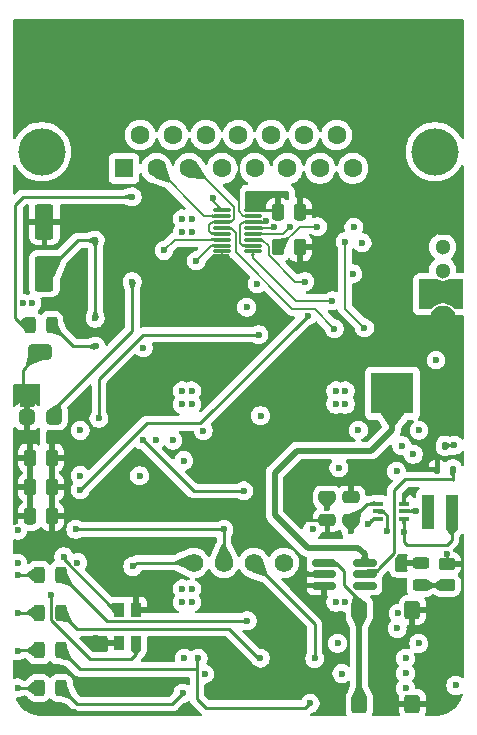
<source format=gbr>
%TF.GenerationSoftware,KiCad,Pcbnew,9.0.4*%
%TF.CreationDate,2025-09-17T12:51:36+01:00*%
%TF.ProjectId,PinCheck-4,50696e43-6865-4636-9b2d-342e6b696361,rev?*%
%TF.SameCoordinates,Original*%
%TF.FileFunction,Copper,L1,Top*%
%TF.FilePolarity,Positive*%
%FSLAX46Y46*%
G04 Gerber Fmt 4.6, Leading zero omitted, Abs format (unit mm)*
G04 Created by KiCad (PCBNEW 9.0.4) date 2025-09-17 12:51:36*
%MOMM*%
%LPD*%
G01*
G04 APERTURE LIST*
G04 Aperture macros list*
%AMRoundRect*
0 Rectangle with rounded corners*
0 $1 Rounding radius*
0 $2 $3 $4 $5 $6 $7 $8 $9 X,Y pos of 4 corners*
0 Add a 4 corners polygon primitive as box body*
4,1,4,$2,$3,$4,$5,$6,$7,$8,$9,$2,$3,0*
0 Add four circle primitives for the rounded corners*
1,1,$1+$1,$2,$3*
1,1,$1+$1,$4,$5*
1,1,$1+$1,$6,$7*
1,1,$1+$1,$8,$9*
0 Add four rect primitives between the rounded corners*
20,1,$1+$1,$2,$3,$4,$5,0*
20,1,$1+$1,$4,$5,$6,$7,0*
20,1,$1+$1,$6,$7,$8,$9,0*
20,1,$1+$1,$8,$9,$2,$3,0*%
G04 Aperture macros list end*
%TA.AperFunction,SMDPad,CuDef*%
%ADD10RoundRect,0.250000X-0.250000X-0.475000X0.250000X-0.475000X0.250000X0.475000X-0.250000X0.475000X0*%
%TD*%
%TA.AperFunction,SMDPad,CuDef*%
%ADD11RoundRect,0.162500X-0.837500X-0.162500X0.837500X-0.162500X0.837500X0.162500X-0.837500X0.162500X0*%
%TD*%
%TA.AperFunction,SMDPad,CuDef*%
%ADD12RoundRect,0.250000X-0.475000X0.250000X-0.475000X-0.250000X0.475000X-0.250000X0.475000X0.250000X0*%
%TD*%
%TA.AperFunction,SMDPad,CuDef*%
%ADD13RoundRect,0.112500X-0.112500X-0.237500X0.112500X-0.237500X0.112500X0.237500X-0.112500X0.237500X0*%
%TD*%
%TA.AperFunction,ComponentPad*%
%ADD14C,4.000000*%
%TD*%
%TA.AperFunction,ComponentPad*%
%ADD15R,1.600000X1.600000*%
%TD*%
%TA.AperFunction,ComponentPad*%
%ADD16C,1.600000*%
%TD*%
%TA.AperFunction,ComponentPad*%
%ADD17C,1.574800*%
%TD*%
%TA.AperFunction,SMDPad,CuDef*%
%ADD18RoundRect,0.243750X-0.243750X-0.456250X0.243750X-0.456250X0.243750X0.456250X-0.243750X0.456250X0*%
%TD*%
%TA.AperFunction,SMDPad,CuDef*%
%ADD19RoundRect,0.087500X-0.650000X-0.087500X0.650000X-0.087500X0.650000X0.087500X-0.650000X0.087500X0*%
%TD*%
%TA.AperFunction,SMDPad,CuDef*%
%ADD20R,0.900000X1.200000*%
%TD*%
%TA.AperFunction,SMDPad,CuDef*%
%ADD21RoundRect,0.250000X-0.262500X-0.450000X0.262500X-0.450000X0.262500X0.450000X-0.262500X0.450000X0*%
%TD*%
%TA.AperFunction,SMDPad,CuDef*%
%ADD22RoundRect,0.250000X0.450000X-0.262500X0.450000X0.262500X-0.450000X0.262500X-0.450000X-0.262500X0*%
%TD*%
%TA.AperFunction,ComponentPad*%
%ADD23C,1.300000*%
%TD*%
%TA.AperFunction,ComponentPad*%
%ADD24C,2.250000*%
%TD*%
%TA.AperFunction,SMDPad,CuDef*%
%ADD25R,3.650000X3.510000*%
%TD*%
%TA.AperFunction,SMDPad,CuDef*%
%ADD26RoundRect,0.250000X0.475000X-0.250000X0.475000X0.250000X-0.475000X0.250000X-0.475000X-0.250000X0*%
%TD*%
%TA.AperFunction,SMDPad,CuDef*%
%ADD27RoundRect,0.243750X0.456250X-0.243750X0.456250X0.243750X-0.456250X0.243750X-0.456250X-0.243750X0*%
%TD*%
%TA.AperFunction,SMDPad,CuDef*%
%ADD28RoundRect,0.100000X0.350000X0.100000X-0.350000X0.100000X-0.350000X-0.100000X0.350000X-0.100000X0*%
%TD*%
%TA.AperFunction,SMDPad,CuDef*%
%ADD29RoundRect,0.250000X-0.400000X0.525000X-0.400000X-0.525000X0.400000X-0.525000X0.400000X0.525000X0*%
%TD*%
%TA.AperFunction,SMDPad,CuDef*%
%ADD30RoundRect,0.250000X0.550000X-1.250000X0.550000X1.250000X-0.550000X1.250000X-0.550000X-1.250000X0*%
%TD*%
%TA.AperFunction,SMDPad,CuDef*%
%ADD31RoundRect,0.250000X0.400000X0.400000X-0.400000X0.400000X-0.400000X-0.400000X0.400000X-0.400000X0*%
%TD*%
%TA.AperFunction,SMDPad,CuDef*%
%ADD32RoundRect,0.250000X0.750000X0.400000X-0.750000X0.400000X-0.750000X-0.400000X0.750000X-0.400000X0*%
%TD*%
%TA.AperFunction,SMDPad,CuDef*%
%ADD33R,1.000000X2.900000*%
%TD*%
%TA.AperFunction,ViaPad*%
%ADD34C,0.600000*%
%TD*%
%TA.AperFunction,Conductor*%
%ADD35C,0.200000*%
%TD*%
%TA.AperFunction,Conductor*%
%ADD36C,0.250000*%
%TD*%
%TA.AperFunction,Conductor*%
%ADD37C,0.500000*%
%TD*%
G04 APERTURE END LIST*
D10*
%TO.P,C3,1*%
%TO.N,VCC*%
X133790000Y-114188125D03*
%TO.P,C3,2*%
%TO.N,GND*%
X135690000Y-114188125D03*
%TD*%
%TO.P,C1,1*%
%TO.N,VCC*%
X133790000Y-109251875D03*
%TO.P,C1,2*%
%TO.N,GND*%
X135690000Y-109251875D03*
%TD*%
D11*
%TO.P,U1,1,IN*%
%TO.N,Net-(SW1-B)*%
X158740000Y-118150000D03*
%TO.P,U1,2,GND*%
%TO.N,GND*%
X158740000Y-119100000D03*
%TO.P,U1,3,CLEAR*%
X158740000Y-120050000D03*
%TO.P,U1,4,~{OUT}*%
%TO.N,unconnected-(U1-~{OUT}-Pad4)*%
X162160000Y-120050000D03*
%TO.P,U1,5,OUT*%
%TO.N,Net-(Q1-S)*%
X162160000Y-119100000D03*
%TO.P,U1,6,VCC*%
%TO.N,+BATT*%
X162160000Y-118150000D03*
%TD*%
D12*
%TO.P,C4,1*%
%TO.N,Net-(Q1-D)*%
X159010000Y-112585000D03*
%TO.P,C4,2*%
%TO.N,GND*%
X159010000Y-114485000D03*
%TD*%
D13*
%TO.P,Q1,1,G*%
%TO.N,GND*%
X168310000Y-110230000D03*
%TO.P,Q1,2,S*%
%TO.N,Net-(Q1-S)*%
X169610000Y-110230000D03*
%TO.P,Q1,3,D*%
%TO.N,Net-(Q1-D)*%
X168960000Y-108230000D03*
%TD*%
D14*
%TO.P,J1,0*%
%TO.N,N/C*%
X168120000Y-83320000D03*
X134820000Y-83320000D03*
D15*
%TO.P,J1,1,1*%
%TO.N,unconnected-(J1-Pad1)*%
X141775000Y-84740000D03*
D16*
%TO.P,J1,2,2*%
%TO.N,Net-(U5-S1A)*%
X144545000Y-84740000D03*
%TO.P,J1,3,3*%
%TO.N,Net-(U5-S1B)*%
X147315000Y-84740000D03*
%TO.P,J1,4,4*%
%TO.N,Net-(U5-S2B)*%
X150085000Y-84740000D03*
%TO.P,J1,5,5*%
%TO.N,unconnected-(J1-Pad5)*%
X152855000Y-84740000D03*
%TO.P,J1,6,6*%
%TO.N,unconnected-(J1-Pad6)*%
X155625000Y-84740000D03*
%TO.P,J1,7,7*%
%TO.N,unconnected-(J1-Pad7)*%
X158395000Y-84740000D03*
%TO.P,J1,8,8*%
%TO.N,unconnected-(J1-Pad8)*%
X161165000Y-84740000D03*
%TO.P,J1,9,P9*%
%TO.N,Net-(J1-P9)*%
X143160000Y-81900000D03*
%TO.P,J1,10,P10*%
%TO.N,Net-(J1-P10)*%
X145930000Y-81900000D03*
%TO.P,J1,11,P111*%
%TO.N,Net-(J1-P111)*%
X148700000Y-81900000D03*
%TO.P,J1,12,P12*%
%TO.N,unconnected-(J1-P12-Pad12)*%
X151470000Y-81900000D03*
%TO.P,J1,13,P13*%
%TO.N,unconnected-(J1-P13-Pad13)*%
X154240000Y-81900000D03*
%TO.P,J1,14,P14*%
%TO.N,unconnected-(J1-P14-Pad14)*%
X157010000Y-81900000D03*
%TO.P,J1,15,P15*%
%TO.N,unconnected-(J1-P15-Pad15)*%
X159780000Y-81900000D03*
%TD*%
D10*
%TO.P,C2,1*%
%TO.N,VCC*%
X133790000Y-111720000D03*
%TO.P,C2,2*%
%TO.N,GND*%
X135690000Y-111720000D03*
%TD*%
D17*
%TO.P,J2,1,1*%
%TO.N,Net-(U8-I{slash}O1)*%
X147700000Y-118120000D03*
%TO.P,J2,2,2*%
%TO.N,Net-(U8-I{slash}O2)*%
X150240000Y-118120000D03*
%TO.P,J2,3,3*%
%TO.N,Net-(U8-I{slash}O3)*%
X152780000Y-118120000D03*
%TO.P,J2,4,4*%
%TO.N,Net-(U8-I{slash}O4)*%
X155320000Y-118120000D03*
%TD*%
D18*
%TO.P,D5,1,K*%
%TO.N,Net-(D5-K)*%
X134579415Y-125535834D03*
%TO.P,D5,2,A*%
%TO.N,S2*%
X136454415Y-125535834D03*
%TD*%
D19*
%TO.P,U5,1,SEL*%
%TO.N,Net-(SW2-COM)*%
X150051310Y-88270000D03*
%TO.P,U5,2,S1A*%
%TO.N,Net-(U5-S1A)*%
X150051310Y-88770000D03*
%TO.P,U5,3,S1B*%
%TO.N,Net-(U5-S1B)*%
X150051310Y-89270000D03*
%TO.P,U5,4,D1*%
%TO.N,Net-(U5-D1)*%
X150051310Y-89770000D03*
%TO.P,U5,5,S2A*%
%TO.N,Net-(U5-S1B)*%
X150051310Y-90270000D03*
%TO.P,U5,6,S2B*%
%TO.N,Net-(U5-S2B)*%
X150051310Y-90770000D03*
%TO.P,U5,7,D2*%
%TO.N,Net-(U5-D2)*%
X150051310Y-91270000D03*
%TO.P,U5,8,GND*%
%TO.N,GND*%
X150051310Y-91770000D03*
%TO.P,U5,9,D3*%
%TO.N,Net-(U5-D3)*%
X152676310Y-91770000D03*
%TO.P,U5,10,S3B*%
%TO.N,Net-(J1-P10)*%
X152676310Y-91270000D03*
%TO.P,U5,11,S3A*%
%TO.N,Net-(J1-P9)*%
X152676310Y-90770000D03*
%TO.P,U5,12,D4*%
%TO.N,Net-(U5-D4)*%
X152676310Y-90270000D03*
%TO.P,U5,13,S4B*%
%TO.N,Net-(J1-P111)*%
X152676310Y-89770000D03*
%TO.P,U5,14,S4A*%
%TO.N,Net-(J1-P10)*%
X152676310Y-89270000D03*
%TO.P,U5,15,~{EN}*%
%TO.N,GND*%
X152676310Y-88770000D03*
%TO.P,U5,16,VDD*%
%TO.N,VCC*%
X152676310Y-88270000D03*
%TD*%
D20*
%TO.P,D7,1,K_RED*%
%TO.N,GND*%
X141341915Y-124900000D03*
%TO.P,D7,2,A_RED*%
%TO.N,Net-(D7-A_RED)*%
X141341915Y-122100000D03*
%TO.P,D7,3,K_GREEN*%
%TO.N,GND*%
X142791915Y-122100000D03*
%TO.P,D7,4,A_GREEN*%
%TO.N,Net-(D7-A_GREEN)*%
X142791915Y-124900000D03*
%TD*%
D21*
%TO.P,R15,1*%
%TO.N,Net-(SW2-COM)*%
X154831310Y-91420000D03*
%TO.P,R15,2*%
%TO.N,GND*%
X156656310Y-91420000D03*
%TD*%
D18*
%TO.P,D6,1,K*%
%TO.N,Net-(D6-K)*%
X134579415Y-128731667D03*
%TO.P,D6,2,A*%
%TO.N,S3*%
X136454415Y-128731667D03*
%TD*%
D22*
%TO.P,R1,1*%
%TO.N,Net-(D1-K)*%
X169120000Y-120032500D03*
%TO.P,R1,2*%
%TO.N,GND*%
X169120000Y-118207500D03*
%TD*%
D23*
%TO.P,SW2,1,NO*%
%TO.N,VCC*%
X168770000Y-95390000D03*
%TO.P,SW2,2,COM*%
%TO.N,Net-(SW2-COM)*%
X168770000Y-93390000D03*
%TO.P,SW2,3,NC*%
%TO.N,unconnected-(SW2-NC-Pad3)*%
X168770000Y-91390000D03*
D24*
%TO.P,SW2,MH1,MH1*%
%TO.N,GND*%
X168770000Y-97490000D03*
%TO.P,SW2,MH2,MH2*%
X168770000Y-89290000D03*
%TD*%
D25*
%TO.P,BT1,N*%
%TO.N,GND*%
X143756750Y-103780000D03*
%TO.P,BT1,P*%
%TO.N,+BATT*%
X164506750Y-103780000D03*
%TD*%
D26*
%TO.P,C5,1*%
%TO.N,VCC*%
X161000000Y-114485000D03*
%TO.P,C5,2*%
%TO.N,GND*%
X161000000Y-112585000D03*
%TD*%
D18*
%TO.P,D4,1,K*%
%TO.N,Net-(D4-K)*%
X134579415Y-122340000D03*
%TO.P,D4,2,A*%
%TO.N,S1*%
X136454415Y-122340000D03*
%TD*%
D27*
%TO.P,D1,1,K*%
%TO.N,Net-(D1-K)*%
X166920000Y-120017500D03*
%TO.P,D1,2,A*%
%TO.N,VCC*%
X166920000Y-118142500D03*
%TD*%
D18*
%TO.P,D3,1,K*%
%TO.N,Net-(D3-K)*%
X134579415Y-119144167D03*
%TO.P,D3,2,A*%
%TO.N,S0*%
X136454415Y-119144167D03*
%TD*%
D28*
%TO.P,U2,1,VIN*%
%TO.N,Net-(Q1-D)*%
X165500000Y-114410000D03*
%TO.P,U2,2,FB*%
%TO.N,VCC*%
X165500000Y-113760000D03*
%TO.P,U2,3,GND*%
%TO.N,GND*%
X165500000Y-113110000D03*
%TO.P,U2,4,VOUT*%
%TO.N,VCC*%
X163300000Y-113110000D03*
%TO.P,U2,5,L*%
%TO.N,Net-(U2-L)*%
X163300000Y-113760000D03*
%TO.P,U2,6,EN*%
%TO.N,Net-(Q1-D)*%
X163300000Y-114410000D03*
%TD*%
D29*
%TO.P,SW1,1,A*%
%TO.N,GND*%
X166199921Y-122120000D03*
X166199921Y-130080000D03*
%TO.P,SW1,2,B*%
%TO.N,Net-(SW1-B)*%
X161699921Y-122120000D03*
X161699921Y-130080000D03*
%TD*%
D10*
%TO.P,C10,1*%
%TO.N,VCC*%
X154813810Y-88450000D03*
%TO.P,C10,2*%
%TO.N,GND*%
X156713810Y-88450000D03*
%TD*%
D30*
%TO.P,C8,1*%
%TO.N,Net-(U3-THR)*%
X135050000Y-93640000D03*
%TO.P,C8,2*%
%TO.N,GND*%
X135050000Y-89240000D03*
%TD*%
D31*
%TO.P,RV1,1,1*%
%TO.N,VCC*%
X133550000Y-105760000D03*
D32*
%TO.P,RV1,2,2*%
X134700000Y-100260000D03*
D31*
%TO.P,RV1,3,3*%
%TO.N,Net-(R10-Pad1)*%
X135850000Y-105760000D03*
%TD*%
D33*
%TO.P,L1,1,1*%
%TO.N,Net-(Q1-D)*%
X169545000Y-113810000D03*
%TO.P,L1,2,2*%
%TO.N,Net-(U2-L)*%
X167515000Y-113810000D03*
%TD*%
D18*
%TO.P,D2,1,K*%
%TO.N,Net-(D2-K)*%
X133782500Y-97980000D03*
%TO.P,D2,2,A*%
%TO.N,CLK*%
X135657500Y-97980000D03*
%TD*%
D34*
%TO.N,GND*%
X140072500Y-128360000D03*
X137570000Y-130760000D03*
X156890000Y-114480000D03*
X136770001Y-130760000D03*
X169140000Y-117340000D03*
X165900000Y-112140000D03*
X139410000Y-124468750D03*
%TO.N,VCC*%
X160519999Y-103575000D03*
X147509999Y-103575000D03*
X133989999Y-104695000D03*
X133190000Y-103575000D03*
X132780000Y-109251875D03*
X159720000Y-104695000D03*
X133190000Y-96150000D03*
X146710001Y-89010000D03*
X159720000Y-121460000D03*
X143420000Y-99930000D03*
X133989999Y-103575000D03*
X152610001Y-87120000D03*
X167190000Y-94990000D03*
X146710000Y-103575000D03*
X166480000Y-113750000D03*
X165140000Y-118542499D03*
X160519999Y-104695000D03*
X153410000Y-87120000D03*
X159720000Y-103575000D03*
X165140000Y-117742500D03*
X146710000Y-121460000D03*
X146710001Y-90130000D03*
X161000000Y-115450000D03*
X147509999Y-121460000D03*
X147509999Y-120340000D03*
X146710000Y-120340000D03*
X147509999Y-104695000D03*
X133989999Y-96150000D03*
X147510000Y-89010000D03*
X147510000Y-90130000D03*
X167190000Y-95789999D03*
X133190000Y-104695000D03*
X146710000Y-104695000D03*
X132780000Y-111720000D03*
X132780000Y-114188125D03*
X160519999Y-121460000D03*
%TO.N,Net-(Q1-D)*%
X165460000Y-115480000D03*
X169740000Y-108170000D03*
X158960000Y-113485000D03*
X162420000Y-114824000D03*
X169545000Y-114080000D03*
%TO.N,Net-(U3-THR)*%
X139340000Y-97420000D03*
X139340000Y-90810000D03*
%TO.N,CLK*%
X139410000Y-99780000D03*
%TO.N,Net-(D2-K)*%
X142480000Y-87150000D03*
%TO.N,Q0*%
X161143972Y-93659998D03*
X168200000Y-100960000D03*
X153070000Y-94510000D03*
X145930000Y-107740000D03*
%TO.N,Net-(D3-K)*%
X132780000Y-119159072D03*
%TO.N,Net-(D4-K)*%
X132780000Y-122390000D03*
%TO.N,Q1*%
X146840000Y-109469000D03*
X166280000Y-108929000D03*
X152160000Y-96480000D03*
%TO.N,Q2*%
X157330000Y-97230000D03*
X138070000Y-111960000D03*
X164860000Y-110380000D03*
%TO.N,Net-(D5-K)*%
X132780000Y-125560000D03*
%TO.N,Net-(D6-K)*%
X132780000Y-128720000D03*
%TO.N,Q3*%
X139660000Y-105900000D03*
X165300000Y-108210000D03*
X153180000Y-98820000D03*
%TO.N,Net-(D7-A_RED)*%
X136670000Y-117620000D03*
%TO.N,Net-(D7-A_GREEN)*%
X135590000Y-120840000D03*
%TO.N,Net-(U5-S2B)*%
X145170000Y-91680000D03*
%TO.N,Net-(J1-P10)*%
X153846880Y-89157530D03*
%TO.N,Net-(U2-L)*%
X167515000Y-114080000D03*
X164045000Y-115449000D03*
%TO.N,R*%
X132780000Y-115360000D03*
X148500000Y-106930000D03*
%TO.N,G*%
X132780000Y-118170000D03*
X153340000Y-105670000D03*
%TO.N,Net-(R10-Pad1)*%
X142480000Y-94330000D03*
%TO.N,Net-(U5-D1)*%
X159590000Y-98300000D03*
%TO.N,Net-(U5-D2)*%
X161940000Y-91030000D03*
X147890000Y-92570000D03*
%TO.N,Net-(U5-D3)*%
X159430000Y-95950000D03*
%TO.N,Net-(U5-D4)*%
X155815735Y-89665735D03*
X162140000Y-98240000D03*
X160500000Y-90950000D03*
%TO.N,NOT_S1*%
X143100000Y-110759000D03*
X159864786Y-124951000D03*
%TO.N,NOT_S0*%
X144490000Y-107700000D03*
X160230000Y-127500000D03*
%TO.N,S1*%
X164910000Y-123687500D03*
X153330000Y-126195000D03*
%TO.N,S0*%
X165620000Y-126226500D03*
X152210000Y-123040000D03*
X166760000Y-106900000D03*
%TO.N,S2*%
X148060000Y-126210000D03*
X159980000Y-110095000D03*
X169870000Y-128510000D03*
X157540000Y-130018500D03*
%TO.N,S3*%
X161630000Y-106890000D03*
X146753058Y-129186942D03*
X157780000Y-115250000D03*
%TO.N,NOT_S2*%
X138070000Y-110740000D03*
X148610000Y-127540000D03*
%TO.N,NOT_S3*%
X138070000Y-106920000D03*
X146900000Y-126210000D03*
%TO.N,Net-(U10-Pad3)*%
X151940000Y-112040000D03*
X143380000Y-107750000D03*
%TO.N,Net-(SW2-COM)*%
X149317817Y-87237960D03*
X161250000Y-89700000D03*
X158160000Y-89670000D03*
%TO.N,Net-(J1-P9)*%
X157090000Y-94330000D03*
%TO.N,Net-(J1-P111)*%
X154461189Y-89670000D03*
%TO.N,Net-(U8-I{slash}O4)*%
X165620000Y-128750000D03*
%TO.N,Net-(U8-I{slash}O3)*%
X165620000Y-127490000D03*
X157920000Y-126226500D03*
%TO.N,Net-(U8-I{slash}O2)*%
X166730000Y-124957500D03*
X137700000Y-115290000D03*
X150250000Y-115290000D03*
%TO.N,Net-(U8-I{slash}O1)*%
X137845001Y-118106415D03*
X164990000Y-122380000D03*
X142530000Y-118440000D03*
%TD*%
D35*
%TO.N,GND*%
X151490000Y-88373038D02*
X151490000Y-84050000D01*
D36*
X165510000Y-112530000D02*
X165510000Y-113100000D01*
D35*
X150051310Y-91770000D02*
X150051310Y-92088690D01*
D36*
X139410000Y-124490000D02*
X139410000Y-124468750D01*
X139410000Y-124468750D02*
X139410000Y-124710000D01*
X169120000Y-117360000D02*
X169140000Y-117340000D01*
D35*
X151886962Y-88770000D02*
X151490000Y-88373038D01*
X150051310Y-92088690D02*
X150020000Y-92120000D01*
D36*
X169120000Y-118207500D02*
X169120000Y-117360000D01*
D35*
X152676310Y-88770000D02*
X151886962Y-88770000D01*
D36*
X159010000Y-114485000D02*
X156895000Y-114485000D01*
X139410000Y-124710000D02*
X139600000Y-124900000D01*
X156895000Y-114485000D02*
X156890000Y-114480000D01*
X165900000Y-112140000D02*
X165510000Y-112530000D01*
X165510000Y-113100000D02*
X165500000Y-113110000D01*
X139600000Y-124900000D02*
X141341915Y-124900000D01*
%TO.N,VCC*%
X134700000Y-100260000D02*
X133190000Y-101770000D01*
X161000000Y-114485000D02*
X161000000Y-115450000D01*
X163300000Y-113110000D02*
X162375000Y-113110000D01*
X165959999Y-113750000D02*
X165949999Y-113760000D01*
X165949999Y-113760000D02*
X165500000Y-113760000D01*
X166480000Y-113750000D02*
X165959999Y-113750000D01*
D35*
X166520001Y-118542499D02*
X166920000Y-118142500D01*
D36*
X133190000Y-101770000D02*
X133190000Y-103575000D01*
X162375000Y-113110000D02*
X161000000Y-114485000D01*
%TO.N,Net-(Q1-D)*%
X169740000Y-108170000D02*
X169020000Y-108170000D01*
X169545000Y-114190000D02*
X169545000Y-113810000D01*
X158960000Y-113485000D02*
X158960000Y-112635000D01*
X169545000Y-116205000D02*
X169545000Y-114190000D01*
X162834000Y-114410000D02*
X162420000Y-114824000D01*
X169130000Y-116630000D02*
X169130000Y-116620000D01*
X169130000Y-116620000D02*
X169545000Y-116205000D01*
X158960000Y-112635000D02*
X159010000Y-112585000D01*
X165460000Y-115480000D02*
X165460000Y-116380000D01*
X165710000Y-116630000D02*
X169130000Y-116630000D01*
X169020000Y-108170000D02*
X168960000Y-108230000D01*
X165460000Y-114450000D02*
X165460000Y-115480000D01*
X163300000Y-114410000D02*
X162834000Y-114410000D01*
X165500000Y-114410000D02*
X165460000Y-114450000D01*
X165460000Y-116380000D02*
X165710000Y-116630000D01*
%TO.N,Net-(U3-THR)*%
X135050000Y-93640000D02*
X137880000Y-90810000D01*
X139340000Y-90810000D02*
X139340000Y-97420000D01*
X137880000Y-90810000D02*
X139430000Y-90810000D01*
%TO.N,Net-(D1-K)*%
X166920000Y-120017500D02*
X169105000Y-120017500D01*
X169105000Y-120017500D02*
X169120000Y-120032500D01*
%TO.N,CLK*%
X135657500Y-97980000D02*
X137457500Y-99780000D01*
X137457500Y-99780000D02*
X139410000Y-99780000D01*
%TO.N,Net-(D2-K)*%
X132564000Y-97364000D02*
X132564000Y-87816000D01*
X133180000Y-97980000D02*
X132564000Y-97364000D01*
X132564000Y-87816000D02*
X133230000Y-87150000D01*
X133230000Y-87150000D02*
X142480000Y-87150000D01*
X133782500Y-97980000D02*
X133180000Y-97980000D01*
%TO.N,Net-(D3-K)*%
X132850258Y-119144167D02*
X132835353Y-119159072D01*
X134579415Y-119144167D02*
X132850258Y-119144167D01*
%TO.N,Net-(D4-K)*%
X132720000Y-122340000D02*
X132670000Y-122390000D01*
X134579415Y-122340000D02*
X132720000Y-122340000D01*
%TO.N,Q2*%
X138070000Y-111960000D02*
X143726000Y-106304000D01*
X148256000Y-106304000D02*
X157330000Y-97230000D01*
X143726000Y-106304000D02*
X148256000Y-106304000D01*
%TO.N,Net-(D5-K)*%
X134579415Y-125535834D02*
X133014166Y-125535834D01*
X133014166Y-125535834D02*
X132990000Y-125560000D01*
%TO.N,Net-(D6-K)*%
X132991667Y-128731667D02*
X132980000Y-128720000D01*
X134579415Y-128731667D02*
X132991667Y-128731667D01*
%TO.N,Q3*%
X143410000Y-98820000D02*
X153180000Y-98820000D01*
X139660000Y-102570000D02*
X143410000Y-98820000D01*
X139660000Y-105900000D02*
X139660000Y-102570000D01*
%TO.N,Net-(D7-A_RED)*%
X136670000Y-117815298D02*
X136670000Y-117620000D01*
X141341915Y-122100000D02*
X140954702Y-122100000D01*
X140954702Y-122100000D02*
X136670000Y-117815298D01*
%TO.N,Net-(D7-A_GREEN)*%
X142791915Y-125878085D02*
X142370000Y-126300000D01*
X138901913Y-126300000D02*
X135590000Y-122988087D01*
X142791915Y-124900000D02*
X142791915Y-125878085D01*
X142370000Y-126300000D02*
X138901913Y-126300000D01*
X135590000Y-122988087D02*
X135590000Y-120840000D01*
D37*
%TO.N,+BATT*%
X157330000Y-116870000D02*
X161630000Y-116870000D01*
X164506750Y-103780000D02*
X164506750Y-106843250D01*
X164506750Y-106843250D02*
X162730000Y-108620000D01*
X154530000Y-110490000D02*
X154530000Y-114070000D01*
X156400000Y-108620000D02*
X154530000Y-110490000D01*
X162730000Y-108620000D02*
X156400000Y-108620000D01*
X154530000Y-114070000D02*
X157330000Y-116870000D01*
X161630000Y-116870000D02*
X162160000Y-117400000D01*
X162160000Y-117400000D02*
X162160000Y-118150000D01*
D35*
%TO.N,Net-(U5-S2B)*%
X150051310Y-90770000D02*
X146080000Y-90770000D01*
X146080000Y-90770000D02*
X145170000Y-91680000D01*
%TO.N,Net-(U5-S1B)*%
X149261962Y-89270000D02*
X149012810Y-89519152D01*
X147810658Y-84740000D02*
X147315000Y-84740000D01*
X150051310Y-89270000D02*
X150840658Y-89270000D01*
X150840658Y-89270000D02*
X151089810Y-89020848D01*
X149213962Y-90270000D02*
X150051310Y-90270000D01*
X151089810Y-88019152D02*
X147810658Y-84740000D01*
X149012810Y-90068848D02*
X149213962Y-90270000D01*
X149012810Y-89519152D02*
X149012810Y-90068848D01*
X150051310Y-89270000D02*
X149261962Y-89270000D01*
X151089810Y-89020848D02*
X151089810Y-88019152D01*
%TO.N,Net-(U5-S1A)*%
X148575000Y-88770000D02*
X144545000Y-84740000D01*
X150051310Y-88770000D02*
X148575000Y-88770000D01*
%TO.N,Net-(J1-P10)*%
X153846880Y-89157530D02*
X153846880Y-89193120D01*
X153770000Y-89270000D02*
X152676310Y-89270000D01*
X151886962Y-91270000D02*
X151637810Y-91020848D01*
X151637810Y-91020848D02*
X151637810Y-89519152D01*
X151637810Y-89519152D02*
X151886962Y-89270000D01*
X151886962Y-89270000D02*
X152676310Y-89270000D01*
X153846880Y-89193120D02*
X153770000Y-89270000D01*
X152676310Y-91270000D02*
X151886962Y-91270000D01*
D36*
%TO.N,Net-(U2-L)*%
X164076000Y-115418000D02*
X164045000Y-115449000D01*
X163300000Y-113760000D02*
X163705226Y-113760000D01*
X163705226Y-113760000D02*
X164076000Y-114130774D01*
X164076000Y-114130774D02*
X164076000Y-115418000D01*
%TO.N,Net-(Q1-S)*%
X163486000Y-118511202D02*
X164670000Y-117327202D01*
X162897202Y-119100000D02*
X163196202Y-118801000D01*
X164670000Y-112000000D02*
X165600000Y-111070000D01*
X163204346Y-118801000D02*
X163486000Y-118519346D01*
X169610000Y-111080000D02*
X169610000Y-110230000D01*
X163486000Y-118519346D02*
X163486000Y-118511202D01*
X169600000Y-111070000D02*
X169610000Y-111080000D01*
X163196202Y-118801000D02*
X163204346Y-118801000D01*
X162160000Y-119100000D02*
X162897202Y-119100000D01*
X164670000Y-117327202D02*
X164670000Y-112000000D01*
X165600000Y-111070000D02*
X169600000Y-111070000D01*
%TO.N,Net-(R10-Pad1)*%
X142480000Y-98510000D02*
X142480000Y-94330000D01*
X135850000Y-105760000D02*
X135850000Y-105140000D01*
X135850000Y-105140000D02*
X142480000Y-98510000D01*
D35*
%TO.N,Net-(U5-D1)*%
X150051310Y-89770000D02*
X150840658Y-89770000D01*
X150840658Y-89770000D02*
X151236810Y-90166152D01*
X151236810Y-91826810D02*
X156039000Y-96629000D01*
X156039000Y-96629000D02*
X157919000Y-96629000D01*
X151236810Y-90166152D02*
X151236810Y-91826810D01*
X157919000Y-96629000D02*
X159590000Y-98300000D01*
%TO.N,Net-(U5-D2)*%
X149190000Y-91270000D02*
X147890000Y-92570000D01*
X150051310Y-91270000D02*
X149190000Y-91270000D01*
%TO.N,Net-(U5-D3)*%
X156310000Y-95950000D02*
X159430000Y-95950000D01*
X152676310Y-92316310D02*
X156310000Y-95950000D01*
X152676310Y-91770000D02*
X152676310Y-92316310D01*
%TO.N,Net-(U5-D4)*%
X160500000Y-96600000D02*
X162140000Y-98240000D01*
X160500000Y-90950000D02*
X160500000Y-96600000D01*
X155211470Y-90270000D02*
X152676310Y-90270000D01*
X155815735Y-89665735D02*
X155211470Y-90270000D01*
D36*
%TO.N,Net-(SW1-B)*%
X160440000Y-118850001D02*
X160440000Y-120025346D01*
D37*
X161699921Y-130080000D02*
X161699921Y-122120000D01*
D36*
X160440000Y-120025346D02*
X161699921Y-121285267D01*
X158740000Y-118150000D02*
X159739999Y-118150000D01*
X159739999Y-118150000D02*
X160440000Y-118850001D01*
X161699921Y-121285267D02*
X161699921Y-122120000D01*
%TO.N,S1*%
X153100000Y-126160000D02*
X153330000Y-126160000D01*
X137834415Y-123720000D02*
X150660000Y-123720000D01*
X150660000Y-123720000D02*
X153100000Y-126160000D01*
X136454415Y-122340000D02*
X137834415Y-123720000D01*
%TO.N,S0*%
X136454415Y-119144167D02*
X140350248Y-123040000D01*
X140350248Y-123040000D02*
X152210000Y-123040000D01*
%TO.N,S2*%
X157148500Y-130410000D02*
X148750000Y-130410000D01*
X148750000Y-130410000D02*
X147960000Y-129620000D01*
X147960000Y-126310000D02*
X148060000Y-126210000D01*
X157540000Y-130018500D02*
X157148500Y-130410000D01*
X138048581Y-127130000D02*
X147916000Y-127130000D01*
X147960000Y-127086000D02*
X147960000Y-126310000D01*
X147916000Y-127130000D02*
X147960000Y-127086000D01*
X147960000Y-129620000D02*
X147960000Y-126310000D01*
X136454415Y-125535834D02*
X138048581Y-127130000D01*
%TO.N,S3*%
X136450000Y-128736082D02*
X136454415Y-128731667D01*
X146753058Y-129186942D02*
X145860000Y-130080000D01*
X145860000Y-130080000D02*
X137802748Y-130080000D01*
X137802748Y-130080000D02*
X136454415Y-128731667D01*
%TO.N,Net-(U10-Pad3)*%
X143390000Y-107750000D02*
X147680000Y-112040000D01*
X143380000Y-107750000D02*
X143390000Y-107750000D01*
X147680000Y-112040000D02*
X151940000Y-112040000D01*
D35*
%TO.N,Net-(SW2-COM)*%
X149317817Y-87536507D02*
X150051310Y-88270000D01*
X154910000Y-91420000D02*
X156660000Y-89670000D01*
X156660000Y-89670000D02*
X158160000Y-89670000D01*
X149317817Y-87237960D02*
X149317817Y-87536507D01*
X154831310Y-91420000D02*
X154910000Y-91420000D01*
X161250000Y-89700000D02*
X161220000Y-89670000D01*
%TO.N,Net-(J1-P9)*%
X156242650Y-94330000D02*
X157090000Y-94330000D01*
X154017810Y-92105160D02*
X156242650Y-94330000D01*
X152676310Y-90770000D02*
X153465658Y-90770000D01*
X153465658Y-90770000D02*
X154017810Y-91322152D01*
X154017810Y-91322152D02*
X154017810Y-92105160D01*
%TO.N,Net-(J1-P111)*%
X152676310Y-89770000D02*
X154361189Y-89770000D01*
X154361189Y-89770000D02*
X154461189Y-89670000D01*
D36*
%TO.N,Net-(U8-I{slash}O3)*%
X157920000Y-123280000D02*
X152780000Y-118140000D01*
X157920000Y-126226500D02*
X157920000Y-123280000D01*
X152780000Y-118140000D02*
X152780000Y-118120000D01*
%TO.N,Net-(U8-I{slash}O2)*%
X150240000Y-115300000D02*
X150240000Y-118120000D01*
X150250000Y-115290000D02*
X150240000Y-115300000D01*
X150240000Y-115300000D02*
X137710000Y-115300000D01*
X137710000Y-115300000D02*
X137700000Y-115290000D01*
%TO.N,Net-(U8-I{slash}O1)*%
X142530000Y-118440000D02*
X142850000Y-118120000D01*
X142850000Y-118120000D02*
X147700000Y-118120000D01*
X142500000Y-118410000D02*
X142530000Y-118440000D01*
%TD*%
%TA.AperFunction,Conductor*%
%TO.N,VCC*%
G36*
X134643039Y-103029685D02*
G01*
X134688794Y-103082489D01*
X134700000Y-103134000D01*
X134700000Y-104749977D01*
X134680315Y-104817016D01*
X134627511Y-104862771D01*
X134558353Y-104872715D01*
X134494797Y-104843690D01*
X134488319Y-104837658D01*
X134418345Y-104767684D01*
X134269124Y-104675643D01*
X134269119Y-104675641D01*
X134102697Y-104620494D01*
X134102690Y-104620493D01*
X133999986Y-104610000D01*
X133800000Y-104610000D01*
X133800000Y-106909999D01*
X133999972Y-106909999D01*
X133999986Y-106909998D01*
X134102697Y-106899505D01*
X134269119Y-106844358D01*
X134269124Y-106844356D01*
X134418345Y-106752315D01*
X134488319Y-106682342D01*
X134549642Y-106648857D01*
X134619334Y-106653841D01*
X134675267Y-106695713D01*
X134699684Y-106761177D01*
X134700000Y-106770023D01*
X134700000Y-108080597D01*
X134680315Y-108147636D01*
X134627511Y-108193391D01*
X134558353Y-108203335D01*
X134510904Y-108186136D01*
X134359128Y-108092520D01*
X134359119Y-108092516D01*
X134192697Y-108037369D01*
X134192690Y-108037368D01*
X134089986Y-108026875D01*
X134040000Y-108026875D01*
X134040000Y-114064125D01*
X134020315Y-114131164D01*
X133967511Y-114176919D01*
X133916000Y-114188125D01*
X133790000Y-114188125D01*
X133790000Y-114314125D01*
X133770315Y-114381164D01*
X133717511Y-114426919D01*
X133666000Y-114438125D01*
X132790001Y-114438125D01*
X132790001Y-114713096D01*
X132790002Y-114713119D01*
X132791804Y-114730762D01*
X132786391Y-114759872D01*
X132783601Y-114789354D01*
X132780076Y-114793843D01*
X132779033Y-114799455D01*
X132758740Y-114821019D01*
X132740455Y-114844310D01*
X132733925Y-114847389D01*
X132731151Y-114850338D01*
X132709097Y-114860508D01*
X132704863Y-114861976D01*
X132586814Y-114893608D01*
X132546294Y-114917002D01*
X132535151Y-114920869D01*
X132511558Y-114922011D01*
X132488599Y-114927582D01*
X132477301Y-114923671D01*
X132465363Y-114924250D01*
X132444896Y-114912455D01*
X132422573Y-114904729D01*
X132415183Y-114895332D01*
X132404826Y-114889364D01*
X132393984Y-114868376D01*
X132379382Y-114849808D01*
X132376399Y-114834334D01*
X132372760Y-114827288D01*
X132373511Y-114819348D01*
X132370500Y-114803722D01*
X132370500Y-113663138D01*
X132790000Y-113663138D01*
X132790000Y-113938125D01*
X133540000Y-113938125D01*
X133540000Y-111970000D01*
X132790001Y-111970000D01*
X132790001Y-112244986D01*
X132800494Y-112347697D01*
X132855641Y-112514119D01*
X132855643Y-112514124D01*
X132947684Y-112663345D01*
X133071654Y-112787315D01*
X133170888Y-112848523D01*
X133217612Y-112900471D01*
X133228835Y-112969434D01*
X133200991Y-113033516D01*
X133170888Y-113059600D01*
X133071659Y-113120805D01*
X133071655Y-113120808D01*
X132947684Y-113244779D01*
X132855643Y-113394000D01*
X132855641Y-113394005D01*
X132800494Y-113560427D01*
X132800493Y-113560434D01*
X132790000Y-113663138D01*
X132370500Y-113663138D01*
X132370500Y-111195013D01*
X132790000Y-111195013D01*
X132790000Y-111470000D01*
X133540000Y-111470000D01*
X133540000Y-109501875D01*
X132790001Y-109501875D01*
X132790001Y-109776861D01*
X132800494Y-109879572D01*
X132855641Y-110045994D01*
X132855643Y-110045999D01*
X132947684Y-110195220D01*
X133071654Y-110319190D01*
X133170888Y-110380398D01*
X133217612Y-110432346D01*
X133228835Y-110501309D01*
X133200991Y-110565391D01*
X133170888Y-110591475D01*
X133071659Y-110652680D01*
X133071655Y-110652683D01*
X132947684Y-110776654D01*
X132855643Y-110925875D01*
X132855641Y-110925880D01*
X132800494Y-111092302D01*
X132800493Y-111092309D01*
X132790000Y-111195013D01*
X132370500Y-111195013D01*
X132370500Y-108726888D01*
X132790000Y-108726888D01*
X132790000Y-109001875D01*
X133540000Y-109001875D01*
X133540000Y-108026875D01*
X133539999Y-108026874D01*
X133490029Y-108026875D01*
X133490011Y-108026876D01*
X133387302Y-108037369D01*
X133220880Y-108092516D01*
X133220875Y-108092518D01*
X133071654Y-108184559D01*
X132947684Y-108308529D01*
X132855643Y-108457750D01*
X132855641Y-108457755D01*
X132800494Y-108624177D01*
X132800493Y-108624184D01*
X132790000Y-108726888D01*
X132370500Y-108726888D01*
X132370500Y-106740523D01*
X132390185Y-106673484D01*
X132442989Y-106627729D01*
X132512147Y-106617785D01*
X132575703Y-106646810D01*
X132582181Y-106652842D01*
X132681654Y-106752315D01*
X132830875Y-106844356D01*
X132830880Y-106844358D01*
X132997302Y-106899505D01*
X132997309Y-106899506D01*
X133100019Y-106909999D01*
X133299999Y-106909999D01*
X133300000Y-106909998D01*
X133300000Y-104610000D01*
X133100029Y-104610000D01*
X133100012Y-104610001D01*
X132997302Y-104620494D01*
X132830880Y-104675641D01*
X132830875Y-104675643D01*
X132681654Y-104767684D01*
X132582181Y-104867158D01*
X132520858Y-104900643D01*
X132451166Y-104895659D01*
X132395233Y-104853787D01*
X132370816Y-104788323D01*
X132370500Y-104779477D01*
X132370500Y-103134000D01*
X132390185Y-103066961D01*
X132442989Y-103021206D01*
X132494500Y-103010000D01*
X134576000Y-103010000D01*
X134643039Y-103029685D01*
G37*
%TD.AperFunction*%
%TD*%
%TA.AperFunction,Conductor*%
%TO.N,Net-(D5-K)*%
G36*
X134105232Y-125055512D02*
G01*
X134572274Y-125527605D01*
X134575656Y-125535897D01*
X134572274Y-125544063D01*
X134105232Y-126016155D01*
X134096977Y-126019626D01*
X134089990Y-126017357D01*
X133609191Y-125664340D01*
X133604550Y-125656681D01*
X133604415Y-125654909D01*
X133604415Y-125416758D01*
X133607842Y-125408485D01*
X133609191Y-125407327D01*
X134089992Y-125054309D01*
X134098686Y-125052176D01*
X134105232Y-125055512D01*
G37*
%TD.AperFunction*%
%TD*%
%TA.AperFunction,Conductor*%
%TO.N,Net-(U3-THR)*%
G36*
X139621479Y-90865946D02*
G01*
X139628907Y-90870945D01*
X139630626Y-90879733D01*
X139630315Y-90880937D01*
X139467583Y-91396060D01*
X139461823Y-91402917D01*
X139456426Y-91404236D01*
X139223574Y-91404236D01*
X139215301Y-91400809D01*
X139212417Y-91396060D01*
X139049684Y-90880937D01*
X139050460Y-90872016D01*
X139057317Y-90866256D01*
X139058500Y-90865950D01*
X139337682Y-90809469D01*
X139342318Y-90809469D01*
X139621479Y-90865946D01*
G37*
%TD.AperFunction*%
%TD*%
%TA.AperFunction,Conductor*%
%TO.N,Net-(U5-S1A)*%
G36*
X149296245Y-88625934D02*
G01*
X149314330Y-88633920D01*
X149334226Y-88642706D01*
X149334228Y-88642706D01*
X149334230Y-88642707D01*
X149358305Y-88645500D01*
X149544669Y-88645499D01*
X149547451Y-88645837D01*
X150006115Y-88758639D01*
X150013330Y-88763941D01*
X150014681Y-88772793D01*
X150009378Y-88780009D01*
X150006114Y-88781360D01*
X149547453Y-88894161D01*
X149544659Y-88894500D01*
X149358305Y-88894500D01*
X149334229Y-88897292D01*
X149296247Y-88914063D01*
X149288175Y-88914571D01*
X149147164Y-88872492D01*
X149140217Y-88866843D01*
X149138810Y-88861281D01*
X149138810Y-88678718D01*
X149142237Y-88670445D01*
X149147164Y-88667507D01*
X149288180Y-88625427D01*
X149296245Y-88625934D01*
G37*
%TD.AperFunction*%
%TD*%
%TA.AperFunction,Conductor*%
%TO.N,Net-(Q1-D)*%
G36*
X165507827Y-114417696D02*
G01*
X165507867Y-114417739D01*
X165675699Y-114604176D01*
X165678687Y-114612618D01*
X165677552Y-114617064D01*
X165588185Y-114803360D01*
X165581517Y-114809338D01*
X165577636Y-114810000D01*
X165343872Y-114810000D01*
X165335599Y-114806573D01*
X165332606Y-114801457D01*
X165280906Y-114616953D01*
X165281973Y-114608062D01*
X165284296Y-114605145D01*
X165491300Y-114416910D01*
X165499726Y-114413880D01*
X165507827Y-114417696D01*
G37*
%TD.AperFunction*%
%TD*%
%TA.AperFunction,Conductor*%
%TO.N,GND*%
G36*
X133458364Y-129376852D02*
G01*
X133464712Y-129381216D01*
X133656788Y-129522244D01*
X133688938Y-129557095D01*
X133747889Y-129652670D01*
X133747890Y-129652671D01*
X133870911Y-129775692D01*
X133870915Y-129775695D01*
X134018981Y-129867024D01*
X134018984Y-129867025D01*
X134018990Y-129867029D01*
X134184140Y-129921754D01*
X134286067Y-129932167D01*
X134286072Y-129932167D01*
X134872758Y-129932167D01*
X134872763Y-129932167D01*
X134974690Y-129921754D01*
X135139840Y-129867029D01*
X135287918Y-129775693D01*
X135410941Y-129652670D01*
X135411373Y-129651968D01*
X135411796Y-129651588D01*
X135415422Y-129647003D01*
X135416205Y-129647622D01*
X135463317Y-129605242D01*
X135532279Y-129594016D01*
X135596363Y-129621855D01*
X135618257Y-129647122D01*
X135618408Y-129647003D01*
X135621058Y-129650354D01*
X135622455Y-129651966D01*
X135622889Y-129652670D01*
X135622890Y-129652671D01*
X135745911Y-129775692D01*
X135745915Y-129775695D01*
X135893981Y-129867024D01*
X135893984Y-129867025D01*
X135893990Y-129867029D01*
X136059140Y-129921754D01*
X136161067Y-129932167D01*
X136356914Y-129932167D01*
X136392094Y-129937262D01*
X136666128Y-130018340D01*
X136906275Y-130089393D01*
X136958775Y-130120617D01*
X137316887Y-130478729D01*
X137316890Y-130478733D01*
X137404015Y-130565858D01*
X137443816Y-130592452D01*
X137506463Y-130634312D01*
X137556431Y-130655009D01*
X137620296Y-130681463D01*
X137680719Y-130693481D01*
X137741141Y-130705500D01*
X145921607Y-130705500D01*
X145982029Y-130693481D01*
X146042452Y-130681463D01*
X146101395Y-130657048D01*
X146156286Y-130634312D01*
X146218932Y-130592452D01*
X146258733Y-130565858D01*
X146345858Y-130478733D01*
X146345859Y-130478731D01*
X146352925Y-130471665D01*
X146352928Y-130471661D01*
X146811855Y-130012733D01*
X146873176Y-129979250D01*
X146875186Y-129978831D01*
X146986555Y-129956679D01*
X147132237Y-129896336D01*
X147132242Y-129896332D01*
X147132245Y-129896331D01*
X147176105Y-129867024D01*
X147214308Y-129841497D01*
X147227012Y-129837519D01*
X147237509Y-129829323D01*
X147259712Y-129827279D01*
X147280984Y-129820619D01*
X147293823Y-129824141D01*
X147307085Y-129822921D01*
X147326866Y-129833205D01*
X147348365Y-129839103D01*
X147358639Y-129849724D01*
X147369077Y-129855151D01*
X147381537Y-129873394D01*
X147390799Y-129882969D01*
X147394732Y-129889836D01*
X147405688Y-129916286D01*
X147432679Y-129956679D01*
X147435047Y-129960224D01*
X147435054Y-129960235D01*
X147474140Y-130018731D01*
X147474141Y-130018732D01*
X147474142Y-130018733D01*
X147561267Y-130105858D01*
X147561268Y-130105858D01*
X147568335Y-130112925D01*
X147568334Y-130112925D01*
X147568338Y-130112928D01*
X148343227Y-130887819D01*
X148376712Y-130949142D01*
X148371728Y-131018834D01*
X148329856Y-131074767D01*
X148264392Y-131099184D01*
X148255546Y-131099500D01*
X134873751Y-131099500D01*
X134866264Y-131099274D01*
X134576205Y-131081728D01*
X134561340Y-131079923D01*
X134279201Y-131028219D01*
X134264663Y-131024635D01*
X133990832Y-130939306D01*
X133976831Y-130933997D01*
X133715263Y-130816275D01*
X133702004Y-130809316D01*
X133667132Y-130788235D01*
X133456537Y-130660926D01*
X133444217Y-130652422D01*
X133428730Y-130640289D01*
X133218426Y-130475526D01*
X133207218Y-130465596D01*
X133004403Y-130262781D01*
X132994473Y-130251573D01*
X132817573Y-130025776D01*
X132809075Y-130013465D01*
X132660680Y-129767989D01*
X132653724Y-129754735D01*
X132627016Y-129695390D01*
X132617453Y-129626177D01*
X132646828Y-129562782D01*
X132705813Y-129525332D01*
X132740092Y-129520500D01*
X132858844Y-129520500D01*
X132858845Y-129520499D01*
X133013497Y-129489737D01*
X133126166Y-129443067D01*
X133159172Y-129429397D01*
X133159172Y-129429396D01*
X133159179Y-129429394D01*
X133235998Y-129378064D01*
X133254044Y-129372414D01*
X133269954Y-129362190D01*
X133300913Y-129357738D01*
X133302675Y-129357187D01*
X133304889Y-129357167D01*
X133391325Y-129357167D01*
X133458364Y-129376852D01*
G37*
%TD.AperFunction*%
%TA.AperFunction,Conductor*%
G36*
X151486934Y-84969371D02*
G01*
X151518269Y-84972967D01*
X151521104Y-84975285D01*
X151524712Y-84975910D01*
X151547948Y-84997236D01*
X151572358Y-85017196D01*
X151574546Y-85021647D01*
X151576188Y-85023154D01*
X151587931Y-85048868D01*
X151649781Y-85239223D01*
X151742715Y-85421613D01*
X151863028Y-85587213D01*
X152007786Y-85731971D01*
X152162749Y-85844556D01*
X152173390Y-85852287D01*
X152238634Y-85885530D01*
X152247435Y-85890015D01*
X152298231Y-85937990D01*
X152315026Y-86005811D01*
X152292488Y-86071946D01*
X152237773Y-86115397D01*
X152191140Y-86124500D01*
X152184000Y-86124500D01*
X152183991Y-86124500D01*
X152183990Y-86124501D01*
X152076549Y-86136052D01*
X152076537Y-86136054D01*
X152025027Y-86147260D01*
X151922502Y-86181383D01*
X151922496Y-86181386D01*
X151801462Y-86259171D01*
X151801451Y-86259179D01*
X151748659Y-86304923D01*
X151654433Y-86413664D01*
X151654430Y-86413668D01*
X151594664Y-86544534D01*
X151574976Y-86611582D01*
X151569949Y-86646549D01*
X151554502Y-86753990D01*
X151554500Y-86754001D01*
X151554500Y-87335245D01*
X151534815Y-87402284D01*
X151482011Y-87448039D01*
X151412853Y-87457983D01*
X151349297Y-87428958D01*
X151342819Y-87422926D01*
X150163508Y-86243615D01*
X150130023Y-86182292D01*
X150135007Y-86112600D01*
X150176879Y-86056667D01*
X150231789Y-86033461D01*
X150389534Y-86008477D01*
X150584219Y-85945220D01*
X150766610Y-85852287D01*
X150862901Y-85782328D01*
X150932213Y-85731971D01*
X150932215Y-85731968D01*
X150932219Y-85731966D01*
X151076966Y-85587219D01*
X151076968Y-85587215D01*
X151076971Y-85587213D01*
X151131655Y-85511945D01*
X151197287Y-85421610D01*
X151290220Y-85239219D01*
X151352069Y-85048868D01*
X151369870Y-85022835D01*
X151386154Y-84995831D01*
X151389440Y-84994215D01*
X151391507Y-84991193D01*
X151420552Y-84978918D01*
X151448855Y-84965003D01*
X151452493Y-84965420D01*
X151455866Y-84963995D01*
X151486934Y-84969371D01*
G37*
%TD.AperFunction*%
%TA.AperFunction,Conductor*%
G36*
X170512539Y-72120185D02*
G01*
X170558294Y-72172989D01*
X170569500Y-72224500D01*
X170569500Y-82100093D01*
X170549815Y-82167132D01*
X170497011Y-82212887D01*
X170427853Y-82222831D01*
X170364297Y-82193806D01*
X170333780Y-82153895D01*
X170311946Y-82108557D01*
X170245212Y-82002351D01*
X170162523Y-81870752D01*
X169987416Y-81651175D01*
X169788825Y-81452584D01*
X169569248Y-81277477D01*
X169331445Y-81128055D01*
X169331442Y-81128053D01*
X169078411Y-81006200D01*
X168813329Y-80913443D01*
X168813317Y-80913439D01*
X168539512Y-80850945D01*
X168539494Y-80850942D01*
X168260431Y-80819500D01*
X168260425Y-80819500D01*
X167979575Y-80819500D01*
X167979568Y-80819500D01*
X167700505Y-80850942D01*
X167700487Y-80850945D01*
X167426682Y-80913439D01*
X167426670Y-80913443D01*
X167161588Y-81006200D01*
X166908557Y-81128053D01*
X166670753Y-81277476D01*
X166451175Y-81452583D01*
X166252583Y-81651175D01*
X166077476Y-81870753D01*
X165928053Y-82108557D01*
X165806200Y-82361588D01*
X165713443Y-82626670D01*
X165713439Y-82626682D01*
X165650945Y-82900487D01*
X165650942Y-82900505D01*
X165619500Y-83179568D01*
X165619500Y-83460431D01*
X165650942Y-83739494D01*
X165650945Y-83739512D01*
X165713439Y-84013317D01*
X165713443Y-84013329D01*
X165806200Y-84278411D01*
X165928053Y-84531442D01*
X165928055Y-84531445D01*
X166077477Y-84769248D01*
X166135775Y-84842351D01*
X166242284Y-84975910D01*
X166252584Y-84988825D01*
X166451175Y-85187416D01*
X166670752Y-85362523D01*
X166908555Y-85511945D01*
X167161592Y-85633801D01*
X167360680Y-85703465D01*
X167426670Y-85726556D01*
X167426682Y-85726560D01*
X167700491Y-85789055D01*
X167700497Y-85789055D01*
X167700505Y-85789057D01*
X167886547Y-85810018D01*
X167979569Y-85820499D01*
X167979572Y-85820500D01*
X167979575Y-85820500D01*
X168260428Y-85820500D01*
X168260429Y-85820499D01*
X168403055Y-85804429D01*
X168539494Y-85789057D01*
X168539499Y-85789056D01*
X168539509Y-85789055D01*
X168813318Y-85726560D01*
X169078408Y-85633801D01*
X169331445Y-85511945D01*
X169569248Y-85362523D01*
X169788825Y-85187416D01*
X169987416Y-84988825D01*
X170162523Y-84769248D01*
X170311945Y-84531445D01*
X170319381Y-84516004D01*
X170333780Y-84486105D01*
X170380602Y-84434245D01*
X170448029Y-84415932D01*
X170514653Y-84436979D01*
X170559321Y-84490705D01*
X170569500Y-84539906D01*
X170569500Y-93493945D01*
X170549815Y-93560984D01*
X170497011Y-93606739D01*
X170427853Y-93616682D01*
X170377895Y-93609500D01*
X170377893Y-93609500D01*
X170044494Y-93609500D01*
X169977455Y-93589815D01*
X169931700Y-93537011D01*
X169922435Y-93485418D01*
X169920500Y-93485418D01*
X169920500Y-93299448D01*
X169903447Y-93191786D01*
X169892171Y-93120591D01*
X169836940Y-92950604D01*
X169836212Y-92948363D01*
X169836211Y-92948360D01*
X169806606Y-92890259D01*
X169753996Y-92787006D01*
X169740396Y-92768287D01*
X169647558Y-92640505D01*
X169647554Y-92640500D01*
X169519501Y-92512447D01*
X169489044Y-92490319D01*
X169446378Y-92434989D01*
X169440399Y-92365376D01*
X169473004Y-92303580D01*
X169489044Y-92289681D01*
X169519501Y-92267553D01*
X169647553Y-92139501D01*
X169753996Y-91992994D01*
X169836211Y-91831639D01*
X169892171Y-91659409D01*
X169913008Y-91527851D01*
X169920500Y-91480551D01*
X169920500Y-91299448D01*
X169900687Y-91174358D01*
X169892171Y-91120591D01*
X169843439Y-90970606D01*
X169836212Y-90948363D01*
X169836211Y-90948360D01*
X169801124Y-90879500D01*
X169753996Y-90787006D01*
X169702769Y-90716498D01*
X169647558Y-90640505D01*
X169647554Y-90640500D01*
X169519499Y-90512445D01*
X169519494Y-90512441D01*
X169372997Y-90406006D01*
X169372996Y-90406005D01*
X169372994Y-90406004D01*
X169291737Y-90364601D01*
X169211639Y-90323788D01*
X169211636Y-90323787D01*
X169039410Y-90267829D01*
X168860551Y-90239500D01*
X168860546Y-90239500D01*
X168679454Y-90239500D01*
X168679449Y-90239500D01*
X168500589Y-90267829D01*
X168328363Y-90323787D01*
X168328360Y-90323788D01*
X168167002Y-90406006D01*
X168020505Y-90512441D01*
X168020500Y-90512445D01*
X167892445Y-90640500D01*
X167892441Y-90640505D01*
X167786006Y-90787002D01*
X167703788Y-90948360D01*
X167703787Y-90948363D01*
X167647829Y-91120589D01*
X167619500Y-91299448D01*
X167619500Y-91480551D01*
X167647829Y-91659410D01*
X167703787Y-91831636D01*
X167703788Y-91831639D01*
X167745494Y-91913489D01*
X167763248Y-91948334D01*
X167786006Y-91992997D01*
X167892441Y-92139494D01*
X167892445Y-92139499D01*
X168020500Y-92267554D01*
X168050956Y-92289682D01*
X168093621Y-92345013D01*
X168099600Y-92414626D01*
X168066994Y-92476421D01*
X168050956Y-92490318D01*
X168020500Y-92512445D01*
X167892445Y-92640500D01*
X167892441Y-92640505D01*
X167786006Y-92787002D01*
X167703788Y-92948360D01*
X167703787Y-92948363D01*
X167647829Y-93120589D01*
X167619500Y-93299448D01*
X167619500Y-93485418D01*
X167617240Y-93485418D01*
X167604436Y-93544748D01*
X167555111Y-93594235D01*
X167495506Y-93609500D01*
X166845895Y-93609500D01*
X166845886Y-93609500D01*
X166845885Y-93609501D01*
X166738444Y-93621052D01*
X166738432Y-93621054D01*
X166686922Y-93632260D01*
X166584397Y-93666383D01*
X166584391Y-93666386D01*
X166463357Y-93744171D01*
X166463346Y-93744179D01*
X166410554Y-93789923D01*
X166316328Y-93898664D01*
X166316325Y-93898668D01*
X166256559Y-94029534D01*
X166236871Y-94096582D01*
X166226274Y-94170286D01*
X166216395Y-94239000D01*
X166216395Y-96541000D01*
X166216396Y-96541009D01*
X166227947Y-96648450D01*
X166227949Y-96648462D01*
X166239155Y-96699972D01*
X166273278Y-96802497D01*
X166273281Y-96802503D01*
X166351066Y-96923537D01*
X166351074Y-96923548D01*
X166396818Y-96976340D01*
X166396821Y-96976343D01*
X166396825Y-96976347D01*
X166505559Y-97070567D01*
X166505562Y-97070568D01*
X166505563Y-97070569D01*
X166608651Y-97117649D01*
X166636436Y-97130338D01*
X166703475Y-97150023D01*
X166703479Y-97150024D01*
X166845895Y-97170500D01*
X166845898Y-97170500D01*
X167669100Y-97170500D01*
X167679246Y-97169955D01*
X167723138Y-97167603D01*
X167723146Y-97167602D01*
X167723148Y-97167602D01*
X167723149Y-97167602D01*
X167730142Y-97166849D01*
X167749496Y-97164769D01*
X167749506Y-97164767D01*
X167749509Y-97164767D01*
X167759108Y-97163211D01*
X167802908Y-97156114D01*
X167937717Y-97105832D01*
X167989310Y-97077659D01*
X167995601Y-97074921D01*
X167999037Y-97072348D01*
X167999040Y-97072347D01*
X167999041Y-97072347D01*
X168114223Y-96986122D01*
X168228916Y-96871427D01*
X168243689Y-96858809D01*
X168332337Y-96794402D01*
X168348906Y-96784249D01*
X168446538Y-96734502D01*
X168464507Y-96727059D01*
X168568697Y-96693205D01*
X168587613Y-96688663D01*
X168695826Y-96671526D01*
X168715222Y-96670000D01*
X168824777Y-96670000D01*
X168844173Y-96671526D01*
X168891726Y-96679057D01*
X168952384Y-96688663D01*
X168971300Y-96693205D01*
X169075486Y-96727058D01*
X169093462Y-96734504D01*
X169191080Y-96784243D01*
X169207670Y-96794409D01*
X169296291Y-96858797D01*
X169296304Y-96858806D01*
X169311099Y-96871443D01*
X169425779Y-96986123D01*
X169425795Y-96986137D01*
X169425802Y-96986144D01*
X169466020Y-97022271D01*
X169466032Y-97022281D01*
X169466040Y-97022288D01*
X169486682Y-97038922D01*
X169530566Y-97070567D01*
X169661443Y-97130338D01*
X169728482Y-97150023D01*
X169728486Y-97150024D01*
X169870902Y-97170500D01*
X169870905Y-97170500D01*
X170377885Y-97170500D01*
X170377895Y-97170500D01*
X170432245Y-97164656D01*
X170501003Y-97177060D01*
X170552141Y-97224670D01*
X170569500Y-97287945D01*
X170569500Y-107568059D01*
X170549815Y-107635098D01*
X170497011Y-107680853D01*
X170427853Y-107690797D01*
X170364297Y-107661772D01*
X170357819Y-107655740D01*
X170250292Y-107548213D01*
X170250288Y-107548210D01*
X170119185Y-107460609D01*
X170119172Y-107460602D01*
X169973501Y-107400264D01*
X169973489Y-107400261D01*
X169818845Y-107369500D01*
X169818842Y-107369500D01*
X169661158Y-107369500D01*
X169661155Y-107369500D01*
X169506505Y-107400261D01*
X169506502Y-107400263D01*
X169427777Y-107432871D01*
X169358308Y-107440339D01*
X169325265Y-107428042D01*
X169325048Y-107428544D01*
X169317889Y-107425446D01*
X169317888Y-107425445D01*
X169317887Y-107425445D01*
X169169156Y-107382235D01*
X169169153Y-107382234D01*
X169169151Y-107382234D01*
X169138395Y-107379814D01*
X169134405Y-107379500D01*
X169134404Y-107379500D01*
X168785606Y-107379500D01*
X168785584Y-107379501D01*
X168750847Y-107382234D01*
X168750844Y-107382235D01*
X168602113Y-107425445D01*
X168602111Y-107425445D01*
X168602111Y-107425446D01*
X168468805Y-107504282D01*
X168468796Y-107504289D01*
X168359289Y-107613796D01*
X168359282Y-107613805D01*
X168290270Y-107730500D01*
X168280445Y-107747113D01*
X168259605Y-107818846D01*
X168237234Y-107895847D01*
X168237234Y-107895849D01*
X168234500Y-107930589D01*
X168234500Y-108529393D01*
X168234501Y-108529415D01*
X168237234Y-108564152D01*
X168237234Y-108564155D01*
X168237235Y-108564156D01*
X168280445Y-108712887D01*
X168288713Y-108726867D01*
X168359282Y-108846194D01*
X168359289Y-108846203D01*
X168468796Y-108955710D01*
X168468800Y-108955713D01*
X168468802Y-108955715D01*
X168602113Y-109034555D01*
X168750844Y-109077765D01*
X168785595Y-109080500D01*
X169134404Y-109080499D01*
X169169156Y-109077765D01*
X169317887Y-109034555D01*
X169444527Y-108959659D01*
X169512247Y-108942478D01*
X169531833Y-108944775D01*
X169573132Y-108952990D01*
X169661155Y-108970500D01*
X169661158Y-108970500D01*
X169818844Y-108970500D01*
X169818845Y-108970499D01*
X169973497Y-108939737D01*
X170119179Y-108879394D01*
X170250289Y-108791789D01*
X170282476Y-108759602D01*
X170357819Y-108684260D01*
X170419142Y-108650775D01*
X170488834Y-108655759D01*
X170544767Y-108697631D01*
X170569184Y-108763095D01*
X170569500Y-108771941D01*
X170569500Y-109839422D01*
X170549815Y-109906461D01*
X170497011Y-109952216D01*
X170427853Y-109962160D01*
X170364297Y-109933135D01*
X170326523Y-109874357D01*
X170326482Y-109874217D01*
X170289555Y-109747113D01*
X170210715Y-109613802D01*
X170210713Y-109613800D01*
X170210710Y-109613796D01*
X170101203Y-109504289D01*
X170101194Y-109504282D01*
X169968668Y-109425907D01*
X169967887Y-109425445D01*
X169819156Y-109382235D01*
X169819153Y-109382234D01*
X169819151Y-109382234D01*
X169788395Y-109379814D01*
X169784405Y-109379500D01*
X169784404Y-109379500D01*
X169435606Y-109379500D01*
X169435584Y-109379501D01*
X169400847Y-109382234D01*
X169400844Y-109382235D01*
X169252113Y-109425445D01*
X169252111Y-109425445D01*
X169252111Y-109425446D01*
X169118805Y-109504282D01*
X169118796Y-109504289D01*
X169047327Y-109575759D01*
X168986004Y-109609244D01*
X168916312Y-109604260D01*
X168871965Y-109575759D01*
X168800894Y-109504688D01*
X168800885Y-109504682D01*
X168667684Y-109425907D01*
X168667683Y-109425906D01*
X168535000Y-109387357D01*
X168535000Y-110106000D01*
X168515315Y-110173039D01*
X168462511Y-110218794D01*
X168411000Y-110230000D01*
X168310000Y-110230000D01*
X168310000Y-110320500D01*
X168290315Y-110387539D01*
X168237511Y-110433294D01*
X168186000Y-110444500D01*
X165784500Y-110444500D01*
X165717461Y-110424815D01*
X165671706Y-110372011D01*
X165660500Y-110320500D01*
X165660500Y-110301155D01*
X165660499Y-110301153D01*
X165651735Y-110257094D01*
X165629737Y-110146503D01*
X165606660Y-110090789D01*
X165569397Y-110000827D01*
X165569391Y-110000816D01*
X165566912Y-109997106D01*
X165566911Y-109997104D01*
X165566910Y-109997103D01*
X165522501Y-109930640D01*
X167585000Y-109930640D01*
X167585000Y-110005000D01*
X168085000Y-110005000D01*
X168085000Y-109387357D01*
X167952316Y-109425906D01*
X167952315Y-109425907D01*
X167819114Y-109504682D01*
X167819105Y-109504688D01*
X167709688Y-109614105D01*
X167709682Y-109614114D01*
X167630907Y-109747315D01*
X167630906Y-109747318D01*
X167587734Y-109895915D01*
X167587732Y-109895926D01*
X167585000Y-109930640D01*
X165522501Y-109930640D01*
X165481789Y-109869711D01*
X165481786Y-109869707D01*
X165370292Y-109758213D01*
X165370288Y-109758210D01*
X165239185Y-109670609D01*
X165239172Y-109670602D01*
X165093501Y-109610264D01*
X165093489Y-109610261D01*
X164938845Y-109579500D01*
X164938842Y-109579500D01*
X164781158Y-109579500D01*
X164781155Y-109579500D01*
X164626510Y-109610261D01*
X164626498Y-109610264D01*
X164480827Y-109670602D01*
X164480814Y-109670609D01*
X164349711Y-109758210D01*
X164349707Y-109758213D01*
X164238213Y-109869707D01*
X164238210Y-109869711D01*
X164150609Y-110000814D01*
X164150602Y-110000827D01*
X164090264Y-110146498D01*
X164090261Y-110146510D01*
X164059500Y-110301153D01*
X164059500Y-110458846D01*
X164090261Y-110613489D01*
X164090264Y-110613501D01*
X164150602Y-110759172D01*
X164150609Y-110759185D01*
X164238210Y-110890288D01*
X164238213Y-110890292D01*
X164349710Y-111001789D01*
X164484190Y-111091645D01*
X164528995Y-111145257D01*
X164537702Y-111214582D01*
X164507548Y-111277609D01*
X164502980Y-111282428D01*
X164386872Y-111398537D01*
X164271269Y-111514140D01*
X164271267Y-111514142D01*
X164227703Y-111557705D01*
X164184140Y-111601268D01*
X164168063Y-111625330D01*
X164115689Y-111703712D01*
X164115685Y-111703719D01*
X164099120Y-111743713D01*
X164068539Y-111817541D01*
X164068535Y-111817555D01*
X164044500Y-111938389D01*
X164044500Y-112337851D01*
X164024815Y-112404890D01*
X163972011Y-112450645D01*
X163902853Y-112460589D01*
X163873048Y-112452412D01*
X163806765Y-112424957D01*
X163806760Y-112424955D01*
X163689361Y-112409500D01*
X162910637Y-112409500D01*
X162793241Y-112424955D01*
X162792570Y-112425134D01*
X162777258Y-112430248D01*
X162657819Y-112461000D01*
X162621730Y-112470292D01*
X162581756Y-112480584D01*
X162550838Y-112484500D01*
X162442741Y-112484500D01*
X162442721Y-112484499D01*
X162436607Y-112484499D01*
X162348999Y-112484499D01*
X162281960Y-112464814D01*
X162236205Y-112412010D01*
X162224999Y-112360499D01*
X162224999Y-112285028D01*
X162224998Y-112285013D01*
X162214505Y-112182302D01*
X162159358Y-112015880D01*
X162159356Y-112015875D01*
X162067315Y-111866654D01*
X161943345Y-111742684D01*
X161794124Y-111650643D01*
X161794119Y-111650641D01*
X161627697Y-111595494D01*
X161627690Y-111595493D01*
X161524986Y-111585000D01*
X161250000Y-111585000D01*
X161250000Y-112461000D01*
X161230315Y-112528039D01*
X161177511Y-112573794D01*
X161126000Y-112585000D01*
X160874000Y-112585000D01*
X160806961Y-112565315D01*
X160761206Y-112512511D01*
X160750000Y-112461000D01*
X160750000Y-111585000D01*
X160475029Y-111585000D01*
X160475012Y-111585001D01*
X160372302Y-111595494D01*
X160205880Y-111650641D01*
X160205875Y-111650643D01*
X160070573Y-111734099D01*
X160003180Y-111752539D01*
X159940380Y-111734099D01*
X159804340Y-111650189D01*
X159804335Y-111650187D01*
X159804334Y-111650186D01*
X159637797Y-111595001D01*
X159637795Y-111595000D01*
X159535010Y-111584500D01*
X158484998Y-111584500D01*
X158484980Y-111584501D01*
X158382203Y-111595000D01*
X158382200Y-111595001D01*
X158215668Y-111650185D01*
X158215663Y-111650187D01*
X158066342Y-111742289D01*
X157942289Y-111866342D01*
X157850187Y-112015663D01*
X157850185Y-112015668D01*
X157842506Y-112038842D01*
X157795001Y-112182203D01*
X157795001Y-112182204D01*
X157795000Y-112182204D01*
X157784500Y-112284983D01*
X157784500Y-112885001D01*
X157784501Y-112885019D01*
X157795000Y-112987796D01*
X157795001Y-112987799D01*
X157850185Y-113154331D01*
X157850187Y-113154336D01*
X157872151Y-113189945D01*
X157926387Y-113277877D01*
X157942289Y-113303657D01*
X158066344Y-113427712D01*
X158069650Y-113429751D01*
X158071443Y-113431744D01*
X158072013Y-113432195D01*
X158071936Y-113432292D01*
X158116377Y-113481696D01*
X158127603Y-113550658D01*
X158099764Y-113614741D01*
X158069665Y-113640826D01*
X158066660Y-113642679D01*
X158066655Y-113642683D01*
X157942684Y-113766654D01*
X157850643Y-113915875D01*
X157850641Y-113915880D01*
X157795494Y-114082302D01*
X157795493Y-114082309D01*
X157785000Y-114185013D01*
X157785000Y-114331058D01*
X157765315Y-114398097D01*
X157712511Y-114443852D01*
X157685192Y-114452675D01*
X157546508Y-114480261D01*
X157546498Y-114480264D01*
X157400827Y-114540602D01*
X157400814Y-114540609D01*
X157269711Y-114628210D01*
X157269707Y-114628213D01*
X157158213Y-114739707D01*
X157158210Y-114739711D01*
X157070609Y-114870814D01*
X157070602Y-114870827D01*
X157010264Y-115016498D01*
X157010261Y-115016510D01*
X156979499Y-115171159D01*
X156979466Y-115171495D01*
X156979399Y-115171659D01*
X156978311Y-115177132D01*
X156977272Y-115176925D01*
X156953302Y-115236281D01*
X156896265Y-115276636D01*
X156826465Y-115279750D01*
X156768383Y-115247015D01*
X155316819Y-113795451D01*
X155283334Y-113734128D01*
X155280500Y-113707770D01*
X155280500Y-110852229D01*
X155300185Y-110785190D01*
X155316819Y-110764548D01*
X156674548Y-109406819D01*
X156735871Y-109373334D01*
X156762229Y-109370500D01*
X159273059Y-109370500D01*
X159340098Y-109390185D01*
X159385853Y-109442989D01*
X159395797Y-109512147D01*
X159366772Y-109575703D01*
X159360740Y-109582181D01*
X159358213Y-109584707D01*
X159358210Y-109584711D01*
X159270609Y-109715814D01*
X159270602Y-109715827D01*
X159210264Y-109861498D01*
X159210261Y-109861510D01*
X159179500Y-110016153D01*
X159179500Y-110173846D01*
X159210261Y-110328489D01*
X159210264Y-110328501D01*
X159270602Y-110474172D01*
X159270609Y-110474185D01*
X159358210Y-110605288D01*
X159358213Y-110605292D01*
X159469707Y-110716786D01*
X159469711Y-110716789D01*
X159600814Y-110804390D01*
X159600827Y-110804397D01*
X159746498Y-110864735D01*
X159746503Y-110864737D01*
X159874956Y-110890288D01*
X159901153Y-110895499D01*
X159901156Y-110895500D01*
X159901158Y-110895500D01*
X160058844Y-110895500D01*
X160058845Y-110895499D01*
X160213497Y-110864737D01*
X160359179Y-110804394D01*
X160490289Y-110716789D01*
X160601789Y-110605289D01*
X160689394Y-110474179D01*
X160749737Y-110328497D01*
X160780500Y-110173842D01*
X160780500Y-110016158D01*
X160780500Y-110016155D01*
X160780499Y-110016153D01*
X160779589Y-110011578D01*
X160749737Y-109861503D01*
X160714687Y-109776884D01*
X160689397Y-109715827D01*
X160689390Y-109715814D01*
X160601789Y-109584711D01*
X160601786Y-109584707D01*
X160599260Y-109582181D01*
X160598359Y-109580531D01*
X160597924Y-109580001D01*
X160598024Y-109579918D01*
X160565775Y-109520858D01*
X160570759Y-109451166D01*
X160612631Y-109395233D01*
X160678095Y-109370816D01*
X160686941Y-109370500D01*
X162803920Y-109370500D01*
X162901462Y-109351096D01*
X162948913Y-109341658D01*
X163085495Y-109285084D01*
X163157268Y-109237127D01*
X163208416Y-109202952D01*
X164287819Y-108123547D01*
X164349142Y-108090063D01*
X164418834Y-108095047D01*
X164474767Y-108136919D01*
X164499184Y-108202383D01*
X164499500Y-108211229D01*
X164499500Y-108288846D01*
X164530261Y-108443489D01*
X164530264Y-108443501D01*
X164590602Y-108589172D01*
X164590609Y-108589185D01*
X164678210Y-108720288D01*
X164678213Y-108720292D01*
X164789707Y-108831786D01*
X164789711Y-108831789D01*
X164920814Y-108919390D01*
X164920827Y-108919397D01*
X165066498Y-108979735D01*
X165066503Y-108979737D01*
X165207816Y-109007846D01*
X165221153Y-109010499D01*
X165221156Y-109010500D01*
X165378265Y-109010500D01*
X165445304Y-109030185D01*
X165491059Y-109082989D01*
X165499880Y-109110301D01*
X165510263Y-109162497D01*
X165510264Y-109162499D01*
X165510264Y-109162501D01*
X165570602Y-109308172D01*
X165570609Y-109308185D01*
X165658210Y-109439288D01*
X165658213Y-109439292D01*
X165769707Y-109550786D01*
X165769711Y-109550789D01*
X165900814Y-109638390D01*
X165900827Y-109638397D01*
X165978588Y-109670606D01*
X166046503Y-109698737D01*
X166201153Y-109729499D01*
X166201156Y-109729500D01*
X166201158Y-109729500D01*
X166358844Y-109729500D01*
X166358845Y-109729499D01*
X166513497Y-109698737D01*
X166659179Y-109638394D01*
X166790289Y-109550789D01*
X166901789Y-109439289D01*
X166989394Y-109308179D01*
X167049737Y-109162497D01*
X167080500Y-109007842D01*
X167080500Y-108850158D01*
X167080500Y-108850155D01*
X167080499Y-108850153D01*
X167079712Y-108846198D01*
X167049737Y-108695503D01*
X167005699Y-108589185D01*
X166989397Y-108549827D01*
X166989390Y-108549814D01*
X166901789Y-108418711D01*
X166901786Y-108418707D01*
X166790292Y-108307213D01*
X166790288Y-108307210D01*
X166659185Y-108219609D01*
X166659172Y-108219602D01*
X166513501Y-108159264D01*
X166513489Y-108159261D01*
X166358845Y-108128500D01*
X166358842Y-108128500D01*
X166201735Y-108128500D01*
X166134696Y-108108815D01*
X166088941Y-108056011D01*
X166080119Y-108028698D01*
X166069737Y-107976503D01*
X166060797Y-107954919D01*
X166009397Y-107830827D01*
X166009390Y-107830814D01*
X165921789Y-107699711D01*
X165921786Y-107699707D01*
X165810292Y-107588213D01*
X165810288Y-107588210D01*
X165679185Y-107500609D01*
X165679172Y-107500602D01*
X165533501Y-107440264D01*
X165533489Y-107440261D01*
X165378845Y-107409500D01*
X165378842Y-107409500D01*
X165262999Y-107409500D01*
X165195960Y-107389815D01*
X165150205Y-107337011D01*
X165140261Y-107267853D01*
X165159896Y-107216610D01*
X165171834Y-107198745D01*
X165228408Y-107062163D01*
X165244982Y-106978842D01*
X165257250Y-106917170D01*
X165257250Y-106751499D01*
X165276935Y-106684460D01*
X165282050Y-106677099D01*
X165287572Y-106669737D01*
X165726049Y-106085098D01*
X165782020Y-106043278D01*
X165825249Y-106035499D01*
X166204181Y-106035499D01*
X166271220Y-106055184D01*
X166316975Y-106107988D01*
X166326919Y-106177146D01*
X166297894Y-106240702D01*
X166273073Y-106262601D01*
X166249707Y-106278213D01*
X166138213Y-106389707D01*
X166138210Y-106389711D01*
X166050609Y-106520814D01*
X166050602Y-106520827D01*
X165990264Y-106666498D01*
X165990261Y-106666510D01*
X165959500Y-106821153D01*
X165959500Y-106978846D01*
X165990261Y-107133489D01*
X165990264Y-107133501D01*
X166050602Y-107279172D01*
X166050609Y-107279185D01*
X166138210Y-107410288D01*
X166138213Y-107410292D01*
X166249707Y-107521786D01*
X166249711Y-107521789D01*
X166380814Y-107609390D01*
X166380827Y-107609397D01*
X166526498Y-107669735D01*
X166526503Y-107669737D01*
X166677312Y-107699735D01*
X166681153Y-107700499D01*
X166681156Y-107700500D01*
X166681158Y-107700500D01*
X166838844Y-107700500D01*
X166838845Y-107700499D01*
X166993497Y-107669737D01*
X167139179Y-107609394D01*
X167270289Y-107521789D01*
X167381789Y-107410289D01*
X167469394Y-107279179D01*
X167529737Y-107133497D01*
X167560500Y-106978842D01*
X167560500Y-106821158D01*
X167560500Y-106821155D01*
X167560499Y-106821153D01*
X167546644Y-106751499D01*
X167529737Y-106666503D01*
X167514061Y-106628657D01*
X167469397Y-106520827D01*
X167469390Y-106520814D01*
X167381789Y-106389711D01*
X167381786Y-106389707D01*
X167270292Y-106278213D01*
X167270288Y-106278210D01*
X167139185Y-106190609D01*
X167139172Y-106190602D01*
X166993501Y-106130264D01*
X166993489Y-106130261D01*
X166838845Y-106099500D01*
X166838842Y-106099500D01*
X166781704Y-106099500D01*
X166714665Y-106079815D01*
X166668910Y-106027011D01*
X166658966Y-105957853D01*
X166685149Y-105900519D01*
X166683982Y-105899645D01*
X166775543Y-105777335D01*
X166775542Y-105777335D01*
X166775546Y-105777331D01*
X166825841Y-105642483D01*
X166832250Y-105582873D01*
X166832249Y-101977128D01*
X166825841Y-101917517D01*
X166815621Y-101890117D01*
X166775547Y-101782671D01*
X166775543Y-101782664D01*
X166689297Y-101667455D01*
X166689294Y-101667452D01*
X166574085Y-101581206D01*
X166574078Y-101581202D01*
X166439232Y-101530908D01*
X166439233Y-101530908D01*
X166379633Y-101524501D01*
X166379631Y-101524500D01*
X166379623Y-101524500D01*
X166379614Y-101524500D01*
X162633879Y-101524500D01*
X162633873Y-101524501D01*
X162574266Y-101530908D01*
X162439421Y-101581202D01*
X162439414Y-101581206D01*
X162324205Y-101667452D01*
X162324202Y-101667455D01*
X162237956Y-101782664D01*
X162237952Y-101782671D01*
X162187658Y-101917517D01*
X162181251Y-101977116D01*
X162181251Y-101977123D01*
X162181250Y-101977135D01*
X162181250Y-105582870D01*
X162181251Y-105582876D01*
X162187658Y-105642483D01*
X162237952Y-105777328D01*
X162237956Y-105777335D01*
X162324202Y-105892544D01*
X162324205Y-105892547D01*
X162439414Y-105978793D01*
X162439421Y-105978797D01*
X162484368Y-105995561D01*
X162574267Y-106029091D01*
X162633877Y-106035500D01*
X163188249Y-106035499D01*
X163255288Y-106055183D01*
X163287449Y-106085099D01*
X163321321Y-106130261D01*
X163323748Y-106133497D01*
X163336321Y-106150261D01*
X163420576Y-106262601D01*
X163432285Y-106278213D01*
X163433014Y-106279185D01*
X163508173Y-106379397D01*
X163553428Y-106439737D01*
X163614967Y-106521789D01*
X163615529Y-106522539D01*
X163640005Y-106587981D01*
X163625215Y-106656268D01*
X163604010Y-106684620D01*
X162455451Y-107833181D01*
X162394128Y-107866666D01*
X162367770Y-107869500D01*
X161980475Y-107869500D01*
X161913436Y-107849815D01*
X161867681Y-107797011D01*
X161857737Y-107727853D01*
X161886762Y-107664297D01*
X161933023Y-107630939D01*
X162009172Y-107599397D01*
X162009172Y-107599396D01*
X162009179Y-107599394D01*
X162140289Y-107511789D01*
X162251789Y-107400289D01*
X162339394Y-107269179D01*
X162399737Y-107123497D01*
X162430500Y-106968842D01*
X162430500Y-106811158D01*
X162430500Y-106811155D01*
X162430499Y-106811153D01*
X162410411Y-106710166D01*
X162399737Y-106656503D01*
X162388203Y-106628657D01*
X162339397Y-106510827D01*
X162339390Y-106510814D01*
X162251789Y-106379711D01*
X162251786Y-106379707D01*
X162140292Y-106268213D01*
X162140288Y-106268210D01*
X162009185Y-106180609D01*
X162009172Y-106180602D01*
X161863501Y-106120264D01*
X161863489Y-106120261D01*
X161708845Y-106089500D01*
X161708842Y-106089500D01*
X161551158Y-106089500D01*
X161551155Y-106089500D01*
X161396510Y-106120261D01*
X161396498Y-106120264D01*
X161250827Y-106180602D01*
X161250814Y-106180609D01*
X161119711Y-106268210D01*
X161119707Y-106268213D01*
X161008213Y-106379707D01*
X161008210Y-106379711D01*
X160920609Y-106510814D01*
X160920602Y-106510827D01*
X160860264Y-106656498D01*
X160860261Y-106656510D01*
X160829500Y-106811153D01*
X160829500Y-106968846D01*
X160860261Y-107123489D01*
X160860264Y-107123501D01*
X160920602Y-107269172D01*
X160920609Y-107269185D01*
X161008210Y-107400288D01*
X161008213Y-107400292D01*
X161119707Y-107511786D01*
X161119711Y-107511789D01*
X161250814Y-107599390D01*
X161250827Y-107599397D01*
X161326977Y-107630939D01*
X161381381Y-107674780D01*
X161403446Y-107741074D01*
X161386167Y-107808773D01*
X161335030Y-107856384D01*
X161279525Y-107869500D01*
X156326080Y-107869500D01*
X156181092Y-107898340D01*
X156181082Y-107898343D01*
X156044511Y-107954912D01*
X156044498Y-107954919D01*
X155921584Y-108037048D01*
X155921580Y-108037051D01*
X153947052Y-110011578D01*
X153947049Y-110011581D01*
X153919792Y-110052374D01*
X153919793Y-110052375D01*
X153864914Y-110134508D01*
X153808343Y-110271082D01*
X153808340Y-110271092D01*
X153779500Y-110416079D01*
X153779500Y-110416082D01*
X153779500Y-114143918D01*
X153779500Y-114143920D01*
X153779499Y-114143920D01*
X153808340Y-114288907D01*
X153808343Y-114288917D01*
X153864912Y-114425488D01*
X153864914Y-114425492D01*
X153864916Y-114425495D01*
X153880956Y-114449500D01*
X153947049Y-114548417D01*
X156851586Y-117452954D01*
X156864772Y-117461764D01*
X156925270Y-117502186D01*
X156974505Y-117535084D01*
X156974506Y-117535084D01*
X156974507Y-117535085D01*
X156974509Y-117535086D01*
X157111082Y-117591656D01*
X157111087Y-117591658D01*
X157183339Y-117606030D01*
X157245250Y-117638414D01*
X157279824Y-117699130D01*
X157277534Y-117764535D01*
X157245570Y-117867113D01*
X157239882Y-117929711D01*
X157239500Y-117933911D01*
X157239500Y-118366098D01*
X157245568Y-118432882D01*
X157245571Y-118432893D01*
X157294200Y-118588951D01*
X157295351Y-118658811D01*
X157294201Y-118662731D01*
X157246065Y-118817205D01*
X157246064Y-118817207D01*
X157243085Y-118849999D01*
X157243085Y-118850000D01*
X157475504Y-118850000D01*
X157539653Y-118867882D01*
X157628398Y-118921531D01*
X157782113Y-118969430D01*
X157848909Y-118975500D01*
X158616001Y-118975499D01*
X158624686Y-118978049D01*
X158633647Y-118976761D01*
X158657683Y-118987738D01*
X158683039Y-118995183D01*
X158688967Y-119002025D01*
X158697203Y-119005786D01*
X158711489Y-119028017D01*
X158728794Y-119047987D01*
X158731081Y-119058502D01*
X158734977Y-119064564D01*
X158740000Y-119099499D01*
X158740000Y-119226000D01*
X158720315Y-119293039D01*
X158667511Y-119338794D01*
X158616000Y-119350000D01*
X157243085Y-119350000D01*
X157246064Y-119382792D01*
X157246065Y-119382794D01*
X157294463Y-119538110D01*
X157295613Y-119607970D01*
X157294463Y-119611890D01*
X157246065Y-119767205D01*
X157246064Y-119767207D01*
X157243085Y-119799999D01*
X157243085Y-119800000D01*
X158616000Y-119800000D01*
X158683039Y-119819685D01*
X158728794Y-119872489D01*
X158740000Y-119924000D01*
X158740000Y-120050000D01*
X158866000Y-120050000D01*
X158933039Y-120069685D01*
X158978794Y-120122489D01*
X158990000Y-120174000D01*
X158990000Y-120875000D01*
X159012834Y-120897834D01*
X159046319Y-120959157D01*
X159041335Y-121028849D01*
X159028256Y-121054405D01*
X159010608Y-121080816D01*
X159010602Y-121080827D01*
X158950264Y-121226498D01*
X158950261Y-121226510D01*
X158919500Y-121381153D01*
X158919500Y-121538846D01*
X158950261Y-121693489D01*
X158950264Y-121693501D01*
X159010602Y-121839172D01*
X159010609Y-121839185D01*
X159098210Y-121970288D01*
X159098213Y-121970292D01*
X159209707Y-122081786D01*
X159209711Y-122081789D01*
X159340814Y-122169390D01*
X159340827Y-122169397D01*
X159437156Y-122209297D01*
X159486503Y-122229737D01*
X159641153Y-122260499D01*
X159641156Y-122260500D01*
X159641158Y-122260500D01*
X159798844Y-122260500D01*
X159798845Y-122260499D01*
X159953497Y-122229737D01*
X160072548Y-122180424D01*
X160142016Y-122172956D01*
X160167452Y-122180425D01*
X160286502Y-122229737D01*
X160335584Y-122239500D01*
X160447131Y-122261689D01*
X160446703Y-122263837D01*
X160502346Y-122286294D01*
X160542715Y-122343321D01*
X160549422Y-122383550D01*
X160549422Y-122695018D01*
X160559921Y-122797796D01*
X160559922Y-122797799D01*
X160615107Y-122964335D01*
X160616316Y-122966928D01*
X160619949Y-122973619D01*
X160937486Y-123644022D01*
X160949421Y-123697102D01*
X160949421Y-126787980D01*
X160929736Y-126855019D01*
X160876932Y-126900774D01*
X160807774Y-126910718D01*
X160745014Y-126882056D01*
X160744999Y-126882076D01*
X160744926Y-126882016D01*
X160744218Y-126881693D01*
X160741883Y-126879519D01*
X160740288Y-126878210D01*
X160609185Y-126790609D01*
X160609172Y-126790602D01*
X160463501Y-126730264D01*
X160463489Y-126730261D01*
X160308845Y-126699500D01*
X160308842Y-126699500D01*
X160151158Y-126699500D01*
X160151155Y-126699500D01*
X159996510Y-126730261D01*
X159996498Y-126730264D01*
X159850827Y-126790602D01*
X159850814Y-126790609D01*
X159719711Y-126878210D01*
X159719707Y-126878213D01*
X159608213Y-126989707D01*
X159608210Y-126989711D01*
X159520609Y-127120814D01*
X159520602Y-127120827D01*
X159460264Y-127266498D01*
X159460261Y-127266510D01*
X159429500Y-127421153D01*
X159429500Y-127578846D01*
X159460261Y-127733489D01*
X159460264Y-127733501D01*
X159520602Y-127879172D01*
X159520609Y-127879185D01*
X159608210Y-128010288D01*
X159608213Y-128010292D01*
X159719707Y-128121786D01*
X159719711Y-128121789D01*
X159850814Y-128209390D01*
X159850827Y-128209397D01*
X159996498Y-128269735D01*
X159996503Y-128269737D01*
X160151153Y-128300499D01*
X160151156Y-128300500D01*
X160151158Y-128300500D01*
X160308844Y-128300500D01*
X160308845Y-128300499D01*
X160463497Y-128269737D01*
X160609179Y-128209394D01*
X160740289Y-128121789D01*
X160740293Y-128121784D01*
X160744999Y-128117924D01*
X160746388Y-128119616D01*
X160799063Y-128090854D01*
X160868755Y-128095838D01*
X160924688Y-128137710D01*
X160949105Y-128203174D01*
X160949421Y-128212020D01*
X160949421Y-128502895D01*
X160937486Y-128555975D01*
X160622215Y-129221593D01*
X160622209Y-129221608D01*
X160617022Y-129232560D01*
X160615107Y-129235666D01*
X160600810Y-129278810D01*
X160600066Y-129280983D01*
X160600050Y-129281026D01*
X160578905Y-129342787D01*
X160578901Y-129342804D01*
X160578863Y-129342977D01*
X160575495Y-129355203D01*
X160559922Y-129402199D01*
X160549421Y-129504983D01*
X160549421Y-130655001D01*
X160549422Y-130655007D01*
X160559921Y-130757796D01*
X160559922Y-130757799D01*
X160617379Y-130931189D01*
X160615836Y-130931700D01*
X160625023Y-130992167D01*
X160596506Y-131055952D01*
X160538031Y-131094195D01*
X160502148Y-131099500D01*
X157642954Y-131099500D01*
X157621710Y-131093262D01*
X157599623Y-131091683D01*
X157588837Y-131083609D01*
X157575915Y-131079815D01*
X157561417Y-131063083D01*
X157543689Y-131049813D01*
X157538980Y-131037190D01*
X157530160Y-131027011D01*
X157527008Y-131005095D01*
X157519270Y-130984349D01*
X157522133Y-130971185D01*
X157520216Y-130957853D01*
X157529413Y-130937712D01*
X157534120Y-130916076D01*
X157547391Y-130898347D01*
X157549241Y-130894297D01*
X157555271Y-130887821D01*
X157598795Y-130844295D01*
X157660117Y-130810808D01*
X157662131Y-130810388D01*
X157773497Y-130788237D01*
X157919179Y-130727894D01*
X158050289Y-130640289D01*
X158161789Y-130528789D01*
X158249394Y-130397679D01*
X158309737Y-130251997D01*
X158340500Y-130097342D01*
X158340500Y-129939658D01*
X158340500Y-129939655D01*
X158340499Y-129939653D01*
X158322611Y-129849724D01*
X158309737Y-129785003D01*
X158301375Y-129764815D01*
X158249397Y-129639327D01*
X158249390Y-129639314D01*
X158161789Y-129508211D01*
X158161786Y-129508207D01*
X158050292Y-129396713D01*
X158050288Y-129396710D01*
X157919185Y-129309109D01*
X157919172Y-129309102D01*
X157773501Y-129248764D01*
X157773489Y-129248761D01*
X157618845Y-129218000D01*
X157618842Y-129218000D01*
X157461158Y-129218000D01*
X157461155Y-129218000D01*
X157306510Y-129248761D01*
X157306498Y-129248764D01*
X157160827Y-129309102D01*
X157160814Y-129309109D01*
X157029711Y-129396710D01*
X157029707Y-129396713D01*
X156918213Y-129508207D01*
X156918210Y-129508211D01*
X156830609Y-129639314D01*
X156830602Y-129639327D01*
X156802178Y-129707952D01*
X156758338Y-129762356D01*
X156692044Y-129784421D01*
X156687617Y-129784500D01*
X149060453Y-129784500D01*
X148993414Y-129764815D01*
X148972772Y-129748181D01*
X148621819Y-129397228D01*
X148588334Y-129335905D01*
X148585500Y-129309547D01*
X148585500Y-128462820D01*
X148605185Y-128395781D01*
X148657989Y-128350026D01*
X148685309Y-128341203D01*
X148730685Y-128332176D01*
X148843497Y-128309737D01*
X148989179Y-128249394D01*
X149120289Y-128161789D01*
X149231789Y-128050289D01*
X149319394Y-127919179D01*
X149379737Y-127773497D01*
X149410500Y-127618842D01*
X149410500Y-127461158D01*
X149410500Y-127461155D01*
X149410499Y-127461153D01*
X149379738Y-127306510D01*
X149379737Y-127306503D01*
X149379735Y-127306498D01*
X149319397Y-127160827D01*
X149319390Y-127160814D01*
X149231789Y-127029711D01*
X149231786Y-127029707D01*
X149120292Y-126918213D01*
X149120288Y-126918210D01*
X148989185Y-126830609D01*
X148989172Y-126830602D01*
X148843497Y-126770262D01*
X148841029Y-126769514D01*
X148839894Y-126768770D01*
X148837870Y-126767932D01*
X148838029Y-126767547D01*
X148782592Y-126731215D01*
X148754138Y-126667401D01*
X148764701Y-126598335D01*
X148767675Y-126592393D01*
X148769386Y-126589189D01*
X148769394Y-126589179D01*
X148829737Y-126443497D01*
X148860500Y-126288842D01*
X148860500Y-126131158D01*
X148860500Y-126131155D01*
X148860499Y-126131153D01*
X148829738Y-125976510D01*
X148829737Y-125976503D01*
X148780464Y-125857546D01*
X148769397Y-125830827D01*
X148769390Y-125830814D01*
X148681789Y-125699711D01*
X148681786Y-125699707D01*
X148570292Y-125588213D01*
X148570288Y-125588210D01*
X148439185Y-125500609D01*
X148439172Y-125500602D01*
X148293501Y-125440264D01*
X148293489Y-125440261D01*
X148138845Y-125409500D01*
X148138842Y-125409500D01*
X147981158Y-125409500D01*
X147981155Y-125409500D01*
X147826510Y-125440261D01*
X147826498Y-125440264D01*
X147680827Y-125500602D01*
X147680814Y-125500609D01*
X147548891Y-125588758D01*
X147482213Y-125609636D01*
X147414833Y-125591151D01*
X147411109Y-125588758D01*
X147279185Y-125500609D01*
X147279172Y-125500602D01*
X147133501Y-125440264D01*
X147133489Y-125440261D01*
X146978845Y-125409500D01*
X146978842Y-125409500D01*
X146821158Y-125409500D01*
X146821155Y-125409500D01*
X146666510Y-125440261D01*
X146666498Y-125440264D01*
X146520827Y-125500602D01*
X146520814Y-125500609D01*
X146389711Y-125588210D01*
X146389707Y-125588213D01*
X146278213Y-125699707D01*
X146278210Y-125699711D01*
X146190609Y-125830814D01*
X146190602Y-125830827D01*
X146130264Y-125976498D01*
X146130261Y-125976510D01*
X146099500Y-126131153D01*
X146099500Y-126288844D01*
X146112920Y-126356308D01*
X146106693Y-126425899D01*
X146063831Y-126481077D01*
X145997941Y-126504322D01*
X145991303Y-126504500D01*
X143349454Y-126504500D01*
X143282415Y-126484815D01*
X143236660Y-126432011D01*
X143226716Y-126362853D01*
X143249789Y-126306724D01*
X143255265Y-126299325D01*
X143277773Y-126276818D01*
X143330316Y-126198182D01*
X143346227Y-126174370D01*
X143346228Y-126174365D01*
X143349098Y-126168998D01*
X143349489Y-126169207D01*
X143360271Y-126150167D01*
X143538820Y-125909410D01*
X143564105Y-125884012D01*
X143599461Y-125857546D01*
X143685711Y-125742331D01*
X143736006Y-125607483D01*
X143742415Y-125547873D01*
X143742414Y-124469499D01*
X143762098Y-124402461D01*
X143814902Y-124356706D01*
X143866414Y-124345500D01*
X150349548Y-124345500D01*
X150416587Y-124365185D01*
X150437229Y-124381819D01*
X152597283Y-126541873D01*
X152618956Y-126571092D01*
X152620609Y-126574184D01*
X152708207Y-126705284D01*
X152708213Y-126705292D01*
X152819707Y-126816786D01*
X152819711Y-126816789D01*
X152950814Y-126904390D01*
X152950827Y-126904397D01*
X153096498Y-126964735D01*
X153096503Y-126964737D01*
X153222035Y-126989707D01*
X153251153Y-126995499D01*
X153251156Y-126995500D01*
X153251158Y-126995500D01*
X153408844Y-126995500D01*
X153408845Y-126995499D01*
X153563497Y-126964737D01*
X153676166Y-126918067D01*
X153709172Y-126904397D01*
X153709172Y-126904396D01*
X153709179Y-126904394D01*
X153840289Y-126816789D01*
X153951789Y-126705289D01*
X154039394Y-126574179D01*
X154099737Y-126428497D01*
X154130500Y-126273842D01*
X154130500Y-126116158D01*
X154130500Y-126116155D01*
X154130499Y-126116153D01*
X154106004Y-125993010D01*
X154099737Y-125961503D01*
X154078161Y-125909413D01*
X154039397Y-125815827D01*
X154039390Y-125815814D01*
X153951789Y-125684711D01*
X153951786Y-125684707D01*
X153840292Y-125573213D01*
X153840288Y-125573210D01*
X153709185Y-125485609D01*
X153709172Y-125485602D01*
X153563501Y-125425264D01*
X153563489Y-125425261D01*
X153408845Y-125394500D01*
X153408842Y-125394500D01*
X153270452Y-125394500D01*
X153203413Y-125374815D01*
X153182771Y-125358181D01*
X151833174Y-124008584D01*
X151799689Y-123947261D01*
X151804673Y-123877569D01*
X151846545Y-123821636D01*
X151912009Y-123797219D01*
X151968308Y-123806342D01*
X151976503Y-123809737D01*
X152131153Y-123840499D01*
X152131156Y-123840500D01*
X152131158Y-123840500D01*
X152288844Y-123840500D01*
X152288845Y-123840499D01*
X152443497Y-123809737D01*
X152589179Y-123749394D01*
X152720289Y-123661789D01*
X152831789Y-123550289D01*
X152919394Y-123419179D01*
X152979737Y-123273497D01*
X153010500Y-123118842D01*
X153010500Y-122961158D01*
X153010500Y-122961155D01*
X153010499Y-122961153D01*
X153007115Y-122944142D01*
X152979737Y-122806503D01*
X152976131Y-122797797D01*
X152919397Y-122660827D01*
X152919390Y-122660814D01*
X152831789Y-122529711D01*
X152831786Y-122529707D01*
X152720292Y-122418213D01*
X152720288Y-122418210D01*
X152589185Y-122330609D01*
X152589172Y-122330602D01*
X152443501Y-122270264D01*
X152443489Y-122270261D01*
X152288845Y-122239500D01*
X152288842Y-122239500D01*
X152131158Y-122239500D01*
X152131155Y-122239500D01*
X151976510Y-122270261D01*
X151976498Y-122270264D01*
X151830827Y-122330602D01*
X151830815Y-122330609D01*
X151736541Y-122393602D01*
X151669864Y-122414480D01*
X151667650Y-122414500D01*
X147920830Y-122414500D01*
X147853791Y-122394815D01*
X147808036Y-122342011D01*
X147798092Y-122272853D01*
X147827117Y-122209297D01*
X147873378Y-122175939D01*
X147889171Y-122169397D01*
X147889171Y-122169396D01*
X147889178Y-122169394D01*
X148020288Y-122081789D01*
X148131788Y-121970289D01*
X148219393Y-121839179D01*
X148279736Y-121693497D01*
X148310499Y-121538842D01*
X148310499Y-121381158D01*
X148310499Y-121381155D01*
X148310498Y-121381153D01*
X148293554Y-121295971D01*
X148279736Y-121226503D01*
X148248012Y-121149913D01*
X148219396Y-121080827D01*
X148219389Y-121080814D01*
X148144604Y-120968891D01*
X148123726Y-120902214D01*
X148142210Y-120834833D01*
X148144604Y-120831109D01*
X148219389Y-120719185D01*
X148219389Y-120719184D01*
X148219393Y-120719179D01*
X148279736Y-120573497D01*
X148310499Y-120418842D01*
X148310499Y-120261158D01*
X148310499Y-120261155D01*
X148310498Y-120261153D01*
X148299885Y-120207798D01*
X148279736Y-120106503D01*
X148262616Y-120065171D01*
X148219396Y-119960827D01*
X148219389Y-119960814D01*
X148131788Y-119829711D01*
X148131785Y-119829707D01*
X148020291Y-119718213D01*
X148020287Y-119718210D01*
X147889184Y-119630609D01*
X147889172Y-119630603D01*
X147882147Y-119627693D01*
X147827744Y-119583851D01*
X147805681Y-119517556D01*
X147822962Y-119449857D01*
X147874100Y-119402248D01*
X147910203Y-119390660D01*
X147964235Y-119382102D01*
X148001579Y-119376188D01*
X148001579Y-119376187D01*
X148001584Y-119376187D01*
X148194382Y-119313543D01*
X148375006Y-119221510D01*
X148485760Y-119141043D01*
X148539004Y-119102360D01*
X148539006Y-119102357D01*
X148539010Y-119102355D01*
X148682355Y-118959010D01*
X148682357Y-118959006D01*
X148682360Y-118959004D01*
X148760826Y-118851003D01*
X148801510Y-118795006D01*
X148859515Y-118681164D01*
X148907490Y-118630369D01*
X148975311Y-118613574D01*
X149041446Y-118636111D01*
X149080484Y-118681164D01*
X149138075Y-118794192D01*
X149138492Y-118795009D01*
X149257639Y-118959004D01*
X149400995Y-119102360D01*
X149504127Y-119177288D01*
X149564994Y-119221510D01*
X149745618Y-119313543D01*
X149938416Y-119376187D01*
X150138640Y-119407900D01*
X150138641Y-119407900D01*
X150341359Y-119407900D01*
X150341360Y-119407900D01*
X150541584Y-119376187D01*
X150734382Y-119313543D01*
X150915006Y-119221510D01*
X151025760Y-119141043D01*
X151079004Y-119102360D01*
X151079006Y-119102357D01*
X151079010Y-119102355D01*
X151222355Y-118959010D01*
X151222357Y-118959006D01*
X151222360Y-118959004D01*
X151300826Y-118851003D01*
X151341510Y-118795006D01*
X151399515Y-118681164D01*
X151447490Y-118630369D01*
X151515311Y-118613574D01*
X151581446Y-118636111D01*
X151620484Y-118681164D01*
X151678075Y-118794192D01*
X151678492Y-118795009D01*
X151797639Y-118959004D01*
X151940995Y-119102360D01*
X152044127Y-119177288D01*
X152104994Y-119221510D01*
X152285618Y-119313543D01*
X152468630Y-119373007D01*
X152473343Y-119374645D01*
X153491003Y-119751603D01*
X153535610Y-119780200D01*
X157258181Y-123502771D01*
X157291666Y-123564094D01*
X157294500Y-123590452D01*
X157294500Y-125684150D01*
X157274815Y-125751189D01*
X157273602Y-125753041D01*
X157210609Y-125847315D01*
X157210602Y-125847328D01*
X157150264Y-125992998D01*
X157150261Y-125993010D01*
X157119500Y-126147653D01*
X157119500Y-126305346D01*
X157150261Y-126459989D01*
X157150264Y-126460001D01*
X157210602Y-126605672D01*
X157210609Y-126605685D01*
X157298210Y-126736788D01*
X157298213Y-126736792D01*
X157409707Y-126848286D01*
X157409711Y-126848289D01*
X157540814Y-126935890D01*
X157540827Y-126935897D01*
X157684721Y-126995499D01*
X157686503Y-126996237D01*
X157841153Y-127026999D01*
X157841156Y-127027000D01*
X157841158Y-127027000D01*
X157998844Y-127027000D01*
X157998845Y-127026999D01*
X158153497Y-126996237D01*
X158299179Y-126935894D01*
X158430289Y-126848289D01*
X158541789Y-126736789D01*
X158629394Y-126605679D01*
X158636229Y-126589179D01*
X158648793Y-126558845D01*
X158689737Y-126459997D01*
X158720500Y-126305342D01*
X158720500Y-126147658D01*
X158720500Y-126147655D01*
X158720499Y-126147653D01*
X158689738Y-125993010D01*
X158689737Y-125993003D01*
X158689735Y-125992998D01*
X158629397Y-125847328D01*
X158629396Y-125847327D01*
X158629394Y-125847321D01*
X158566397Y-125753039D01*
X158545520Y-125686363D01*
X158545500Y-125684150D01*
X158545500Y-124872153D01*
X159064286Y-124872153D01*
X159064286Y-125029846D01*
X159095047Y-125184489D01*
X159095050Y-125184501D01*
X159155388Y-125330172D01*
X159155395Y-125330185D01*
X159242996Y-125461288D01*
X159242999Y-125461292D01*
X159354493Y-125572786D01*
X159354497Y-125572789D01*
X159485600Y-125660390D01*
X159485613Y-125660397D01*
X159620362Y-125716211D01*
X159631289Y-125720737D01*
X159739834Y-125742328D01*
X159785939Y-125751499D01*
X159785942Y-125751500D01*
X159785944Y-125751500D01*
X159943630Y-125751500D01*
X159943631Y-125751499D01*
X160098283Y-125720737D01*
X160228265Y-125666897D01*
X160243958Y-125660397D01*
X160243958Y-125660396D01*
X160243965Y-125660394D01*
X160375075Y-125572789D01*
X160486575Y-125461289D01*
X160574180Y-125330179D01*
X160634523Y-125184497D01*
X160665286Y-125029842D01*
X160665286Y-124872158D01*
X160665286Y-124872155D01*
X160665285Y-124872153D01*
X160650856Y-124799614D01*
X160634523Y-124717503D01*
X160633946Y-124716110D01*
X160574183Y-124571827D01*
X160574176Y-124571814D01*
X160486575Y-124440711D01*
X160486572Y-124440707D01*
X160375078Y-124329213D01*
X160375074Y-124329210D01*
X160243971Y-124241609D01*
X160243958Y-124241602D01*
X160098287Y-124181264D01*
X160098275Y-124181261D01*
X159943631Y-124150500D01*
X159943628Y-124150500D01*
X159785944Y-124150500D01*
X159785941Y-124150500D01*
X159631296Y-124181261D01*
X159631284Y-124181264D01*
X159485613Y-124241602D01*
X159485600Y-124241609D01*
X159354497Y-124329210D01*
X159354493Y-124329213D01*
X159242999Y-124440707D01*
X159242996Y-124440711D01*
X159155395Y-124571814D01*
X159155388Y-124571827D01*
X159095050Y-124717498D01*
X159095047Y-124717510D01*
X159064286Y-124872153D01*
X158545500Y-124872153D01*
X158545500Y-123218393D01*
X158545499Y-123218389D01*
X158539952Y-123190500D01*
X158521463Y-123097548D01*
X158487478Y-123015501D01*
X158474312Y-122983715D01*
X158474311Y-122983713D01*
X158474310Y-122983711D01*
X158405858Y-122881267D01*
X158405855Y-122881263D01*
X155869032Y-120344441D01*
X155824591Y-120300000D01*
X157243085Y-120300000D01*
X157246064Y-120332792D01*
X157246067Y-120332802D01*
X157293927Y-120486392D01*
X157377163Y-120624080D01*
X157490919Y-120737836D01*
X157628603Y-120821070D01*
X157782207Y-120868934D01*
X157848957Y-120875000D01*
X158490000Y-120875000D01*
X158490000Y-120300000D01*
X157243085Y-120300000D01*
X155824591Y-120300000D01*
X155144172Y-119619581D01*
X155110687Y-119558258D01*
X155115671Y-119488566D01*
X155157543Y-119432633D01*
X155223007Y-119408216D01*
X155231853Y-119407900D01*
X155421359Y-119407900D01*
X155421360Y-119407900D01*
X155621584Y-119376187D01*
X155814382Y-119313543D01*
X155995006Y-119221510D01*
X156105760Y-119141043D01*
X156159004Y-119102360D01*
X156159006Y-119102357D01*
X156159010Y-119102355D01*
X156302355Y-118959010D01*
X156302357Y-118959006D01*
X156302360Y-118959004D01*
X156380826Y-118851003D01*
X156421510Y-118795006D01*
X156513543Y-118614382D01*
X156576187Y-118421584D01*
X156607900Y-118221360D01*
X156607900Y-118018640D01*
X156576187Y-117818416D01*
X156513543Y-117625618D01*
X156421510Y-117444994D01*
X156413520Y-117433997D01*
X156302360Y-117280995D01*
X156159004Y-117137639D01*
X155995009Y-117018492D01*
X155995008Y-117018491D01*
X155995006Y-117018490D01*
X155814382Y-116926457D01*
X155621584Y-116863813D01*
X155621582Y-116863812D01*
X155621580Y-116863812D01*
X155481782Y-116841670D01*
X155421360Y-116832100D01*
X155218640Y-116832100D01*
X155172224Y-116839451D01*
X155018419Y-116863812D01*
X155018416Y-116863813D01*
X154840613Y-116921585D01*
X154825615Y-116926458D01*
X154644990Y-117018492D01*
X154480995Y-117137639D01*
X154337639Y-117280995D01*
X154218492Y-117444990D01*
X154160485Y-117558834D01*
X154112510Y-117609630D01*
X154044689Y-117626425D01*
X153978554Y-117603887D01*
X153939515Y-117558834D01*
X153910649Y-117502183D01*
X153881510Y-117444994D01*
X153873520Y-117433997D01*
X153762360Y-117280995D01*
X153619004Y-117137639D01*
X153455009Y-117018492D01*
X153455008Y-117018491D01*
X153455006Y-117018490D01*
X153274382Y-116926457D01*
X153081584Y-116863813D01*
X153081582Y-116863812D01*
X153081580Y-116863812D01*
X152941782Y-116841670D01*
X152881360Y-116832100D01*
X152678640Y-116832100D01*
X152632224Y-116839451D01*
X152478419Y-116863812D01*
X152478416Y-116863813D01*
X152300613Y-116921585D01*
X152285615Y-116926458D01*
X152104990Y-117018492D01*
X151940995Y-117137639D01*
X151797639Y-117280995D01*
X151678492Y-117444990D01*
X151620485Y-117558834D01*
X151611839Y-117567987D01*
X151607105Y-117579653D01*
X151588304Y-117592906D01*
X151572510Y-117609630D01*
X151560290Y-117612656D01*
X151549999Y-117619911D01*
X151527015Y-117620896D01*
X151504689Y-117626425D01*
X151492772Y-117622363D01*
X151480193Y-117622903D01*
X151460326Y-117611306D01*
X151438554Y-117603887D01*
X151429280Y-117593185D01*
X151419851Y-117587681D01*
X151399515Y-117558834D01*
X151342972Y-117447863D01*
X151341321Y-117444498D01*
X150877364Y-116461564D01*
X150865500Y-116408634D01*
X150865500Y-115847316D01*
X150885185Y-115780277D01*
X150886398Y-115778425D01*
X150888576Y-115775165D01*
X150959394Y-115669179D01*
X150963634Y-115658944D01*
X150975966Y-115629171D01*
X151019737Y-115523497D01*
X151050500Y-115368842D01*
X151050500Y-115211158D01*
X151050500Y-115211155D01*
X151050499Y-115211153D01*
X151043732Y-115177132D01*
X151019737Y-115056503D01*
X151007975Y-115028106D01*
X150959397Y-114910827D01*
X150959390Y-114910814D01*
X150871789Y-114779711D01*
X150871786Y-114779707D01*
X150760292Y-114668213D01*
X150760288Y-114668210D01*
X150629185Y-114580609D01*
X150629172Y-114580602D01*
X150483501Y-114520264D01*
X150483489Y-114520261D01*
X150328845Y-114489500D01*
X150328842Y-114489500D01*
X150171158Y-114489500D01*
X150171155Y-114489500D01*
X150016510Y-114520261D01*
X150016498Y-114520264D01*
X149870827Y-114580602D01*
X149870814Y-114580609D01*
X149761574Y-114653602D01*
X149694896Y-114674480D01*
X149692683Y-114674500D01*
X138257317Y-114674500D01*
X138190278Y-114654815D01*
X138188426Y-114653602D01*
X138079185Y-114580609D01*
X138079172Y-114580602D01*
X137933501Y-114520264D01*
X137933489Y-114520261D01*
X137778845Y-114489500D01*
X137778842Y-114489500D01*
X137621158Y-114489500D01*
X137621155Y-114489500D01*
X137466510Y-114520261D01*
X137466498Y-114520264D01*
X137320827Y-114580602D01*
X137320814Y-114580609D01*
X137189711Y-114668210D01*
X137189707Y-114668213D01*
X137078213Y-114779707D01*
X137078210Y-114779711D01*
X136990609Y-114910814D01*
X136990602Y-114910827D01*
X136930264Y-115056498D01*
X136930261Y-115056510D01*
X136899500Y-115211153D01*
X136899500Y-115368846D01*
X136930261Y-115523489D01*
X136930264Y-115523501D01*
X136990602Y-115669172D01*
X136990609Y-115669185D01*
X137078210Y-115800288D01*
X137078213Y-115800292D01*
X137189707Y-115911786D01*
X137189711Y-115911789D01*
X137320814Y-115999390D01*
X137320827Y-115999397D01*
X137466498Y-116059735D01*
X137466503Y-116059737D01*
X137619755Y-116090221D01*
X137621153Y-116090499D01*
X137621156Y-116090500D01*
X137621158Y-116090500D01*
X137778844Y-116090500D01*
X137778845Y-116090499D01*
X137933497Y-116059737D01*
X138079179Y-115999394D01*
X138158493Y-115946398D01*
X138225170Y-115925520D01*
X138227384Y-115925500D01*
X149490500Y-115925500D01*
X149557539Y-115945185D01*
X149603294Y-115997989D01*
X149614500Y-116049500D01*
X149614500Y-116408635D01*
X149602636Y-116461565D01*
X149138670Y-117444512D01*
X149137019Y-117447876D01*
X149080484Y-117558833D01*
X149032510Y-117609630D01*
X148964689Y-117626425D01*
X148898554Y-117603888D01*
X148859515Y-117558835D01*
X148801510Y-117444994D01*
X148801508Y-117444991D01*
X148801507Y-117444989D01*
X148682360Y-117280995D01*
X148539004Y-117137639D01*
X148375009Y-117018492D01*
X148375008Y-117018491D01*
X148375006Y-117018490D01*
X148194382Y-116926457D01*
X148001584Y-116863813D01*
X148001582Y-116863812D01*
X148001580Y-116863812D01*
X147861782Y-116841670D01*
X147801360Y-116832100D01*
X147598640Y-116832100D01*
X147552224Y-116839451D01*
X147398419Y-116863812D01*
X147398416Y-116863813D01*
X147220613Y-116921585D01*
X147205615Y-116926458D01*
X147027918Y-117016999D01*
X147024553Y-117018650D01*
X146350786Y-117336678D01*
X146104447Y-117452954D01*
X146041563Y-117482636D01*
X145988633Y-117494500D01*
X142911606Y-117494500D01*
X142788393Y-117494500D01*
X142728185Y-117506476D01*
X142728184Y-117506475D01*
X142667555Y-117518535D01*
X142667545Y-117518538D01*
X142553715Y-117565688D01*
X142553711Y-117565690D01*
X142460404Y-117628036D01*
X142415706Y-117646551D01*
X142296508Y-117670261D01*
X142296498Y-117670264D01*
X142150827Y-117730602D01*
X142150814Y-117730609D01*
X142019711Y-117818210D01*
X142019707Y-117818213D01*
X141908213Y-117929707D01*
X141908210Y-117929711D01*
X141820609Y-118060814D01*
X141820602Y-118060827D01*
X141760264Y-118206498D01*
X141760261Y-118206510D01*
X141729500Y-118361153D01*
X141729500Y-118518846D01*
X141760261Y-118673489D01*
X141760264Y-118673501D01*
X141820602Y-118819172D01*
X141820609Y-118819185D01*
X141908210Y-118950288D01*
X141908213Y-118950292D01*
X142019707Y-119061786D01*
X142019711Y-119061789D01*
X142150814Y-119149390D01*
X142150827Y-119149397D01*
X142296498Y-119209735D01*
X142296503Y-119209737D01*
X142443119Y-119238901D01*
X142451153Y-119240499D01*
X142451156Y-119240500D01*
X142451158Y-119240500D01*
X142608844Y-119240500D01*
X142608845Y-119240499D01*
X142763497Y-119209737D01*
X142909179Y-119149394D01*
X143040289Y-119061789D01*
X143151789Y-118950289D01*
X143239394Y-118819179D01*
X143239396Y-118819172D01*
X143242264Y-118813809D01*
X143244069Y-118814774D01*
X143282040Y-118767649D01*
X143348332Y-118745579D01*
X143352767Y-118745500D01*
X145988635Y-118745500D01*
X146041565Y-118757364D01*
X147024498Y-119221321D01*
X147025976Y-119222484D01*
X147027863Y-119222972D01*
X147205618Y-119313543D01*
X147273005Y-119335438D01*
X147330678Y-119374874D01*
X147357877Y-119439232D01*
X147345963Y-119508079D01*
X147298719Y-119559555D01*
X147282008Y-119567641D01*
X147282129Y-119567932D01*
X147157451Y-119619574D01*
X147131217Y-119622394D01*
X147105653Y-119628937D01*
X147097023Y-119626070D01*
X147087981Y-119627043D01*
X147062547Y-119619574D01*
X146943501Y-119570264D01*
X146943489Y-119570261D01*
X146788845Y-119539500D01*
X146788842Y-119539500D01*
X146631158Y-119539500D01*
X146631155Y-119539500D01*
X146476510Y-119570261D01*
X146476498Y-119570264D01*
X146330827Y-119630602D01*
X146330814Y-119630609D01*
X146199711Y-119718210D01*
X146199707Y-119718213D01*
X146088213Y-119829707D01*
X146088210Y-119829711D01*
X146000609Y-119960814D01*
X146000602Y-119960827D01*
X145940264Y-120106498D01*
X145940261Y-120106510D01*
X145909500Y-120261153D01*
X145909500Y-120418846D01*
X145940261Y-120573489D01*
X145940264Y-120573501D01*
X146000602Y-120719172D01*
X146000612Y-120719190D01*
X146075394Y-120831110D01*
X146096272Y-120897787D01*
X146077787Y-120965167D01*
X146075394Y-120968890D01*
X146000612Y-121080809D01*
X146000602Y-121080827D01*
X145940264Y-121226498D01*
X145940261Y-121226510D01*
X145909500Y-121381153D01*
X145909500Y-121538846D01*
X145940261Y-121693489D01*
X145940264Y-121693501D01*
X146000602Y-121839172D01*
X146000609Y-121839185D01*
X146088210Y-121970288D01*
X146088213Y-121970292D01*
X146199707Y-122081786D01*
X146199711Y-122081789D01*
X146330814Y-122169390D01*
X146330827Y-122169397D01*
X146346621Y-122175939D01*
X146401025Y-122219779D01*
X146423090Y-122286073D01*
X146405811Y-122353773D01*
X146354674Y-122401384D01*
X146299169Y-122414500D01*
X143857777Y-122414500D01*
X143790738Y-122394815D01*
X143770096Y-122378181D01*
X143741915Y-122350000D01*
X142915915Y-122350000D01*
X142848876Y-122330315D01*
X142803121Y-122277511D01*
X142791915Y-122226000D01*
X142791915Y-122100000D01*
X142665915Y-122100000D01*
X142598876Y-122080315D01*
X142553121Y-122027511D01*
X142541915Y-121976000D01*
X142541915Y-121850000D01*
X143041915Y-121850000D01*
X143741915Y-121850000D01*
X143741915Y-121452172D01*
X143741914Y-121452155D01*
X143735513Y-121392627D01*
X143735511Y-121392620D01*
X143685269Y-121257913D01*
X143685265Y-121257906D01*
X143599105Y-121142812D01*
X143599102Y-121142809D01*
X143484008Y-121056649D01*
X143484001Y-121056645D01*
X143349294Y-121006403D01*
X143349287Y-121006401D01*
X143289759Y-121000000D01*
X143041915Y-121000000D01*
X143041915Y-121850000D01*
X142541915Y-121850000D01*
X142541915Y-121000000D01*
X142294070Y-121000000D01*
X142234542Y-121006401D01*
X142234534Y-121006403D01*
X142110961Y-121052493D01*
X142041269Y-121057477D01*
X142024304Y-121052496D01*
X141901353Y-121006638D01*
X141899396Y-121005908D01*
X141839798Y-120999501D01*
X141839796Y-120999500D01*
X141839788Y-120999500D01*
X141839779Y-120999500D01*
X140844044Y-120999500D01*
X140844038Y-120999501D01*
X140807993Y-121003376D01*
X140739234Y-120990969D01*
X140707059Y-120967767D01*
X138494370Y-118755077D01*
X138460885Y-118693754D01*
X138465869Y-118624062D01*
X138478947Y-118598509D01*
X138554395Y-118485594D01*
X138614738Y-118339912D01*
X138645501Y-118185257D01*
X138645501Y-118027573D01*
X138645501Y-118027570D01*
X138645500Y-118027568D01*
X138637676Y-117988233D01*
X138614738Y-117872918D01*
X138592078Y-117818211D01*
X138554398Y-117727242D01*
X138554391Y-117727229D01*
X138466790Y-117596126D01*
X138466787Y-117596122D01*
X138355293Y-117484628D01*
X138355289Y-117484625D01*
X138224186Y-117397024D01*
X138224173Y-117397017D01*
X138078502Y-117336679D01*
X138078490Y-117336676D01*
X137923846Y-117305915D01*
X137923843Y-117305915D01*
X137766159Y-117305915D01*
X137766156Y-117305915D01*
X137611511Y-117336676D01*
X137611504Y-117336678D01*
X137561835Y-117357251D01*
X137492366Y-117364718D01*
X137429887Y-117333443D01*
X137399824Y-117290144D01*
X137379394Y-117240821D01*
X137379392Y-117240818D01*
X137379390Y-117240814D01*
X137291789Y-117109711D01*
X137291786Y-117109707D01*
X137180292Y-116998213D01*
X137180288Y-116998210D01*
X137049185Y-116910609D01*
X137049172Y-116910602D01*
X136903501Y-116850264D01*
X136903489Y-116850261D01*
X136748845Y-116819500D01*
X136748842Y-116819500D01*
X136591158Y-116819500D01*
X136591155Y-116819500D01*
X136436510Y-116850261D01*
X136436498Y-116850264D01*
X136290827Y-116910602D01*
X136290814Y-116910609D01*
X136159711Y-116998210D01*
X136159707Y-116998213D01*
X136048213Y-117109707D01*
X136048210Y-117109711D01*
X135960609Y-117240814D01*
X135960602Y-117240827D01*
X135900264Y-117386498D01*
X135900261Y-117386510D01*
X135869500Y-117541153D01*
X135869500Y-117698846D01*
X135900260Y-117853488D01*
X135900262Y-117853493D01*
X135900263Y-117853497D01*
X135908305Y-117872913D01*
X135909818Y-117876565D01*
X135917284Y-117946034D01*
X135886007Y-118008513D01*
X135860353Y-118029552D01*
X135745912Y-118100140D01*
X135622889Y-118223163D01*
X135622886Y-118223167D01*
X135622453Y-118223870D01*
X135622029Y-118224250D01*
X135618408Y-118228831D01*
X135617625Y-118228212D01*
X135570505Y-118270595D01*
X135501543Y-118281816D01*
X135437461Y-118253973D01*
X135415572Y-118228711D01*
X135415422Y-118228831D01*
X135412774Y-118225482D01*
X135411377Y-118223870D01*
X135410943Y-118223167D01*
X135410940Y-118223163D01*
X135287918Y-118100141D01*
X135287914Y-118100138D01*
X135139848Y-118008809D01*
X135139842Y-118008806D01*
X135139840Y-118008805D01*
X135138959Y-118008513D01*
X134974691Y-117954080D01*
X134872770Y-117943667D01*
X134872763Y-117943667D01*
X134286067Y-117943667D01*
X134286059Y-117943667D01*
X134184138Y-117954080D01*
X134018992Y-118008804D01*
X134018981Y-118008809D01*
X133870915Y-118100138D01*
X133792181Y-118178872D01*
X133730857Y-118212356D01*
X133661166Y-118207372D01*
X133605232Y-118165500D01*
X133580816Y-118100035D01*
X133580500Y-118091190D01*
X133580500Y-118091155D01*
X133580499Y-118091153D01*
X133574467Y-118060827D01*
X133549737Y-117936503D01*
X133537440Y-117906815D01*
X133489397Y-117790827D01*
X133489390Y-117790814D01*
X133401789Y-117659711D01*
X133401786Y-117659707D01*
X133290292Y-117548213D01*
X133290288Y-117548210D01*
X133159185Y-117460609D01*
X133159172Y-117460602D01*
X133013501Y-117400264D01*
X133013489Y-117400261D01*
X132858845Y-117369500D01*
X132858842Y-117369500D01*
X132701158Y-117369500D01*
X132701155Y-117369500D01*
X132546510Y-117400261D01*
X132546500Y-117400263D01*
X132541944Y-117402151D01*
X132472475Y-117409614D01*
X132409998Y-117378335D01*
X132374350Y-117318243D01*
X132370500Y-117287586D01*
X132370500Y-116242413D01*
X132390185Y-116175374D01*
X132442989Y-116129619D01*
X132512147Y-116119675D01*
X132541948Y-116127850D01*
X132546503Y-116129737D01*
X132690586Y-116158397D01*
X132701153Y-116160499D01*
X132701156Y-116160500D01*
X132701158Y-116160500D01*
X132858844Y-116160500D01*
X132858845Y-116160499D01*
X133013497Y-116129737D01*
X133155811Y-116070789D01*
X133159172Y-116069397D01*
X133159172Y-116069396D01*
X133159179Y-116069394D01*
X133290289Y-115981789D01*
X133401789Y-115870289D01*
X133489394Y-115739179D01*
X133549737Y-115593497D01*
X133565663Y-115513433D01*
X133598047Y-115451522D01*
X133658763Y-115416948D01*
X133687280Y-115413624D01*
X134090002Y-115413624D01*
X134090008Y-115413624D01*
X134192797Y-115403124D01*
X134359334Y-115347939D01*
X134508656Y-115255837D01*
X134632712Y-115131781D01*
X134634752Y-115128472D01*
X134636745Y-115126680D01*
X134637193Y-115126114D01*
X134637289Y-115126190D01*
X134686694Y-115081748D01*
X134755656Y-115070520D01*
X134819740Y-115098359D01*
X134845829Y-115128464D01*
X134847681Y-115131466D01*
X134847683Y-115131469D01*
X134971654Y-115255440D01*
X135120875Y-115347481D01*
X135120880Y-115347483D01*
X135287302Y-115402630D01*
X135287309Y-115402631D01*
X135390019Y-115413124D01*
X135940000Y-115413124D01*
X135989972Y-115413124D01*
X135989986Y-115413123D01*
X136092697Y-115402630D01*
X136259119Y-115347483D01*
X136259124Y-115347481D01*
X136408345Y-115255440D01*
X136532315Y-115131470D01*
X136624356Y-114982249D01*
X136624358Y-114982244D01*
X136679505Y-114815822D01*
X136679506Y-114815815D01*
X136689999Y-114713111D01*
X136690000Y-114713098D01*
X136690000Y-114438125D01*
X135940000Y-114438125D01*
X135940000Y-115413124D01*
X135390019Y-115413124D01*
X135439999Y-115413123D01*
X135440000Y-115413123D01*
X135440000Y-113938125D01*
X135940000Y-113938125D01*
X136689999Y-113938125D01*
X136689999Y-113663153D01*
X136689998Y-113663138D01*
X136679505Y-113560427D01*
X136624358Y-113394005D01*
X136624356Y-113394000D01*
X136532315Y-113244779D01*
X136408345Y-113120809D01*
X136309111Y-113059601D01*
X136262387Y-113007653D01*
X136251164Y-112938690D01*
X136279008Y-112874608D01*
X136309112Y-112848523D01*
X136408343Y-112787317D01*
X136532315Y-112663345D01*
X136624356Y-112514124D01*
X136624358Y-112514119D01*
X136679505Y-112347697D01*
X136679506Y-112347690D01*
X136689999Y-112244986D01*
X136690000Y-112244965D01*
X136690000Y-111970000D01*
X135940000Y-111970000D01*
X135940000Y-113938125D01*
X135440000Y-113938125D01*
X135440000Y-111470000D01*
X135940000Y-111470000D01*
X136689999Y-111470000D01*
X136689999Y-111195028D01*
X136689998Y-111195013D01*
X136679505Y-111092302D01*
X136624358Y-110925880D01*
X136624356Y-110925875D01*
X136532315Y-110776654D01*
X136416814Y-110661153D01*
X137269500Y-110661153D01*
X137269500Y-110818846D01*
X137300261Y-110973489D01*
X137300264Y-110973501D01*
X137360602Y-111119172D01*
X137360609Y-111119185D01*
X137448210Y-111250288D01*
X137448213Y-111250292D01*
X137460240Y-111262319D01*
X137493725Y-111323642D01*
X137488741Y-111393334D01*
X137460240Y-111437681D01*
X137448213Y-111449707D01*
X137448210Y-111449711D01*
X137360609Y-111580814D01*
X137360602Y-111580827D01*
X137300264Y-111726498D01*
X137300261Y-111726510D01*
X137269500Y-111881153D01*
X137269500Y-112038846D01*
X137300261Y-112193489D01*
X137300264Y-112193501D01*
X137360602Y-112339172D01*
X137360609Y-112339185D01*
X137448210Y-112470288D01*
X137448213Y-112470292D01*
X137559707Y-112581786D01*
X137559711Y-112581789D01*
X137690814Y-112669390D01*
X137690827Y-112669397D01*
X137836498Y-112729735D01*
X137836503Y-112729737D01*
X137991153Y-112760499D01*
X137991156Y-112760500D01*
X137991158Y-112760500D01*
X138148844Y-112760500D01*
X138148845Y-112760499D01*
X138303497Y-112729737D01*
X138449179Y-112669394D01*
X138580289Y-112581789D01*
X138691789Y-112470289D01*
X138779394Y-112339179D01*
X138839737Y-112193497D01*
X138861858Y-112082282D01*
X138894240Y-112020375D01*
X138895735Y-112018853D01*
X140234435Y-110680153D01*
X142299500Y-110680153D01*
X142299500Y-110837846D01*
X142330261Y-110992489D01*
X142330264Y-110992501D01*
X142390602Y-111138172D01*
X142390609Y-111138185D01*
X142478210Y-111269288D01*
X142478213Y-111269292D01*
X142589707Y-111380786D01*
X142589711Y-111380789D01*
X142720814Y-111468390D01*
X142720827Y-111468397D01*
X142866498Y-111528735D01*
X142866503Y-111528737D01*
X143021153Y-111559499D01*
X143021156Y-111559500D01*
X143021158Y-111559500D01*
X143178844Y-111559500D01*
X143178845Y-111559499D01*
X143333497Y-111528737D01*
X143479179Y-111468394D01*
X143610289Y-111380789D01*
X143721789Y-111269289D01*
X143809394Y-111138179D01*
X143869737Y-110992497D01*
X143900500Y-110837842D01*
X143900500Y-110680158D01*
X143900500Y-110680155D01*
X143900499Y-110680153D01*
X143889005Y-110622368D01*
X143869737Y-110525503D01*
X143842127Y-110458846D01*
X143809397Y-110379827D01*
X143809390Y-110379814D01*
X143721789Y-110248711D01*
X143721786Y-110248707D01*
X143610292Y-110137213D01*
X143610288Y-110137210D01*
X143479185Y-110049609D01*
X143479172Y-110049602D01*
X143333501Y-109989264D01*
X143333489Y-109989261D01*
X143178845Y-109958500D01*
X143178842Y-109958500D01*
X143021158Y-109958500D01*
X143021155Y-109958500D01*
X142866510Y-109989261D01*
X142866498Y-109989264D01*
X142720827Y-110049602D01*
X142720814Y-110049609D01*
X142589711Y-110137210D01*
X142589707Y-110137213D01*
X142478213Y-110248707D01*
X142478210Y-110248711D01*
X142390609Y-110379814D01*
X142390602Y-110379827D01*
X142330264Y-110525498D01*
X142330261Y-110525510D01*
X142299500Y-110680153D01*
X140234435Y-110680153D01*
X142618574Y-108296015D01*
X142679897Y-108262530D01*
X142749589Y-108267514D01*
X142793936Y-108296015D01*
X142869707Y-108371786D01*
X142869711Y-108371789D01*
X143000814Y-108459390D01*
X143000827Y-108459397D01*
X143122363Y-108509738D01*
X143146503Y-108519737D01*
X143210296Y-108532426D01*
X143270198Y-108544342D01*
X143332109Y-108576727D01*
X143333688Y-108578278D01*
X147191016Y-112435606D01*
X147191045Y-112435637D01*
X147281263Y-112525855D01*
X147281267Y-112525858D01*
X147383707Y-112594307D01*
X147383713Y-112594310D01*
X147383714Y-112594311D01*
X147497548Y-112641463D01*
X147557971Y-112653481D01*
X147618393Y-112665500D01*
X147618394Y-112665500D01*
X151397650Y-112665500D01*
X151464689Y-112685185D01*
X151466541Y-112686398D01*
X151560821Y-112749394D01*
X151560823Y-112749395D01*
X151560827Y-112749397D01*
X151688379Y-112802230D01*
X151706503Y-112809737D01*
X151861153Y-112840499D01*
X151861156Y-112840500D01*
X151861158Y-112840500D01*
X152018844Y-112840500D01*
X152018845Y-112840499D01*
X152173497Y-112809737D01*
X152292369Y-112760499D01*
X152319172Y-112749397D01*
X152319172Y-112749396D01*
X152319179Y-112749394D01*
X152450289Y-112661789D01*
X152561789Y-112550289D01*
X152649394Y-112419179D01*
X152652364Y-112412010D01*
X152678961Y-112347797D01*
X152709737Y-112273497D01*
X152740500Y-112118842D01*
X152740500Y-111961158D01*
X152740500Y-111961155D01*
X152740499Y-111961153D01*
X152721640Y-111866342D01*
X152709737Y-111806503D01*
X152683139Y-111742289D01*
X152649397Y-111660827D01*
X152649390Y-111660814D01*
X152561789Y-111529711D01*
X152561786Y-111529707D01*
X152450292Y-111418213D01*
X152450288Y-111418210D01*
X152319185Y-111330609D01*
X152319172Y-111330602D01*
X152173501Y-111270264D01*
X152173489Y-111270261D01*
X152018845Y-111239500D01*
X152018842Y-111239500D01*
X151861158Y-111239500D01*
X151861155Y-111239500D01*
X151706510Y-111270261D01*
X151706498Y-111270264D01*
X151560827Y-111330602D01*
X151560815Y-111330609D01*
X151466541Y-111393602D01*
X151399864Y-111414480D01*
X151397650Y-111414500D01*
X147990452Y-111414500D01*
X147923413Y-111394815D01*
X147902771Y-111378181D01*
X146978827Y-110454237D01*
X146945342Y-110392914D01*
X146950326Y-110323222D01*
X146992198Y-110267289D01*
X147042316Y-110244939D01*
X147073497Y-110238737D01*
X147219179Y-110178394D01*
X147350289Y-110090789D01*
X147461789Y-109979289D01*
X147549394Y-109848179D01*
X147609737Y-109702497D01*
X147640500Y-109547842D01*
X147640500Y-109390158D01*
X147640500Y-109390155D01*
X147640499Y-109390153D01*
X147624192Y-109308172D01*
X147609737Y-109235503D01*
X147579494Y-109162489D01*
X147549397Y-109089827D01*
X147549390Y-109089814D01*
X147461789Y-108958711D01*
X147461786Y-108958707D01*
X147350292Y-108847213D01*
X147350288Y-108847210D01*
X147219185Y-108759609D01*
X147219172Y-108759602D01*
X147073501Y-108699264D01*
X147073489Y-108699261D01*
X146918845Y-108668500D01*
X146918842Y-108668500D01*
X146761158Y-108668500D01*
X146761155Y-108668500D01*
X146606510Y-108699261D01*
X146606498Y-108699264D01*
X146460827Y-108759602D01*
X146460814Y-108759609D01*
X146329711Y-108847210D01*
X146329707Y-108847213D01*
X146218213Y-108958707D01*
X146218210Y-108958711D01*
X146130609Y-109089814D01*
X146130602Y-109089827D01*
X146070264Y-109235498D01*
X146070261Y-109235507D01*
X146064060Y-109266684D01*
X146031674Y-109328595D01*
X145970958Y-109363168D01*
X145901188Y-109359427D01*
X145854762Y-109330172D01*
X145011015Y-108486425D01*
X144977530Y-108425102D01*
X144982514Y-108355410D01*
X145011015Y-108311063D01*
X145106674Y-108215404D01*
X145167997Y-108181919D01*
X145237689Y-108186903D01*
X145293622Y-108228775D01*
X145297459Y-108234197D01*
X145308211Y-108250289D01*
X145308213Y-108250292D01*
X145419707Y-108361786D01*
X145419711Y-108361789D01*
X145550814Y-108449390D01*
X145550827Y-108449397D01*
X145640222Y-108486425D01*
X145696503Y-108509737D01*
X145851153Y-108540499D01*
X145851156Y-108540500D01*
X145851158Y-108540500D01*
X146008844Y-108540500D01*
X146008845Y-108540499D01*
X146163497Y-108509737D01*
X146276166Y-108463067D01*
X146309172Y-108449397D01*
X146309172Y-108449396D01*
X146309179Y-108449394D01*
X146440289Y-108361789D01*
X146551789Y-108250289D01*
X146639394Y-108119179D01*
X146699737Y-107973497D01*
X146730500Y-107818842D01*
X146730500Y-107661158D01*
X146730500Y-107661155D01*
X146730499Y-107661153D01*
X146715990Y-107588211D01*
X146699737Y-107506503D01*
X146680726Y-107460606D01*
X146639397Y-107360827D01*
X146639390Y-107360814D01*
X146551789Y-107229711D01*
X146551786Y-107229707D01*
X146463260Y-107141181D01*
X146429775Y-107079858D01*
X146434759Y-107010166D01*
X146476631Y-106954233D01*
X146542095Y-106929816D01*
X146550941Y-106929500D01*
X147581954Y-106929500D01*
X147648993Y-106949185D01*
X147694748Y-107001989D01*
X147703571Y-107029309D01*
X147730261Y-107163489D01*
X147730264Y-107163501D01*
X147790602Y-107309172D01*
X147790609Y-107309185D01*
X147878210Y-107440288D01*
X147878213Y-107440292D01*
X147989707Y-107551786D01*
X147989711Y-107551789D01*
X148120814Y-107639390D01*
X148120827Y-107639397D01*
X148266440Y-107699711D01*
X148266503Y-107699737D01*
X148407851Y-107727853D01*
X148421153Y-107730499D01*
X148421156Y-107730500D01*
X148421158Y-107730500D01*
X148578844Y-107730500D01*
X148578845Y-107730499D01*
X148733497Y-107699737D01*
X148879179Y-107639394D01*
X149010289Y-107551789D01*
X149121789Y-107440289D01*
X149209394Y-107309179D01*
X149269737Y-107163497D01*
X149300500Y-107008842D01*
X149300500Y-106851158D01*
X149300500Y-106851155D01*
X149300499Y-106851153D01*
X149292542Y-106811153D01*
X149269737Y-106696503D01*
X149258650Y-106669737D01*
X149209397Y-106550827D01*
X149209395Y-106550823D01*
X149209394Y-106550821D01*
X149139508Y-106446230D01*
X149118631Y-106379554D01*
X149137115Y-106312174D01*
X149154926Y-106289663D01*
X149853436Y-105591153D01*
X152539500Y-105591153D01*
X152539500Y-105748846D01*
X152570261Y-105903489D01*
X152570264Y-105903501D01*
X152630602Y-106049172D01*
X152630609Y-106049185D01*
X152718210Y-106180288D01*
X152718213Y-106180292D01*
X152829707Y-106291786D01*
X152829711Y-106291789D01*
X152960814Y-106379390D01*
X152960827Y-106379397D01*
X153106498Y-106439735D01*
X153106503Y-106439737D01*
X153261153Y-106470499D01*
X153261156Y-106470500D01*
X153261158Y-106470500D01*
X153418844Y-106470500D01*
X153418845Y-106470499D01*
X153573497Y-106439737D01*
X153718414Y-106379711D01*
X153719172Y-106379397D01*
X153719172Y-106379396D01*
X153719179Y-106379394D01*
X153850289Y-106291789D01*
X153961789Y-106180289D01*
X154049394Y-106049179D01*
X154057716Y-106029089D01*
X154078547Y-105978796D01*
X154109737Y-105903497D01*
X154140500Y-105748842D01*
X154140500Y-105591158D01*
X154140500Y-105591155D01*
X154140499Y-105591153D01*
X154115353Y-105464736D01*
X154109737Y-105436503D01*
X154097913Y-105407956D01*
X154049397Y-105290827D01*
X154049390Y-105290814D01*
X153961789Y-105159711D01*
X153961786Y-105159707D01*
X153850292Y-105048213D01*
X153850288Y-105048210D01*
X153719185Y-104960609D01*
X153719172Y-104960602D01*
X153573501Y-104900264D01*
X153573489Y-104900261D01*
X153418845Y-104869500D01*
X153418842Y-104869500D01*
X153261158Y-104869500D01*
X153261155Y-104869500D01*
X153106510Y-104900261D01*
X153106498Y-104900264D01*
X152960827Y-104960602D01*
X152960814Y-104960609D01*
X152829711Y-105048210D01*
X152829707Y-105048213D01*
X152718213Y-105159707D01*
X152718210Y-105159711D01*
X152630609Y-105290814D01*
X152630602Y-105290827D01*
X152570264Y-105436498D01*
X152570261Y-105436510D01*
X152539500Y-105591153D01*
X149853436Y-105591153D01*
X151948436Y-103496153D01*
X158919500Y-103496153D01*
X158919500Y-103653846D01*
X158950261Y-103808489D01*
X158950264Y-103808501D01*
X159010602Y-103954172D01*
X159010612Y-103954190D01*
X159085394Y-104066110D01*
X159106272Y-104132787D01*
X159087787Y-104200167D01*
X159085394Y-104203890D01*
X159010612Y-104315809D01*
X159010602Y-104315827D01*
X158950264Y-104461498D01*
X158950261Y-104461510D01*
X158919500Y-104616153D01*
X158919500Y-104773846D01*
X158950261Y-104928489D01*
X158950264Y-104928501D01*
X159010602Y-105074172D01*
X159010609Y-105074185D01*
X159098210Y-105205288D01*
X159098213Y-105205292D01*
X159209707Y-105316786D01*
X159209711Y-105316789D01*
X159340814Y-105404390D01*
X159340827Y-105404397D01*
X159486498Y-105464735D01*
X159486503Y-105464737D01*
X159641153Y-105495499D01*
X159641156Y-105495500D01*
X159641158Y-105495500D01*
X159798844Y-105495500D01*
X159798845Y-105495499D01*
X159953497Y-105464737D01*
X160072548Y-105415424D01*
X160142016Y-105407956D01*
X160167451Y-105415425D01*
X160218355Y-105436510D01*
X160286502Y-105464737D01*
X160441152Y-105495499D01*
X160441155Y-105495500D01*
X160441157Y-105495500D01*
X160598843Y-105495500D01*
X160598844Y-105495499D01*
X160753496Y-105464737D01*
X160899178Y-105404394D01*
X161030288Y-105316789D01*
X161141788Y-105205289D01*
X161229393Y-105074179D01*
X161289736Y-104928497D01*
X161320499Y-104773842D01*
X161320499Y-104616158D01*
X161320499Y-104616155D01*
X161320498Y-104616153D01*
X161302670Y-104526527D01*
X161289736Y-104461503D01*
X161272965Y-104421013D01*
X161229396Y-104315827D01*
X161229389Y-104315814D01*
X161154604Y-104203891D01*
X161133726Y-104137214D01*
X161152210Y-104069833D01*
X161154604Y-104066109D01*
X161229389Y-103954185D01*
X161229389Y-103954184D01*
X161229393Y-103954179D01*
X161289736Y-103808497D01*
X161320499Y-103653842D01*
X161320499Y-103496158D01*
X161320499Y-103496155D01*
X161320498Y-103496153D01*
X161289737Y-103341510D01*
X161289736Y-103341503D01*
X161289734Y-103341498D01*
X161229396Y-103195827D01*
X161229389Y-103195814D01*
X161141788Y-103064711D01*
X161141785Y-103064707D01*
X161030291Y-102953213D01*
X161030287Y-102953210D01*
X160899184Y-102865609D01*
X160899171Y-102865602D01*
X160753500Y-102805264D01*
X160753488Y-102805261D01*
X160598844Y-102774500D01*
X160598841Y-102774500D01*
X160441157Y-102774500D01*
X160441154Y-102774500D01*
X160286509Y-102805261D01*
X160286497Y-102805264D01*
X160167451Y-102854574D01*
X160097981Y-102862043D01*
X160072547Y-102854574D01*
X159953501Y-102805264D01*
X159953489Y-102805261D01*
X159798845Y-102774500D01*
X159798842Y-102774500D01*
X159641158Y-102774500D01*
X159641155Y-102774500D01*
X159486510Y-102805261D01*
X159486498Y-102805264D01*
X159340827Y-102865602D01*
X159340814Y-102865609D01*
X159209711Y-102953210D01*
X159209707Y-102953213D01*
X159098213Y-103064707D01*
X159098210Y-103064711D01*
X159010609Y-103195814D01*
X159010602Y-103195827D01*
X158950264Y-103341498D01*
X158950261Y-103341510D01*
X158919500Y-103496153D01*
X151948436Y-103496153D01*
X154563436Y-100881153D01*
X167399500Y-100881153D01*
X167399500Y-101038846D01*
X167430261Y-101193489D01*
X167430264Y-101193501D01*
X167490602Y-101339172D01*
X167490609Y-101339185D01*
X167578210Y-101470288D01*
X167578213Y-101470292D01*
X167689707Y-101581786D01*
X167689711Y-101581789D01*
X167820814Y-101669390D01*
X167820827Y-101669397D01*
X167966498Y-101729735D01*
X167966503Y-101729737D01*
X168121153Y-101760499D01*
X168121156Y-101760500D01*
X168121158Y-101760500D01*
X168278844Y-101760500D01*
X168278845Y-101760499D01*
X168433497Y-101729737D01*
X168579179Y-101669394D01*
X168710289Y-101581789D01*
X168821789Y-101470289D01*
X168909394Y-101339179D01*
X168969737Y-101193497D01*
X169000500Y-101038842D01*
X169000500Y-100881158D01*
X169000500Y-100881155D01*
X169000499Y-100881153D01*
X168986902Y-100812797D01*
X168969737Y-100726503D01*
X168958650Y-100699737D01*
X168909397Y-100580827D01*
X168909390Y-100580814D01*
X168821789Y-100449711D01*
X168821786Y-100449707D01*
X168710292Y-100338213D01*
X168710288Y-100338210D01*
X168579185Y-100250609D01*
X168579172Y-100250602D01*
X168433501Y-100190264D01*
X168433489Y-100190261D01*
X168278845Y-100159500D01*
X168278842Y-100159500D01*
X168121158Y-100159500D01*
X168121155Y-100159500D01*
X167966510Y-100190261D01*
X167966498Y-100190264D01*
X167820827Y-100250602D01*
X167820814Y-100250609D01*
X167689711Y-100338210D01*
X167689707Y-100338213D01*
X167578213Y-100449707D01*
X167578210Y-100449711D01*
X167490609Y-100580814D01*
X167490602Y-100580827D01*
X167430264Y-100726498D01*
X167430261Y-100726510D01*
X167399500Y-100881153D01*
X154563436Y-100881153D01*
X157388797Y-98055791D01*
X157450118Y-98022308D01*
X157452128Y-98021889D01*
X157563497Y-97999737D01*
X157709179Y-97939394D01*
X157840289Y-97851789D01*
X157951789Y-97740289D01*
X157959675Y-97728486D01*
X158013283Y-97683682D01*
X158082607Y-97674971D01*
X158145636Y-97705122D01*
X158150459Y-97709694D01*
X158755425Y-98314660D01*
X158788910Y-98375983D01*
X158789361Y-98378149D01*
X158820261Y-98533491D01*
X158820264Y-98533501D01*
X158880602Y-98679172D01*
X158880609Y-98679185D01*
X158968210Y-98810288D01*
X158968213Y-98810292D01*
X159079707Y-98921786D01*
X159079711Y-98921789D01*
X159210814Y-99009390D01*
X159210827Y-99009397D01*
X159356498Y-99069735D01*
X159356503Y-99069737D01*
X159511153Y-99100499D01*
X159511156Y-99100500D01*
X159511158Y-99100500D01*
X159668844Y-99100500D01*
X159668845Y-99100499D01*
X159823497Y-99069737D01*
X159967081Y-99010263D01*
X159969172Y-99009397D01*
X159969172Y-99009396D01*
X159969179Y-99009394D01*
X160100289Y-98921789D01*
X160211789Y-98810289D01*
X160299394Y-98679179D01*
X160359737Y-98533497D01*
X160390500Y-98378842D01*
X160390500Y-98221158D01*
X160390500Y-98221155D01*
X160390499Y-98221153D01*
X160385936Y-98198213D01*
X160359737Y-98066503D01*
X160353010Y-98050263D01*
X160299397Y-97920827D01*
X160299390Y-97920814D01*
X160211789Y-97789711D01*
X160211786Y-97789707D01*
X160100292Y-97678213D01*
X160100288Y-97678210D01*
X159969185Y-97590609D01*
X159969172Y-97590602D01*
X159823501Y-97530264D01*
X159823491Y-97530261D01*
X159668149Y-97499361D01*
X159606238Y-97466976D01*
X159604660Y-97465425D01*
X159061104Y-96921869D01*
X159027619Y-96860546D01*
X159032603Y-96790854D01*
X159074475Y-96734921D01*
X159139939Y-96710504D01*
X159190457Y-96718690D01*
X159190676Y-96717969D01*
X159196030Y-96719593D01*
X159196237Y-96719626D01*
X159196503Y-96719737D01*
X159349750Y-96750220D01*
X159351153Y-96750499D01*
X159351156Y-96750500D01*
X159351158Y-96750500D01*
X159508844Y-96750500D01*
X159508845Y-96750499D01*
X159663497Y-96719737D01*
X159755103Y-96681792D01*
X159765658Y-96680657D01*
X159774925Y-96675471D01*
X159799795Y-96676987D01*
X159824570Y-96674324D01*
X159834066Y-96679077D01*
X159844665Y-96679724D01*
X159864766Y-96694444D01*
X159887050Y-96705599D01*
X159893959Y-96715823D01*
X159901036Y-96721006D01*
X159910623Y-96740481D01*
X159918274Y-96751803D01*
X159920634Y-96757934D01*
X159940423Y-96831785D01*
X159961515Y-96868317D01*
X159966362Y-96876713D01*
X159966364Y-96876717D01*
X160019475Y-96968709D01*
X160019481Y-96968717D01*
X160138349Y-97087585D01*
X160138355Y-97087590D01*
X161305425Y-98254660D01*
X161338910Y-98315983D01*
X161339361Y-98318149D01*
X161370261Y-98473491D01*
X161370264Y-98473501D01*
X161430602Y-98619172D01*
X161430609Y-98619185D01*
X161518210Y-98750288D01*
X161518213Y-98750292D01*
X161629707Y-98861786D01*
X161629711Y-98861789D01*
X161760814Y-98949390D01*
X161760827Y-98949397D01*
X161894120Y-99004608D01*
X161906503Y-99009737D01*
X162061153Y-99040499D01*
X162061156Y-99040500D01*
X162061158Y-99040500D01*
X162218844Y-99040500D01*
X162218845Y-99040499D01*
X162373497Y-99009737D01*
X162519179Y-98949394D01*
X162650289Y-98861789D01*
X162761789Y-98750289D01*
X162849394Y-98619179D01*
X162909737Y-98473497D01*
X162940500Y-98318842D01*
X162940500Y-98161158D01*
X162940500Y-98161155D01*
X162940499Y-98161153D01*
X162909737Y-98006503D01*
X162909735Y-98006498D01*
X162849397Y-97860827D01*
X162849390Y-97860814D01*
X162761789Y-97729711D01*
X162761786Y-97729707D01*
X162650292Y-97618213D01*
X162650288Y-97618210D01*
X162519185Y-97530609D01*
X162519172Y-97530602D01*
X162373501Y-97470264D01*
X162373491Y-97470261D01*
X162218149Y-97439361D01*
X162156238Y-97406976D01*
X162154660Y-97405425D01*
X161136819Y-96387584D01*
X161103334Y-96326261D01*
X161100500Y-96299903D01*
X161100500Y-94584498D01*
X161120185Y-94517459D01*
X161172989Y-94471704D01*
X161216858Y-94462160D01*
X161216754Y-94461095D01*
X161222808Y-94460498D01*
X161222814Y-94460498D01*
X161377469Y-94429735D01*
X161523151Y-94369392D01*
X161654261Y-94281787D01*
X161765761Y-94170287D01*
X161853366Y-94039177D01*
X161913709Y-93893495D01*
X161944472Y-93738840D01*
X161944472Y-93581156D01*
X161944472Y-93581153D01*
X161944471Y-93581151D01*
X161913709Y-93426501D01*
X161890513Y-93370500D01*
X161853369Y-93280825D01*
X161853362Y-93280812D01*
X161765761Y-93149709D01*
X161765758Y-93149705D01*
X161654264Y-93038211D01*
X161654260Y-93038208D01*
X161523157Y-92950607D01*
X161523144Y-92950600D01*
X161377473Y-92890262D01*
X161377461Y-92890259D01*
X161222818Y-92859498D01*
X161216754Y-92858901D01*
X161216914Y-92857270D01*
X161157461Y-92839813D01*
X161111706Y-92787009D01*
X161100500Y-92735498D01*
X161100500Y-91621564D01*
X161120185Y-91554525D01*
X161172989Y-91508770D01*
X161242147Y-91498826D01*
X161305703Y-91527851D01*
X161313758Y-91536126D01*
X161313903Y-91535982D01*
X161429707Y-91651786D01*
X161429711Y-91651789D01*
X161560814Y-91739390D01*
X161560827Y-91739397D01*
X161700593Y-91797289D01*
X161706503Y-91799737D01*
X161861153Y-91830499D01*
X161861156Y-91830500D01*
X161861158Y-91830500D01*
X162018844Y-91830500D01*
X162018845Y-91830499D01*
X162173497Y-91799737D01*
X162319179Y-91739394D01*
X162450289Y-91651789D01*
X162561789Y-91540289D01*
X162649394Y-91409179D01*
X162709737Y-91263497D01*
X162740500Y-91108842D01*
X162740500Y-90951158D01*
X162740500Y-90951155D01*
X162740499Y-90951153D01*
X162735573Y-90926390D01*
X162709737Y-90796503D01*
X162705802Y-90787002D01*
X162649397Y-90650827D01*
X162649390Y-90650814D01*
X162561789Y-90519711D01*
X162561786Y-90519707D01*
X162450292Y-90408213D01*
X162450288Y-90408210D01*
X162319185Y-90320609D01*
X162319172Y-90320602D01*
X162173501Y-90260264D01*
X162173491Y-90260261D01*
X162054584Y-90236609D01*
X161992673Y-90204224D01*
X161958099Y-90143508D01*
X161961839Y-90073739D01*
X161964215Y-90067539D01*
X161970622Y-90052072D01*
X162019737Y-89933497D01*
X162050500Y-89778842D01*
X162050500Y-89621158D01*
X162050500Y-89621155D01*
X162050499Y-89621153D01*
X162019738Y-89466510D01*
X162019737Y-89466503D01*
X161987706Y-89389172D01*
X161959397Y-89320827D01*
X161959390Y-89320814D01*
X161871789Y-89189711D01*
X161871786Y-89189707D01*
X161760292Y-89078213D01*
X161760288Y-89078210D01*
X161629185Y-88990609D01*
X161629172Y-88990602D01*
X161483501Y-88930264D01*
X161483489Y-88930261D01*
X161328845Y-88899500D01*
X161328842Y-88899500D01*
X161171158Y-88899500D01*
X161171155Y-88899500D01*
X161016510Y-88930261D01*
X161016498Y-88930264D01*
X160870827Y-88990602D01*
X160870814Y-88990609D01*
X160739711Y-89078210D01*
X160739707Y-89078213D01*
X160628213Y-89189707D01*
X160628210Y-89189711D01*
X160540609Y-89320814D01*
X160540602Y-89320827D01*
X160480264Y-89466498D01*
X160480261Y-89466510D01*
X160449500Y-89621153D01*
X160449500Y-89778846D01*
X160480261Y-89933489D01*
X160480264Y-89933501D01*
X160500603Y-89982603D01*
X160508072Y-90052072D01*
X160476797Y-90114551D01*
X160416708Y-90150203D01*
X160410234Y-90151672D01*
X160266508Y-90180261D01*
X160266498Y-90180264D01*
X160120827Y-90240602D01*
X160120814Y-90240609D01*
X159989711Y-90328210D01*
X159989707Y-90328213D01*
X159878213Y-90439707D01*
X159878210Y-90439711D01*
X159790609Y-90570814D01*
X159790602Y-90570827D01*
X159730264Y-90716498D01*
X159730261Y-90716510D01*
X159699500Y-90871153D01*
X159699500Y-91028846D01*
X159730261Y-91183489D01*
X159730264Y-91183501D01*
X159790602Y-91329172D01*
X159790609Y-91329185D01*
X159878602Y-91460874D01*
X159899480Y-91527551D01*
X159899500Y-91529765D01*
X159899500Y-95092439D01*
X159879815Y-95159478D01*
X159827011Y-95205233D01*
X159757853Y-95215177D01*
X159728048Y-95207000D01*
X159663501Y-95180264D01*
X159663489Y-95180261D01*
X159508845Y-95149500D01*
X159508842Y-95149500D01*
X159351158Y-95149500D01*
X159351155Y-95149500D01*
X159196510Y-95180261D01*
X159196498Y-95180264D01*
X159050827Y-95240602D01*
X159050814Y-95240609D01*
X158919125Y-95328602D01*
X158852447Y-95349480D01*
X158850234Y-95349500D01*
X157326847Y-95349500D01*
X157259808Y-95329815D01*
X157214053Y-95277011D01*
X157204109Y-95207853D01*
X157233134Y-95144297D01*
X157291912Y-95106523D01*
X157302656Y-95103883D01*
X157311536Y-95102116D01*
X157323497Y-95099737D01*
X157460959Y-95042799D01*
X157469172Y-95039397D01*
X157469172Y-95039396D01*
X157469179Y-95039394D01*
X157600289Y-94951789D01*
X157711789Y-94840289D01*
X157799394Y-94709179D01*
X157859737Y-94563497D01*
X157890500Y-94408842D01*
X157890500Y-94251158D01*
X157890500Y-94251155D01*
X157890499Y-94251153D01*
X157874414Y-94170290D01*
X157859737Y-94096503D01*
X157859735Y-94096498D01*
X157799397Y-93950827D01*
X157799390Y-93950814D01*
X157711789Y-93819711D01*
X157711786Y-93819707D01*
X157600292Y-93708213D01*
X157600288Y-93708210D01*
X157469185Y-93620609D01*
X157469172Y-93620602D01*
X157323501Y-93560264D01*
X157323489Y-93560261D01*
X157168845Y-93529500D01*
X157168842Y-93529500D01*
X157011158Y-93529500D01*
X157011155Y-93529500D01*
X156856510Y-93560261D01*
X156856498Y-93560264D01*
X156710827Y-93620602D01*
X156710814Y-93620609D01*
X156598615Y-93695579D01*
X156531937Y-93716457D01*
X156464557Y-93697972D01*
X156442043Y-93680158D01*
X155464383Y-92702498D01*
X155457213Y-92689368D01*
X155446149Y-92679299D01*
X155440807Y-92659323D01*
X155430898Y-92641175D01*
X155431965Y-92626252D01*
X155428101Y-92611801D01*
X155434406Y-92592109D01*
X155435882Y-92571483D01*
X155445200Y-92558404D01*
X155449410Y-92545260D01*
X155465656Y-92529695D01*
X155473165Y-92519157D01*
X155479723Y-92513747D01*
X155562466Y-92462712D01*
X155660686Y-92364491D01*
X155665264Y-92360716D01*
X155692142Y-92349222D01*
X155717804Y-92335210D01*
X155723892Y-92335645D01*
X155729506Y-92333245D01*
X155758335Y-92338108D01*
X155787496Y-92340194D01*
X155793475Y-92344036D01*
X155798403Y-92344868D01*
X155807138Y-92352817D01*
X155831844Y-92368695D01*
X155925464Y-92462315D01*
X156074685Y-92554356D01*
X156074690Y-92554358D01*
X156241112Y-92609505D01*
X156241119Y-92609506D01*
X156343829Y-92619999D01*
X156906310Y-92619999D01*
X156968782Y-92619999D01*
X156968796Y-92619998D01*
X157071507Y-92609505D01*
X157237929Y-92554358D01*
X157237934Y-92554356D01*
X157387155Y-92462315D01*
X157511125Y-92338345D01*
X157603166Y-92189124D01*
X157603168Y-92189119D01*
X157658315Y-92022697D01*
X157658316Y-92022690D01*
X157668809Y-91919986D01*
X157668810Y-91919973D01*
X157668810Y-91670000D01*
X156906310Y-91670000D01*
X156906310Y-92619999D01*
X156343829Y-92619999D01*
X156406309Y-92619998D01*
X156406310Y-92619998D01*
X156406310Y-91544000D01*
X156425995Y-91476961D01*
X156478799Y-91431206D01*
X156530310Y-91420000D01*
X156656310Y-91420000D01*
X156656310Y-91294000D01*
X156675995Y-91226961D01*
X156728799Y-91181206D01*
X156780310Y-91170000D01*
X157668809Y-91170000D01*
X157668809Y-90920028D01*
X157668808Y-90920013D01*
X157658315Y-90817302D01*
X157603168Y-90650880D01*
X157603166Y-90650875D01*
X157511125Y-90501654D01*
X157491652Y-90482181D01*
X157481039Y-90462744D01*
X157466539Y-90446011D01*
X157464622Y-90432679D01*
X157458167Y-90420858D01*
X157459746Y-90398771D01*
X157456595Y-90376853D01*
X157462190Y-90364601D01*
X157463151Y-90351166D01*
X157476421Y-90333439D01*
X157485620Y-90313297D01*
X157496951Y-90306014D01*
X157505023Y-90295233D01*
X157525768Y-90287495D01*
X157544398Y-90275523D01*
X157566316Y-90272371D01*
X157570487Y-90270816D01*
X157579333Y-90270500D01*
X157580234Y-90270500D01*
X157647273Y-90290185D01*
X157649125Y-90291398D01*
X157780814Y-90379390D01*
X157780827Y-90379397D01*
X157926440Y-90439711D01*
X157926503Y-90439737D01*
X158081153Y-90470499D01*
X158081156Y-90470500D01*
X158081158Y-90470500D01*
X158238844Y-90470500D01*
X158238845Y-90470499D01*
X158393497Y-90439737D01*
X158539179Y-90379394D01*
X158670289Y-90291789D01*
X158781789Y-90180289D01*
X158869394Y-90049179D01*
X158875430Y-90034608D01*
X158917309Y-89933501D01*
X158929737Y-89903497D01*
X158960500Y-89748842D01*
X158960500Y-89591158D01*
X158960500Y-89591155D01*
X158960499Y-89591153D01*
X158940378Y-89490000D01*
X158929737Y-89436503D01*
X158929735Y-89436498D01*
X158869397Y-89290827D01*
X158869390Y-89290814D01*
X158781789Y-89159711D01*
X158781786Y-89159707D01*
X158670292Y-89048213D01*
X158670288Y-89048210D01*
X158539185Y-88960609D01*
X158539172Y-88960602D01*
X158393501Y-88900264D01*
X158393489Y-88900261D01*
X158238845Y-88869500D01*
X158238842Y-88869500D01*
X158081158Y-88869500D01*
X158081155Y-88869500D01*
X157926510Y-88900261D01*
X157926498Y-88900264D01*
X157885262Y-88917345D01*
X157815793Y-88924814D01*
X157753314Y-88893538D01*
X157717662Y-88833449D01*
X157713810Y-88802784D01*
X157713810Y-88700000D01*
X156837810Y-88700000D01*
X156770771Y-88680315D01*
X156725016Y-88627511D01*
X156713810Y-88576000D01*
X156713810Y-88450000D01*
X156587810Y-88450000D01*
X156520771Y-88430315D01*
X156475016Y-88377511D01*
X156463810Y-88326000D01*
X156463810Y-88200000D01*
X156963810Y-88200000D01*
X157713809Y-88200000D01*
X157713809Y-87925028D01*
X157713808Y-87925013D01*
X157703315Y-87822302D01*
X157648168Y-87655880D01*
X157648166Y-87655875D01*
X157556125Y-87506654D01*
X157432155Y-87382684D01*
X157282934Y-87290643D01*
X157282929Y-87290641D01*
X157116507Y-87235494D01*
X157116500Y-87235493D01*
X157013796Y-87225000D01*
X156963810Y-87225000D01*
X156963810Y-88200000D01*
X156463810Y-88200000D01*
X156463810Y-87260298D01*
X156350691Y-87218897D01*
X156344624Y-87214413D01*
X156337211Y-87213035D01*
X156316917Y-87193936D01*
X156294501Y-87177370D01*
X156291821Y-87170319D01*
X156286330Y-87165151D01*
X156277506Y-87132645D01*
X156269683Y-87112057D01*
X156270660Y-87107426D01*
X156269310Y-87102451D01*
X156269310Y-86754010D01*
X156269310Y-86754000D01*
X156257757Y-86646544D01*
X156246551Y-86595033D01*
X156231076Y-86548538D01*
X156212426Y-86492502D01*
X156212423Y-86492496D01*
X156161760Y-86413664D01*
X156134635Y-86371457D01*
X156130512Y-86366699D01*
X156088886Y-86318659D01*
X156088882Y-86318656D01*
X156088880Y-86318653D01*
X155980146Y-86224433D01*
X155980143Y-86224431D01*
X155980140Y-86224429D01*
X155972513Y-86220946D01*
X155919711Y-86175189D01*
X155900030Y-86108148D01*
X155919718Y-86041110D01*
X155972524Y-85995357D01*
X155985701Y-85990226D01*
X156124219Y-85945220D01*
X156306610Y-85852287D01*
X156402901Y-85782328D01*
X156472213Y-85731971D01*
X156472215Y-85731968D01*
X156472219Y-85731966D01*
X156616966Y-85587219D01*
X156616968Y-85587215D01*
X156616971Y-85587213D01*
X156671655Y-85511945D01*
X156737287Y-85421610D01*
X156830220Y-85239219D01*
X156892069Y-85048868D01*
X156931507Y-84991193D01*
X156995866Y-84963995D01*
X157064712Y-84975910D01*
X157116188Y-85023154D01*
X157127931Y-85048868D01*
X157189781Y-85239223D01*
X157282715Y-85421613D01*
X157403028Y-85587213D01*
X157547786Y-85731971D01*
X157702749Y-85844556D01*
X157713390Y-85852287D01*
X157802212Y-85897544D01*
X157895776Y-85945218D01*
X157895778Y-85945218D01*
X157895781Y-85945220D01*
X158000137Y-85979127D01*
X158090465Y-86008477D01*
X158159253Y-86019372D01*
X158292648Y-86040500D01*
X158292649Y-86040500D01*
X158497351Y-86040500D01*
X158497352Y-86040500D01*
X158699534Y-86008477D01*
X158894219Y-85945220D01*
X159076610Y-85852287D01*
X159172901Y-85782328D01*
X159242213Y-85731971D01*
X159242215Y-85731968D01*
X159242219Y-85731966D01*
X159386966Y-85587219D01*
X159386968Y-85587215D01*
X159386971Y-85587213D01*
X159441655Y-85511945D01*
X159507287Y-85421610D01*
X159600220Y-85239219D01*
X159662069Y-85048868D01*
X159701507Y-84991193D01*
X159765866Y-84963995D01*
X159834712Y-84975910D01*
X159886188Y-85023154D01*
X159897931Y-85048868D01*
X159959781Y-85239223D01*
X160052715Y-85421613D01*
X160173028Y-85587213D01*
X160317786Y-85731971D01*
X160472749Y-85844556D01*
X160483390Y-85852287D01*
X160572212Y-85897544D01*
X160665776Y-85945218D01*
X160665778Y-85945218D01*
X160665781Y-85945220D01*
X160770137Y-85979127D01*
X160860465Y-86008477D01*
X160929253Y-86019372D01*
X161062648Y-86040500D01*
X161062649Y-86040500D01*
X161267351Y-86040500D01*
X161267352Y-86040500D01*
X161469534Y-86008477D01*
X161664219Y-85945220D01*
X161846610Y-85852287D01*
X161942901Y-85782328D01*
X162012213Y-85731971D01*
X162012215Y-85731968D01*
X162012219Y-85731966D01*
X162156966Y-85587219D01*
X162156968Y-85587215D01*
X162156971Y-85587213D01*
X162211655Y-85511945D01*
X162277287Y-85421610D01*
X162370220Y-85239219D01*
X162433477Y-85044534D01*
X162465500Y-84842352D01*
X162465500Y-84637648D01*
X162433477Y-84435466D01*
X162433080Y-84434245D01*
X162392570Y-84309567D01*
X162370220Y-84240781D01*
X162370218Y-84240778D01*
X162370218Y-84240776D01*
X162336503Y-84174607D01*
X162277287Y-84058390D01*
X162244540Y-84013317D01*
X162156971Y-83892786D01*
X162012213Y-83748028D01*
X161846613Y-83627715D01*
X161846612Y-83627714D01*
X161846610Y-83627713D01*
X161789653Y-83598691D01*
X161664223Y-83534781D01*
X161469534Y-83471522D01*
X161294995Y-83443878D01*
X161267352Y-83439500D01*
X161062648Y-83439500D01*
X161038329Y-83443351D01*
X160860465Y-83471522D01*
X160665776Y-83534781D01*
X160483386Y-83627715D01*
X160317786Y-83748028D01*
X160173028Y-83892786D01*
X160052715Y-84058386D01*
X159959781Y-84240776D01*
X159897931Y-84431131D01*
X159858493Y-84488806D01*
X159794134Y-84516004D01*
X159725288Y-84504089D01*
X159673812Y-84456845D01*
X159662069Y-84431131D01*
X159600218Y-84240776D01*
X159566503Y-84174607D01*
X159507287Y-84058390D01*
X159474540Y-84013317D01*
X159386971Y-83892786D01*
X159242213Y-83748028D01*
X159076613Y-83627715D01*
X159076612Y-83627714D01*
X159076610Y-83627713D01*
X159019653Y-83598691D01*
X158894223Y-83534781D01*
X158699534Y-83471522D01*
X158524995Y-83443878D01*
X158497352Y-83439500D01*
X158292648Y-83439500D01*
X158268329Y-83443351D01*
X158090465Y-83471522D01*
X157895776Y-83534781D01*
X157713386Y-83627715D01*
X157547786Y-83748028D01*
X157403028Y-83892786D01*
X157282715Y-84058386D01*
X157189781Y-84240776D01*
X157127931Y-84431131D01*
X157088493Y-84488806D01*
X157024134Y-84516004D01*
X156955288Y-84504089D01*
X156903812Y-84456845D01*
X156892069Y-84431131D01*
X156830218Y-84240776D01*
X156796503Y-84174607D01*
X156737287Y-84058390D01*
X156704540Y-84013317D01*
X156616971Y-83892786D01*
X156472213Y-83748028D01*
X156306613Y-83627715D01*
X156306612Y-83627714D01*
X156306610Y-83627713D01*
X156249653Y-83598691D01*
X156124223Y-83534781D01*
X155929534Y-83471522D01*
X155754995Y-83443878D01*
X155727352Y-83439500D01*
X155522648Y-83439500D01*
X155498329Y-83443351D01*
X155320465Y-83471522D01*
X155125776Y-83534781D01*
X154943386Y-83627715D01*
X154777786Y-83748028D01*
X154633028Y-83892786D01*
X154512715Y-84058386D01*
X154419781Y-84240776D01*
X154357931Y-84431131D01*
X154318493Y-84488806D01*
X154254134Y-84516004D01*
X154185288Y-84504089D01*
X154133812Y-84456845D01*
X154122069Y-84431131D01*
X154060218Y-84240776D01*
X154026503Y-84174607D01*
X153967287Y-84058390D01*
X153934540Y-84013317D01*
X153846971Y-83892786D01*
X153702213Y-83748028D01*
X153536613Y-83627715D01*
X153536612Y-83627714D01*
X153536610Y-83627713D01*
X153479653Y-83598691D01*
X153354223Y-83534781D01*
X153159534Y-83471522D01*
X152984995Y-83443878D01*
X152957352Y-83439500D01*
X152752648Y-83439500D01*
X152728329Y-83443351D01*
X152550465Y-83471522D01*
X152355776Y-83534781D01*
X152173386Y-83627715D01*
X152007786Y-83748028D01*
X151863028Y-83892786D01*
X151742715Y-84058386D01*
X151649781Y-84240776D01*
X151587931Y-84431131D01*
X151548493Y-84488806D01*
X151484134Y-84516004D01*
X151415288Y-84504089D01*
X151363812Y-84456845D01*
X151352069Y-84431131D01*
X151290218Y-84240776D01*
X151256503Y-84174607D01*
X151197287Y-84058390D01*
X151164540Y-84013317D01*
X151076971Y-83892786D01*
X150932213Y-83748028D01*
X150766613Y-83627715D01*
X150766612Y-83627714D01*
X150766610Y-83627713D01*
X150709653Y-83598691D01*
X150584223Y-83534781D01*
X150389534Y-83471522D01*
X150214995Y-83443878D01*
X150187352Y-83439500D01*
X149982648Y-83439500D01*
X149958329Y-83443351D01*
X149780465Y-83471522D01*
X149585776Y-83534781D01*
X149403386Y-83627715D01*
X149237786Y-83748028D01*
X149093028Y-83892786D01*
X148972715Y-84058386D01*
X148879781Y-84240776D01*
X148843781Y-84351573D01*
X148804343Y-84409248D01*
X148739984Y-84436446D01*
X148671138Y-84424531D01*
X148619662Y-84377286D01*
X148619649Y-84377264D01*
X148419446Y-84045099D01*
X148413027Y-84034734D01*
X148413006Y-84034700D01*
X148412721Y-84034252D01*
X148374494Y-83981904D01*
X148374492Y-83981901D01*
X148370188Y-83977132D01*
X148370365Y-83976971D01*
X148358801Y-83964127D01*
X148306969Y-83892784D01*
X148162213Y-83748028D01*
X147996613Y-83627715D01*
X147996612Y-83627714D01*
X147996610Y-83627713D01*
X147939653Y-83598691D01*
X147814223Y-83534781D01*
X147619534Y-83471522D01*
X147444995Y-83443878D01*
X147417352Y-83439500D01*
X147212648Y-83439500D01*
X147188329Y-83443351D01*
X147010465Y-83471522D01*
X146815776Y-83534781D01*
X146633386Y-83627715D01*
X146467786Y-83748028D01*
X146323028Y-83892786D01*
X146202715Y-84058386D01*
X146109781Y-84240776D01*
X146047930Y-84431132D01*
X146008492Y-84488807D01*
X145944133Y-84516005D01*
X145875287Y-84504090D01*
X145823811Y-84456845D01*
X145812069Y-84431134D01*
X145750220Y-84240781D01*
X145657287Y-84058390D01*
X145624540Y-84013317D01*
X145536971Y-83892786D01*
X145392213Y-83748028D01*
X145226613Y-83627715D01*
X145226612Y-83627714D01*
X145226610Y-83627713D01*
X145169653Y-83598691D01*
X145044223Y-83534781D01*
X144849534Y-83471522D01*
X144674995Y-83443878D01*
X144647352Y-83439500D01*
X144442648Y-83439500D01*
X144418329Y-83443351D01*
X144240465Y-83471522D01*
X144045776Y-83534781D01*
X143863386Y-83627715D01*
X143697786Y-83748028D01*
X143553028Y-83892786D01*
X143432715Y-84058386D01*
X143339781Y-84240776D01*
X143317430Y-84309567D01*
X143277992Y-84367242D01*
X143213633Y-84394440D01*
X143144787Y-84382525D01*
X143093311Y-84335280D01*
X143075499Y-84271248D01*
X143075499Y-83892129D01*
X143075498Y-83892123D01*
X143075497Y-83892116D01*
X143069091Y-83832517D01*
X143066356Y-83825185D01*
X143018797Y-83697671D01*
X143018793Y-83697664D01*
X142932547Y-83582455D01*
X142932544Y-83582452D01*
X142817335Y-83496206D01*
X142817328Y-83496202D01*
X142682482Y-83445908D01*
X142682483Y-83445908D01*
X142622883Y-83439501D01*
X142622881Y-83439500D01*
X142622873Y-83439500D01*
X142622864Y-83439500D01*
X140927129Y-83439500D01*
X140927123Y-83439501D01*
X140867516Y-83445908D01*
X140732671Y-83496202D01*
X140732664Y-83496206D01*
X140617455Y-83582452D01*
X140617452Y-83582455D01*
X140531206Y-83697664D01*
X140531202Y-83697671D01*
X140480908Y-83832517D01*
X140474501Y-83892116D01*
X140474501Y-83892123D01*
X140474500Y-83892135D01*
X140474500Y-85587870D01*
X140474501Y-85587876D01*
X140480908Y-85647483D01*
X140531202Y-85782328D01*
X140531206Y-85782335D01*
X140617452Y-85897544D01*
X140617455Y-85897547D01*
X140732664Y-85983793D01*
X140732671Y-85983797D01*
X140867517Y-86034091D01*
X140867516Y-86034091D01*
X140874444Y-86034835D01*
X140927127Y-86040500D01*
X142622872Y-86040499D01*
X142682483Y-86034091D01*
X142817331Y-85983796D01*
X142932546Y-85897546D01*
X143018796Y-85782331D01*
X143069091Y-85647483D01*
X143075500Y-85587873D01*
X143075499Y-85208750D01*
X143095183Y-85141714D01*
X143147987Y-85095959D01*
X143217146Y-85086015D01*
X143280701Y-85115040D01*
X143317430Y-85170433D01*
X143339782Y-85239224D01*
X143432715Y-85421613D01*
X143553028Y-85587213D01*
X143697786Y-85731971D01*
X143852749Y-85844556D01*
X143863390Y-85852287D01*
X144045781Y-85945220D01*
X144164506Y-85983796D01*
X144241514Y-86008818D01*
X144250332Y-86011357D01*
X145304222Y-86366700D01*
X145352283Y-86396519D01*
X146969684Y-88013920D01*
X147003169Y-88075243D01*
X146998185Y-88144935D01*
X146956313Y-88200868D01*
X146890849Y-88225285D01*
X146857812Y-88223218D01*
X146788847Y-88209500D01*
X146788843Y-88209500D01*
X146631159Y-88209500D01*
X146631156Y-88209500D01*
X146476511Y-88240261D01*
X146476499Y-88240264D01*
X146330828Y-88300602D01*
X146330815Y-88300609D01*
X146199712Y-88388210D01*
X146199708Y-88388213D01*
X146088214Y-88499707D01*
X146088211Y-88499711D01*
X146000610Y-88630814D01*
X146000603Y-88630827D01*
X145940265Y-88776498D01*
X145940262Y-88776510D01*
X145909501Y-88931153D01*
X145909501Y-89088846D01*
X145940262Y-89243489D01*
X145940265Y-89243501D01*
X146000603Y-89389172D01*
X146000613Y-89389190D01*
X146075395Y-89501110D01*
X146096273Y-89567787D01*
X146077788Y-89635167D01*
X146075395Y-89638890D01*
X146000613Y-89750809D01*
X146000603Y-89750827D01*
X145940265Y-89896498D01*
X145940262Y-89896510D01*
X145909501Y-90051153D01*
X145909501Y-90103448D01*
X145889816Y-90170487D01*
X145847501Y-90210835D01*
X145711287Y-90289477D01*
X145711282Y-90289481D01*
X145155339Y-90845425D01*
X145094016Y-90878910D01*
X145091850Y-90879361D01*
X144936508Y-90910261D01*
X144936498Y-90910264D01*
X144790827Y-90970602D01*
X144790814Y-90970609D01*
X144659711Y-91058210D01*
X144659707Y-91058213D01*
X144548213Y-91169707D01*
X144548210Y-91169711D01*
X144460609Y-91300814D01*
X144460602Y-91300827D01*
X144400264Y-91446498D01*
X144400261Y-91446510D01*
X144369500Y-91601153D01*
X144369500Y-91758846D01*
X144400261Y-91913489D01*
X144400264Y-91913501D01*
X144460602Y-92059172D01*
X144460609Y-92059185D01*
X144548210Y-92190288D01*
X144548213Y-92190292D01*
X144659707Y-92301786D01*
X144659711Y-92301789D01*
X144790814Y-92389390D01*
X144790827Y-92389397D01*
X144936498Y-92449735D01*
X144936503Y-92449737D01*
X145070652Y-92476421D01*
X145091153Y-92480499D01*
X145091156Y-92480500D01*
X145091158Y-92480500D01*
X145248844Y-92480500D01*
X145248845Y-92480499D01*
X145403497Y-92449737D01*
X145549179Y-92389394D01*
X145680289Y-92301789D01*
X145791789Y-92190289D01*
X145879394Y-92059179D01*
X145939737Y-91913497D01*
X145962365Y-91799738D01*
X145970638Y-91758150D01*
X146003023Y-91696239D01*
X146004518Y-91694716D01*
X146292416Y-91406819D01*
X146353739Y-91373334D01*
X146380097Y-91370500D01*
X147940903Y-91370500D01*
X147962148Y-91376738D01*
X147984237Y-91378318D01*
X147995020Y-91386390D01*
X148007942Y-91390185D01*
X148022441Y-91406918D01*
X148040170Y-91420190D01*
X148044877Y-91432810D01*
X148053697Y-91442989D01*
X148056848Y-91464906D01*
X148064587Y-91485654D01*
X148061724Y-91498814D01*
X148063641Y-91512147D01*
X148054441Y-91532290D01*
X148049735Y-91553927D01*
X148036465Y-91571653D01*
X148034616Y-91575703D01*
X148028603Y-91582160D01*
X147951356Y-91659409D01*
X147875339Y-91735426D01*
X147814016Y-91768910D01*
X147811850Y-91769361D01*
X147656508Y-91800261D01*
X147656498Y-91800264D01*
X147510827Y-91860602D01*
X147510814Y-91860609D01*
X147379711Y-91948210D01*
X147379707Y-91948213D01*
X147268213Y-92059707D01*
X147268210Y-92059711D01*
X147180609Y-92190814D01*
X147180602Y-92190827D01*
X147120264Y-92336498D01*
X147120261Y-92336510D01*
X147089500Y-92491153D01*
X147089500Y-92648846D01*
X147120261Y-92803489D01*
X147120264Y-92803501D01*
X147180602Y-92949172D01*
X147180609Y-92949185D01*
X147268210Y-93080288D01*
X147268213Y-93080292D01*
X147379707Y-93191786D01*
X147379711Y-93191789D01*
X147510814Y-93279390D01*
X147510827Y-93279397D01*
X147559250Y-93299454D01*
X147656503Y-93339737D01*
X147811153Y-93370499D01*
X147811156Y-93370500D01*
X147811158Y-93370500D01*
X147968844Y-93370500D01*
X147968845Y-93370499D01*
X148123497Y-93339737D01*
X148269179Y-93279394D01*
X148400289Y-93191789D01*
X148511789Y-93080289D01*
X148599394Y-92949179D01*
X148659737Y-92803497D01*
X148688449Y-92659154D01*
X148690638Y-92648150D01*
X148723023Y-92586239D01*
X148724515Y-92584719D01*
X149327417Y-91981819D01*
X149388740Y-91948334D01*
X149415098Y-91945500D01*
X150551781Y-91945500D01*
X150618820Y-91965185D01*
X150664575Y-92017989D01*
X150665069Y-92019084D01*
X150669032Y-92027989D01*
X150677233Y-92058595D01*
X150697618Y-92093902D01*
X150742237Y-92171186D01*
X150756289Y-92195525D01*
X150875159Y-92314395D01*
X150875165Y-92314400D01*
X152421219Y-93860454D01*
X152454704Y-93921777D01*
X152449720Y-93991469D01*
X152436641Y-94017025D01*
X152360608Y-94130816D01*
X152360602Y-94130827D01*
X152300264Y-94276498D01*
X152300261Y-94276510D01*
X152269500Y-94431153D01*
X152269500Y-94588846D01*
X152300261Y-94743489D01*
X152300264Y-94743501D01*
X152360602Y-94889172D01*
X152360609Y-94889185D01*
X152448210Y-95020288D01*
X152448213Y-95020292D01*
X152559707Y-95131786D01*
X152559711Y-95131789D01*
X152690814Y-95219390D01*
X152690827Y-95219397D01*
X152829922Y-95277011D01*
X152836503Y-95279737D01*
X152970481Y-95306387D01*
X152991153Y-95310499D01*
X152991156Y-95310500D01*
X152991158Y-95310500D01*
X153148844Y-95310500D01*
X153148845Y-95310499D01*
X153303497Y-95279737D01*
X153449179Y-95219394D01*
X153562973Y-95143358D01*
X153629650Y-95122481D01*
X153697030Y-95140965D01*
X153719545Y-95158780D01*
X155554139Y-96993374D01*
X155554149Y-96993385D01*
X155558479Y-96997715D01*
X155558480Y-96997716D01*
X155670284Y-97109520D01*
X155740438Y-97150023D01*
X155807215Y-97188577D01*
X155959942Y-97229500D01*
X155959943Y-97229500D01*
X156146548Y-97229500D01*
X156213587Y-97249185D01*
X156259342Y-97301989D01*
X156269286Y-97371147D01*
X156240261Y-97434703D01*
X156234229Y-97441181D01*
X148340739Y-105334670D01*
X148279416Y-105368155D01*
X148209724Y-105363171D01*
X148153791Y-105321299D01*
X148129374Y-105255835D01*
X148144226Y-105187562D01*
X148149945Y-105178115D01*
X148219393Y-105074179D01*
X148279736Y-104928497D01*
X148310499Y-104773842D01*
X148310499Y-104616158D01*
X148310499Y-104616155D01*
X148310498Y-104616153D01*
X148292670Y-104526527D01*
X148279736Y-104461503D01*
X148262965Y-104421013D01*
X148219396Y-104315827D01*
X148219389Y-104315814D01*
X148144604Y-104203891D01*
X148123726Y-104137214D01*
X148142210Y-104069833D01*
X148144604Y-104066109D01*
X148219389Y-103954185D01*
X148219389Y-103954184D01*
X148219393Y-103954179D01*
X148279736Y-103808497D01*
X148310499Y-103653842D01*
X148310499Y-103496158D01*
X148310499Y-103496155D01*
X148310498Y-103496153D01*
X148279737Y-103341510D01*
X148279736Y-103341503D01*
X148279734Y-103341498D01*
X148219396Y-103195827D01*
X148219389Y-103195814D01*
X148131788Y-103064711D01*
X148131785Y-103064707D01*
X148020291Y-102953213D01*
X148020287Y-102953210D01*
X147889184Y-102865609D01*
X147889171Y-102865602D01*
X147743500Y-102805264D01*
X147743488Y-102805261D01*
X147588844Y-102774500D01*
X147588841Y-102774500D01*
X147431157Y-102774500D01*
X147431154Y-102774500D01*
X147276509Y-102805261D01*
X147276497Y-102805264D01*
X147157451Y-102854574D01*
X147087981Y-102862043D01*
X147062547Y-102854574D01*
X146943501Y-102805264D01*
X146943489Y-102805261D01*
X146788845Y-102774500D01*
X146788842Y-102774500D01*
X146631158Y-102774500D01*
X146631155Y-102774500D01*
X146476510Y-102805261D01*
X146476498Y-102805264D01*
X146330827Y-102865602D01*
X146330814Y-102865609D01*
X146199711Y-102953210D01*
X146199707Y-102953213D01*
X146088213Y-103064707D01*
X146088210Y-103064711D01*
X146000609Y-103195814D01*
X146000602Y-103195827D01*
X145940264Y-103341498D01*
X145940261Y-103341510D01*
X145909500Y-103496153D01*
X145909500Y-103653846D01*
X145940261Y-103808489D01*
X145940264Y-103808501D01*
X146000602Y-103954172D01*
X146000612Y-103954190D01*
X146075394Y-104066110D01*
X146096272Y-104132787D01*
X146077787Y-104200167D01*
X146075394Y-104203890D01*
X146000612Y-104315809D01*
X146000602Y-104315827D01*
X145940264Y-104461498D01*
X145940261Y-104461510D01*
X145909500Y-104616153D01*
X145909500Y-104773846D01*
X145940261Y-104928489D01*
X145940264Y-104928501D01*
X146000602Y-105074172D01*
X146000609Y-105074185D01*
X146088210Y-105205288D01*
X146088213Y-105205292D01*
X146199707Y-105316786D01*
X146199711Y-105316789D01*
X146330814Y-105404390D01*
X146330827Y-105404397D01*
X146416634Y-105439939D01*
X146471038Y-105483780D01*
X146493103Y-105550074D01*
X146475824Y-105617773D01*
X146424687Y-105665384D01*
X146369182Y-105678500D01*
X143664389Y-105678500D01*
X143609488Y-105689420D01*
X143609481Y-105689422D01*
X143603971Y-105690518D01*
X143543548Y-105702537D01*
X143496397Y-105722067D01*
X143490335Y-105724577D01*
X143490328Y-105724580D01*
X143429719Y-105749685D01*
X143429712Y-105749689D01*
X143406050Y-105765499D01*
X143406051Y-105765500D01*
X143327268Y-105818140D01*
X143283705Y-105861703D01*
X143240142Y-105905267D01*
X143240139Y-105905270D01*
X138888314Y-110257094D01*
X138826991Y-110290579D01*
X138757299Y-110285595D01*
X138701366Y-110243723D01*
X138697531Y-110238304D01*
X138691789Y-110229711D01*
X138691786Y-110229707D01*
X138580292Y-110118213D01*
X138580288Y-110118210D01*
X138449185Y-110030609D01*
X138449172Y-110030602D01*
X138303501Y-109970264D01*
X138303489Y-109970261D01*
X138148845Y-109939500D01*
X138148842Y-109939500D01*
X137991158Y-109939500D01*
X137991155Y-109939500D01*
X137836510Y-109970261D01*
X137836498Y-109970264D01*
X137690827Y-110030602D01*
X137690814Y-110030609D01*
X137559711Y-110118210D01*
X137559707Y-110118213D01*
X137448213Y-110229707D01*
X137448210Y-110229711D01*
X137360609Y-110360814D01*
X137360602Y-110360827D01*
X137300264Y-110506498D01*
X137300261Y-110506510D01*
X137269500Y-110661153D01*
X136416814Y-110661153D01*
X136408345Y-110652684D01*
X136309111Y-110591476D01*
X136262387Y-110539528D01*
X136251164Y-110470565D01*
X136279008Y-110406483D01*
X136309112Y-110380398D01*
X136408343Y-110319192D01*
X136532315Y-110195220D01*
X136624356Y-110045999D01*
X136624358Y-110045994D01*
X136679505Y-109879572D01*
X136679506Y-109879565D01*
X136689999Y-109776861D01*
X136690000Y-109776848D01*
X136690000Y-109501875D01*
X135940000Y-109501875D01*
X135940000Y-111470000D01*
X135440000Y-111470000D01*
X135440000Y-109001875D01*
X135940000Y-109001875D01*
X136689999Y-109001875D01*
X136689999Y-108726903D01*
X136689998Y-108726888D01*
X136679505Y-108624177D01*
X136624358Y-108457755D01*
X136624356Y-108457750D01*
X136532315Y-108308529D01*
X136408345Y-108184559D01*
X136259124Y-108092518D01*
X136259119Y-108092516D01*
X136092697Y-108037369D01*
X136092690Y-108037368D01*
X135989986Y-108026875D01*
X135940000Y-108026875D01*
X135940000Y-109001875D01*
X135440000Y-109001875D01*
X135440000Y-108069008D01*
X135295388Y-108027629D01*
X135285227Y-108021198D01*
X135273409Y-108019001D01*
X135256254Y-108002859D01*
X135236350Y-107990261D01*
X135231280Y-107979360D01*
X135222524Y-107971121D01*
X135215617Y-107945679D01*
X135206887Y-107926907D01*
X135208104Y-107918005D01*
X135205500Y-107908413D01*
X135205500Y-107027944D01*
X135225185Y-106960905D01*
X135277989Y-106915150D01*
X135342102Y-106904586D01*
X135399991Y-106910500D01*
X136300008Y-106910499D01*
X136300016Y-106910498D01*
X136300019Y-106910498D01*
X136357893Y-106904586D01*
X136402797Y-106899999D01*
X136569334Y-106844814D01*
X136575269Y-106841153D01*
X137269500Y-106841153D01*
X137269500Y-106998846D01*
X137300261Y-107153489D01*
X137300264Y-107153501D01*
X137360602Y-107299172D01*
X137360609Y-107299185D01*
X137448210Y-107430288D01*
X137448213Y-107430292D01*
X137559707Y-107541786D01*
X137559711Y-107541789D01*
X137690814Y-107629390D01*
X137690827Y-107629397D01*
X137800393Y-107674780D01*
X137836503Y-107689737D01*
X137991153Y-107720499D01*
X137991156Y-107720500D01*
X137991158Y-107720500D01*
X138148844Y-107720500D01*
X138148845Y-107720499D01*
X138303497Y-107689737D01*
X138416166Y-107643067D01*
X138449172Y-107629397D01*
X138449172Y-107629396D01*
X138449179Y-107629394D01*
X138580289Y-107541789D01*
X138691789Y-107430289D01*
X138779394Y-107299179D01*
X138839737Y-107153497D01*
X138870500Y-106998842D01*
X138870500Y-106841158D01*
X138870500Y-106841155D01*
X138870499Y-106841153D01*
X138852906Y-106752710D01*
X138839737Y-106686503D01*
X138827309Y-106656498D01*
X138779397Y-106540827D01*
X138779390Y-106540814D01*
X138691789Y-106409711D01*
X138691786Y-106409707D01*
X138580292Y-106298213D01*
X138580288Y-106298210D01*
X138449185Y-106210609D01*
X138449172Y-106210602D01*
X138303501Y-106150264D01*
X138303489Y-106150261D01*
X138148845Y-106119500D01*
X138148842Y-106119500D01*
X137991158Y-106119500D01*
X137991155Y-106119500D01*
X137836510Y-106150261D01*
X137836498Y-106150264D01*
X137690827Y-106210602D01*
X137690814Y-106210609D01*
X137559711Y-106298210D01*
X137559707Y-106298213D01*
X137448213Y-106409707D01*
X137448210Y-106409711D01*
X137360609Y-106540814D01*
X137360602Y-106540827D01*
X137300264Y-106686498D01*
X137300261Y-106686510D01*
X137269500Y-106841153D01*
X136575269Y-106841153D01*
X136718656Y-106752712D01*
X136842712Y-106628656D01*
X136934814Y-106479334D01*
X136989999Y-106312797D01*
X137000500Y-106210009D01*
X137000499Y-105324600D01*
X137000546Y-105321199D01*
X137001281Y-105294416D01*
X137001280Y-105294414D01*
X137001281Y-105294405D01*
X136964450Y-104976598D01*
X136976287Y-104907739D01*
X136999942Y-104874646D01*
X138822820Y-103051768D01*
X138884142Y-103018285D01*
X138953834Y-103023269D01*
X139009767Y-103065141D01*
X139034184Y-103130605D01*
X139034500Y-103139451D01*
X139034500Y-105357650D01*
X139014815Y-105424689D01*
X139013626Y-105426503D01*
X138992802Y-105457668D01*
X138950609Y-105520815D01*
X138950602Y-105520828D01*
X138890264Y-105666498D01*
X138890261Y-105666510D01*
X138859500Y-105821153D01*
X138859500Y-105978846D01*
X138890261Y-106133489D01*
X138890264Y-106133501D01*
X138950602Y-106279172D01*
X138950609Y-106279185D01*
X139038210Y-106410288D01*
X139038213Y-106410292D01*
X139149707Y-106521786D01*
X139149711Y-106521789D01*
X139280814Y-106609390D01*
X139280827Y-106609397D01*
X139394541Y-106656498D01*
X139426503Y-106669737D01*
X139561039Y-106696498D01*
X139581153Y-106700499D01*
X139581156Y-106700500D01*
X139581158Y-106700500D01*
X139738844Y-106700500D01*
X139738845Y-106700499D01*
X139893497Y-106669737D01*
X140039179Y-106609394D01*
X140170289Y-106521789D01*
X140281789Y-106410289D01*
X140369394Y-106279179D01*
X140373938Y-106268210D01*
X140398045Y-106210009D01*
X140429737Y-106133497D01*
X140460500Y-105978842D01*
X140460500Y-105821158D01*
X140460500Y-105821155D01*
X140460499Y-105821153D01*
X140451782Y-105777331D01*
X140429737Y-105666503D01*
X140429735Y-105666498D01*
X140369397Y-105520828D01*
X140369396Y-105520827D01*
X140369394Y-105520821D01*
X140306397Y-105426539D01*
X140285520Y-105359863D01*
X140285500Y-105357650D01*
X140285500Y-102880451D01*
X140305185Y-102813412D01*
X140321814Y-102792775D01*
X142648574Y-100466014D01*
X142709897Y-100432530D01*
X142779589Y-100437514D01*
X142823936Y-100466015D01*
X142909707Y-100551786D01*
X142909711Y-100551789D01*
X143040814Y-100639390D01*
X143040827Y-100639397D01*
X143186498Y-100699735D01*
X143186503Y-100699737D01*
X143321039Y-100726498D01*
X143341153Y-100730499D01*
X143341156Y-100730500D01*
X143341158Y-100730500D01*
X143498844Y-100730500D01*
X143498845Y-100730499D01*
X143653497Y-100699737D01*
X143799179Y-100639394D01*
X143930289Y-100551789D01*
X144041789Y-100440289D01*
X144129394Y-100309179D01*
X144189737Y-100163497D01*
X144220500Y-100008842D01*
X144220500Y-99851158D01*
X144220500Y-99851155D01*
X144220499Y-99851153D01*
X144212313Y-99809998D01*
X144189737Y-99696503D01*
X144156785Y-99616951D01*
X144149317Y-99547484D01*
X144180592Y-99485004D01*
X144240681Y-99449352D01*
X144271347Y-99445500D01*
X152637650Y-99445500D01*
X152704689Y-99465185D01*
X152706541Y-99466398D01*
X152800821Y-99529394D01*
X152800823Y-99529395D01*
X152800827Y-99529397D01*
X152944656Y-99588972D01*
X152946503Y-99589737D01*
X153083326Y-99616953D01*
X153101153Y-99620499D01*
X153101156Y-99620500D01*
X153101158Y-99620500D01*
X153258844Y-99620500D01*
X153258845Y-99620499D01*
X153413497Y-99589737D01*
X153559179Y-99529394D01*
X153690289Y-99441789D01*
X153801789Y-99330289D01*
X153889394Y-99199179D01*
X153949737Y-99053497D01*
X153980500Y-98898842D01*
X153980500Y-98741158D01*
X153980500Y-98741155D01*
X153980499Y-98741153D01*
X153968173Y-98679185D01*
X153949737Y-98586503D01*
X153949735Y-98586498D01*
X153889397Y-98440827D01*
X153889390Y-98440814D01*
X153801789Y-98309711D01*
X153801786Y-98309707D01*
X153690292Y-98198213D01*
X153690288Y-98198210D01*
X153559185Y-98110609D01*
X153559172Y-98110602D01*
X153413501Y-98050264D01*
X153413489Y-98050261D01*
X153258845Y-98019500D01*
X153258842Y-98019500D01*
X153101158Y-98019500D01*
X153101155Y-98019500D01*
X152946510Y-98050261D01*
X152946498Y-98050264D01*
X152800827Y-98110602D01*
X152800815Y-98110609D01*
X152706541Y-98173602D01*
X152639864Y-98194480D01*
X152637650Y-98194500D01*
X143348389Y-98194500D01*
X143287972Y-98206517D01*
X143287971Y-98206518D01*
X143261602Y-98211763D01*
X143253689Y-98213337D01*
X143184097Y-98207108D01*
X143128921Y-98164244D01*
X143105678Y-98098354D01*
X143105500Y-98091719D01*
X143105500Y-96401153D01*
X151359500Y-96401153D01*
X151359500Y-96558846D01*
X151390261Y-96713489D01*
X151390264Y-96713501D01*
X151450602Y-96859172D01*
X151450609Y-96859185D01*
X151538210Y-96990288D01*
X151538213Y-96990292D01*
X151649707Y-97101786D01*
X151649711Y-97101789D01*
X151780814Y-97189390D01*
X151780827Y-97189397D01*
X151877646Y-97229500D01*
X151926503Y-97249737D01*
X152081153Y-97280499D01*
X152081156Y-97280500D01*
X152081158Y-97280500D01*
X152238844Y-97280500D01*
X152238845Y-97280499D01*
X152393497Y-97249737D01*
X152539179Y-97189394D01*
X152670289Y-97101789D01*
X152781789Y-96990289D01*
X152869394Y-96859179D01*
X152875418Y-96844637D01*
X152920863Y-96734921D01*
X152929737Y-96713497D01*
X152960500Y-96558842D01*
X152960500Y-96401158D01*
X152960500Y-96401155D01*
X152960499Y-96401153D01*
X152956985Y-96383489D01*
X152929737Y-96246503D01*
X152922423Y-96228846D01*
X152869397Y-96100827D01*
X152869390Y-96100814D01*
X152781789Y-95969711D01*
X152781786Y-95969707D01*
X152670292Y-95858213D01*
X152670288Y-95858210D01*
X152539185Y-95770609D01*
X152539172Y-95770602D01*
X152393501Y-95710264D01*
X152393489Y-95710261D01*
X152238845Y-95679500D01*
X152238842Y-95679500D01*
X152081158Y-95679500D01*
X152081155Y-95679500D01*
X151926510Y-95710261D01*
X151926498Y-95710264D01*
X151780827Y-95770602D01*
X151780814Y-95770609D01*
X151649711Y-95858210D01*
X151649707Y-95858213D01*
X151538213Y-95969707D01*
X151538210Y-95969711D01*
X151450609Y-96100814D01*
X151450602Y-96100827D01*
X151390264Y-96246498D01*
X151390261Y-96246510D01*
X151359500Y-96401153D01*
X143105500Y-96401153D01*
X143105500Y-95037128D01*
X143111260Y-94999775D01*
X143119625Y-94973297D01*
X143246987Y-94570134D01*
X143249737Y-94563497D01*
X143250846Y-94557920D01*
X143252334Y-94553211D01*
X143259751Y-94527361D01*
X143260062Y-94526157D01*
X143273968Y-94446390D01*
X143273967Y-94446388D01*
X143274389Y-94443973D01*
X143276023Y-94431345D01*
X143276061Y-94431158D01*
X143280500Y-94408842D01*
X143280500Y-94251158D01*
X143280500Y-94251155D01*
X143280499Y-94251153D01*
X143264414Y-94170290D01*
X143249737Y-94096503D01*
X143249735Y-94096498D01*
X143189397Y-93950827D01*
X143189390Y-93950814D01*
X143101789Y-93819711D01*
X143101786Y-93819707D01*
X142990292Y-93708213D01*
X142990288Y-93708210D01*
X142859185Y-93620609D01*
X142859172Y-93620602D01*
X142713501Y-93560264D01*
X142713489Y-93560261D01*
X142558845Y-93529500D01*
X142558842Y-93529500D01*
X142401158Y-93529500D01*
X142401155Y-93529500D01*
X142246510Y-93560261D01*
X142246498Y-93560264D01*
X142100827Y-93620602D01*
X142100814Y-93620609D01*
X141969711Y-93708210D01*
X141969707Y-93708213D01*
X141858213Y-93819707D01*
X141858210Y-93819711D01*
X141770609Y-93950814D01*
X141770602Y-93950827D01*
X141710264Y-94096498D01*
X141710261Y-94096510D01*
X141679500Y-94251153D01*
X141679500Y-94251158D01*
X141679500Y-94408842D01*
X141679500Y-94408844D01*
X141679499Y-94408844D01*
X141703072Y-94527345D01*
X141705011Y-94537093D01*
X141707665Y-94553212D01*
X141709155Y-94557931D01*
X141710262Y-94563494D01*
X141710263Y-94563498D01*
X141710953Y-94565164D01*
X141714624Y-94575243D01*
X141848740Y-94999777D01*
X141854500Y-95037131D01*
X141854500Y-98199547D01*
X141834815Y-98266586D01*
X141818181Y-98287228D01*
X140406685Y-99698723D01*
X140345362Y-99732208D01*
X140275670Y-99727224D01*
X140219737Y-99685352D01*
X140197387Y-99635233D01*
X140179738Y-99546510D01*
X140179737Y-99546503D01*
X140172649Y-99529390D01*
X140119397Y-99400827D01*
X140119390Y-99400814D01*
X140031789Y-99269711D01*
X140031786Y-99269707D01*
X139920292Y-99158213D01*
X139920288Y-99158210D01*
X139789185Y-99070609D01*
X139789172Y-99070602D01*
X139643501Y-99010264D01*
X139643489Y-99010261D01*
X139488845Y-98979500D01*
X139488842Y-98979500D01*
X139331158Y-98979500D01*
X139331155Y-98979500D01*
X139204924Y-99004608D01*
X139204925Y-99004609D01*
X139202892Y-99005013D01*
X139186788Y-99007665D01*
X139182069Y-99009154D01*
X139176501Y-99010262D01*
X139176497Y-99010263D01*
X139174826Y-99010956D01*
X139164756Y-99014623D01*
X138740222Y-99148740D01*
X138702868Y-99154500D01*
X137767953Y-99154500D01*
X137700914Y-99134815D01*
X137680272Y-99118181D01*
X137016899Y-98454808D01*
X136991712Y-98418477D01*
X136656632Y-97681963D01*
X136645500Y-97630613D01*
X136645500Y-97474157D01*
X136645499Y-97474144D01*
X136645103Y-97470264D01*
X136635087Y-97372225D01*
X136580362Y-97207075D01*
X136580358Y-97207069D01*
X136580357Y-97207066D01*
X136489028Y-97059000D01*
X136489025Y-97058996D01*
X136366003Y-96935974D01*
X136365999Y-96935971D01*
X136217933Y-96844642D01*
X136217927Y-96844639D01*
X136217925Y-96844638D01*
X136179137Y-96831785D01*
X136052776Y-96789913D01*
X135950855Y-96779500D01*
X135950848Y-96779500D01*
X135364152Y-96779500D01*
X135364144Y-96779500D01*
X135262223Y-96789913D01*
X135097077Y-96844637D01*
X135097066Y-96844642D01*
X134949000Y-96935971D01*
X134948996Y-96935974D01*
X134825974Y-97058996D01*
X134825971Y-97059000D01*
X134825538Y-97059703D01*
X134825114Y-97060083D01*
X134821493Y-97064664D01*
X134820710Y-97064045D01*
X134773590Y-97106428D01*
X134704628Y-97117649D01*
X134640546Y-97089806D01*
X134630694Y-97080632D01*
X134621454Y-97071040D01*
X134614026Y-97058997D01*
X134500395Y-96945366D01*
X134499609Y-96944550D01*
X134483944Y-96914542D01*
X134467749Y-96884882D01*
X134467834Y-96883680D01*
X134467277Y-96882612D01*
X134470320Y-96848929D01*
X134472733Y-96815190D01*
X134473472Y-96814039D01*
X134473564Y-96813025D01*
X134476781Y-96808890D01*
X134501232Y-96770844D01*
X134611788Y-96660289D01*
X134699393Y-96529179D01*
X134759736Y-96383497D01*
X134790499Y-96228842D01*
X134790499Y-96071158D01*
X134790499Y-96071155D01*
X134790498Y-96071153D01*
X134759737Y-95916510D01*
X134759736Y-95916503D01*
X134735591Y-95858211D01*
X134716430Y-95811951D01*
X134708961Y-95742482D01*
X134740236Y-95680003D01*
X134800326Y-95644351D01*
X134830991Y-95640499D01*
X135650002Y-95640499D01*
X135650008Y-95640499D01*
X135752797Y-95629999D01*
X135919334Y-95574814D01*
X136068656Y-95482712D01*
X136192712Y-95358656D01*
X136284814Y-95209334D01*
X136339999Y-95042797D01*
X136350500Y-94940009D01*
X136350499Y-94106748D01*
X136359631Y-94060044D01*
X136406985Y-93943578D01*
X136929225Y-92659150D01*
X136956407Y-92618181D01*
X138102772Y-91471819D01*
X138164095Y-91438334D01*
X138190453Y-91435500D01*
X138590500Y-91435500D01*
X138657539Y-91455185D01*
X138703294Y-91507989D01*
X138714500Y-91559500D01*
X138714500Y-96712866D01*
X138708740Y-96750220D01*
X138575969Y-97170500D01*
X138573005Y-97179881D01*
X138570263Y-97186503D01*
X138569156Y-97192066D01*
X138567661Y-97196800D01*
X138567628Y-97196913D01*
X138567604Y-97196991D01*
X138560179Y-97222904D01*
X138559875Y-97224082D01*
X138559874Y-97224086D01*
X138545608Y-97306038D01*
X138543977Y-97318645D01*
X138539500Y-97341154D01*
X138539500Y-97498846D01*
X138570261Y-97653489D01*
X138570264Y-97653501D01*
X138630602Y-97799172D01*
X138630609Y-97799185D01*
X138718210Y-97930288D01*
X138718213Y-97930292D01*
X138829707Y-98041786D01*
X138829711Y-98041789D01*
X138960814Y-98129390D01*
X138960827Y-98129397D01*
X139067549Y-98173602D01*
X139106503Y-98189737D01*
X139261153Y-98220499D01*
X139261156Y-98220500D01*
X139261158Y-98220500D01*
X139418844Y-98220500D01*
X139418845Y-98220499D01*
X139573497Y-98189737D01*
X139719179Y-98129394D01*
X139850289Y-98041789D01*
X139961789Y-97930289D01*
X140049394Y-97799179D01*
X140109737Y-97653497D01*
X140140500Y-97498842D01*
X140140500Y-97341158D01*
X140140500Y-97341155D01*
X140128434Y-97280499D01*
X140114984Y-97212881D01*
X140112334Y-97196787D01*
X140110845Y-97192074D01*
X140109737Y-97186503D01*
X140109042Y-97184825D01*
X140105373Y-97174753D01*
X139971348Y-96750500D01*
X139971260Y-96750222D01*
X139965500Y-96712869D01*
X139965500Y-91517128D01*
X139971260Y-91479775D01*
X139972149Y-91476961D01*
X140106987Y-91050134D01*
X140109737Y-91043497D01*
X140110846Y-91037920D01*
X140112334Y-91033211D01*
X140119751Y-91007361D01*
X140120062Y-91006157D01*
X140133968Y-90926390D01*
X140133967Y-90926388D01*
X140134389Y-90923973D01*
X140136023Y-90911345D01*
X140136239Y-90910263D01*
X140140500Y-90888842D01*
X140140500Y-90731158D01*
X140140500Y-90731155D01*
X140140499Y-90731153D01*
X140137584Y-90716498D01*
X140109737Y-90576503D01*
X140107386Y-90570827D01*
X140049397Y-90430827D01*
X140049390Y-90430814D01*
X139961789Y-90299711D01*
X139961786Y-90299707D01*
X139850292Y-90188213D01*
X139850288Y-90188210D01*
X139719185Y-90100609D01*
X139719172Y-90100602D01*
X139573501Y-90040264D01*
X139573489Y-90040261D01*
X139418845Y-90009500D01*
X139418842Y-90009500D01*
X139261158Y-90009500D01*
X139261155Y-90009500D01*
X139134924Y-90034608D01*
X139134925Y-90034609D01*
X139132892Y-90035013D01*
X139116788Y-90037665D01*
X139112069Y-90039154D01*
X139106501Y-90040262D01*
X139106497Y-90040263D01*
X139104826Y-90040956D01*
X139094756Y-90044623D01*
X138670222Y-90178740D01*
X138632868Y-90184500D01*
X137941606Y-90184500D01*
X137818393Y-90184500D01*
X137770286Y-90194069D01*
X137770285Y-90194068D01*
X137697555Y-90208535D01*
X137697545Y-90208538D01*
X137583716Y-90255687D01*
X137517837Y-90299707D01*
X137481796Y-90323789D01*
X137481441Y-90324026D01*
X137481261Y-90324146D01*
X136177548Y-91627859D01*
X136116225Y-91661344D01*
X136082053Y-91663932D01*
X135873481Y-91650762D01*
X135640569Y-91636055D01*
X135640563Y-91636055D01*
X135640558Y-91636055D01*
X135588086Y-91639268D01*
X135580508Y-91639500D01*
X134449998Y-91639500D01*
X134449981Y-91639501D01*
X134347203Y-91650000D01*
X134347200Y-91650001D01*
X134180668Y-91705185D01*
X134180663Y-91705187D01*
X134031342Y-91797289D01*
X133907289Y-91921342D01*
X133815187Y-92070663D01*
X133815186Y-92070666D01*
X133760001Y-92237203D01*
X133760001Y-92237204D01*
X133760000Y-92237204D01*
X133749500Y-92339983D01*
X133749500Y-94940001D01*
X133749501Y-94940018D01*
X133760000Y-95042796D01*
X133760001Y-95042799D01*
X133786406Y-95122481D01*
X133814695Y-95207853D01*
X133815187Y-95209336D01*
X133817749Y-95214831D01*
X133819513Y-95226453D01*
X133825511Y-95236562D01*
X133824660Y-95260360D01*
X133828236Y-95283909D01*
X133823436Y-95294640D01*
X133823017Y-95306387D01*
X133809435Y-95325948D01*
X133799712Y-95347691D01*
X133788862Y-95355579D01*
X133783169Y-95363780D01*
X133752815Y-95381789D01*
X133637451Y-95429574D01*
X133567982Y-95437043D01*
X133542547Y-95429574D01*
X133423501Y-95380264D01*
X133423491Y-95380261D01*
X133289308Y-95353570D01*
X133227397Y-95321185D01*
X133192823Y-95260469D01*
X133189500Y-95231953D01*
X133189500Y-90539986D01*
X133750001Y-90539986D01*
X133760494Y-90642697D01*
X133815641Y-90809119D01*
X133815643Y-90809124D01*
X133907684Y-90958345D01*
X134031654Y-91082315D01*
X134180875Y-91174356D01*
X134180880Y-91174358D01*
X134347302Y-91229505D01*
X134347309Y-91229506D01*
X134450019Y-91239999D01*
X134799999Y-91239999D01*
X135300000Y-91239999D01*
X135649972Y-91239999D01*
X135649986Y-91239998D01*
X135752697Y-91229505D01*
X135919119Y-91174358D01*
X135919124Y-91174356D01*
X136068345Y-91082315D01*
X136192315Y-90958345D01*
X136284356Y-90809124D01*
X136284358Y-90809119D01*
X136339505Y-90642697D01*
X136339506Y-90642690D01*
X136349999Y-90539986D01*
X136350000Y-90539973D01*
X136350000Y-89490000D01*
X135300000Y-89490000D01*
X135300000Y-91239999D01*
X134799999Y-91239999D01*
X134800000Y-91239998D01*
X134800000Y-89490000D01*
X133750001Y-89490000D01*
X133750001Y-90539986D01*
X133189500Y-90539986D01*
X133189500Y-88126452D01*
X133209185Y-88059413D01*
X133225819Y-88038771D01*
X133452771Y-87811819D01*
X133479698Y-87797115D01*
X133505517Y-87780523D01*
X133511717Y-87779631D01*
X133514094Y-87778334D01*
X133540452Y-87775500D01*
X133629494Y-87775500D01*
X133696533Y-87795185D01*
X133742288Y-87847989D01*
X133752852Y-87912102D01*
X133750000Y-87940011D01*
X133750000Y-88990000D01*
X136349999Y-88990000D01*
X136349999Y-87940028D01*
X136349998Y-87940011D01*
X136347147Y-87912101D01*
X136359917Y-87843409D01*
X136407798Y-87792524D01*
X136470505Y-87775500D01*
X141772872Y-87775500D01*
X141810224Y-87781259D01*
X142239871Y-87916990D01*
X142246503Y-87919737D01*
X142252074Y-87920845D01*
X142256787Y-87922334D01*
X142282638Y-87929751D01*
X142283842Y-87930062D01*
X142363609Y-87943968D01*
X142363613Y-87943967D01*
X142366024Y-87944388D01*
X142378647Y-87946022D01*
X142401158Y-87950500D01*
X142401159Y-87950500D01*
X142558844Y-87950500D01*
X142558845Y-87950499D01*
X142713497Y-87919737D01*
X142826166Y-87873067D01*
X142859172Y-87859397D01*
X142859172Y-87859396D01*
X142859179Y-87859394D01*
X142990289Y-87771789D01*
X143101789Y-87660289D01*
X143189394Y-87529179D01*
X143249737Y-87383497D01*
X143280500Y-87228842D01*
X143280500Y-87071158D01*
X143280500Y-87071155D01*
X143280499Y-87071153D01*
X143255746Y-86946713D01*
X143249737Y-86916503D01*
X143249735Y-86916498D01*
X143189397Y-86770827D01*
X143189390Y-86770814D01*
X143101789Y-86639711D01*
X143101786Y-86639707D01*
X142990292Y-86528213D01*
X142990288Y-86528210D01*
X142859185Y-86440609D01*
X142859172Y-86440602D01*
X142713501Y-86380264D01*
X142713489Y-86380261D01*
X142558845Y-86349500D01*
X142558842Y-86349500D01*
X142401158Y-86349500D01*
X142401155Y-86349500D01*
X142274924Y-86374608D01*
X142274925Y-86374609D01*
X142272892Y-86375013D01*
X142256788Y-86377665D01*
X142252069Y-86379154D01*
X142246501Y-86380262D01*
X142246497Y-86380263D01*
X142244826Y-86380956D01*
X142234756Y-86384623D01*
X141810222Y-86518740D01*
X141772868Y-86524500D01*
X133168393Y-86524500D01*
X133147951Y-86528566D01*
X133147950Y-86528565D01*
X133047555Y-86548535D01*
X133047545Y-86548538D01*
X132933716Y-86595687D01*
X132933707Y-86595692D01*
X132831268Y-86664140D01*
X132806592Y-86688817D01*
X132744142Y-86751267D01*
X132582181Y-86913228D01*
X132520858Y-86946713D01*
X132451166Y-86941729D01*
X132395233Y-86899857D01*
X132370816Y-86834393D01*
X132370500Y-86825547D01*
X132370500Y-84539906D01*
X132390185Y-84472867D01*
X132442989Y-84427112D01*
X132512147Y-84417168D01*
X132575703Y-84446193D01*
X132606220Y-84486105D01*
X132628051Y-84531439D01*
X132628055Y-84531445D01*
X132777477Y-84769248D01*
X132835775Y-84842351D01*
X132942284Y-84975910D01*
X132952584Y-84988825D01*
X133151175Y-85187416D01*
X133370752Y-85362523D01*
X133608555Y-85511945D01*
X133861592Y-85633801D01*
X134060680Y-85703465D01*
X134126670Y-85726556D01*
X134126682Y-85726560D01*
X134400491Y-85789055D01*
X134400497Y-85789055D01*
X134400505Y-85789057D01*
X134586547Y-85810018D01*
X134679569Y-85820499D01*
X134679572Y-85820500D01*
X134679575Y-85820500D01*
X134960428Y-85820500D01*
X134960429Y-85820499D01*
X135103055Y-85804429D01*
X135239494Y-85789057D01*
X135239499Y-85789056D01*
X135239509Y-85789055D01*
X135513318Y-85726560D01*
X135778408Y-85633801D01*
X136031445Y-85511945D01*
X136269248Y-85362523D01*
X136488825Y-85187416D01*
X136687416Y-84988825D01*
X136862523Y-84769248D01*
X137011945Y-84531445D01*
X137133801Y-84278408D01*
X137226560Y-84013318D01*
X137289055Y-83739509D01*
X137320500Y-83460425D01*
X137320500Y-83179575D01*
X137289055Y-82900491D01*
X137226560Y-82626682D01*
X137133801Y-82361592D01*
X137011945Y-82108555D01*
X136862523Y-81870752D01*
X136804224Y-81797648D01*
X141859500Y-81797648D01*
X141859500Y-82002351D01*
X141891522Y-82204534D01*
X141954781Y-82399223D01*
X142047715Y-82581613D01*
X142168028Y-82747213D01*
X142312786Y-82891971D01*
X142467749Y-83004556D01*
X142478390Y-83012287D01*
X142594607Y-83071503D01*
X142660776Y-83105218D01*
X142660778Y-83105218D01*
X142660781Y-83105220D01*
X142765137Y-83139127D01*
X142855465Y-83168477D01*
X142925516Y-83179572D01*
X143057648Y-83200500D01*
X143057649Y-83200500D01*
X143262351Y-83200500D01*
X143262352Y-83200500D01*
X143464534Y-83168477D01*
X143659219Y-83105220D01*
X143841610Y-83012287D01*
X143934590Y-82944732D01*
X144007213Y-82891971D01*
X144007215Y-82891968D01*
X144007219Y-82891966D01*
X144151966Y-82747219D01*
X144151968Y-82747215D01*
X144151971Y-82747213D01*
X144204732Y-82674590D01*
X144272287Y-82581610D01*
X144365220Y-82399219D01*
X144427069Y-82208868D01*
X144466507Y-82151193D01*
X144530866Y-82123995D01*
X144599712Y-82135910D01*
X144651188Y-82183154D01*
X144662931Y-82208868D01*
X144724781Y-82399223D01*
X144817715Y-82581613D01*
X144938028Y-82747213D01*
X145082786Y-82891971D01*
X145237749Y-83004556D01*
X145248390Y-83012287D01*
X145364607Y-83071503D01*
X145430776Y-83105218D01*
X145430778Y-83105218D01*
X145430781Y-83105220D01*
X145535137Y-83139127D01*
X145625465Y-83168477D01*
X145695516Y-83179572D01*
X145827648Y-83200500D01*
X145827649Y-83200500D01*
X146032351Y-83200500D01*
X146032352Y-83200500D01*
X146234534Y-83168477D01*
X146429219Y-83105220D01*
X146611610Y-83012287D01*
X146704590Y-82944732D01*
X146777213Y-82891971D01*
X146777215Y-82891968D01*
X146777219Y-82891966D01*
X146921966Y-82747219D01*
X146921968Y-82747215D01*
X146921971Y-82747213D01*
X146974732Y-82674590D01*
X147042287Y-82581610D01*
X147135220Y-82399219D01*
X147197069Y-82208868D01*
X147236507Y-82151193D01*
X147300866Y-82123995D01*
X147369712Y-82135910D01*
X147421188Y-82183154D01*
X147432931Y-82208868D01*
X147494781Y-82399223D01*
X147587715Y-82581613D01*
X147708028Y-82747213D01*
X147852786Y-82891971D01*
X148007749Y-83004556D01*
X148018390Y-83012287D01*
X148134607Y-83071503D01*
X148200776Y-83105218D01*
X148200778Y-83105218D01*
X148200781Y-83105220D01*
X148305137Y-83139127D01*
X148395465Y-83168477D01*
X148465516Y-83179572D01*
X148597648Y-83200500D01*
X148597649Y-83200500D01*
X148802351Y-83200500D01*
X148802352Y-83200500D01*
X149004534Y-83168477D01*
X149199219Y-83105220D01*
X149381610Y-83012287D01*
X149474590Y-82944732D01*
X149547213Y-82891971D01*
X149547215Y-82891968D01*
X149547219Y-82891966D01*
X149691966Y-82747219D01*
X149691968Y-82747215D01*
X149691971Y-82747213D01*
X149744732Y-82674590D01*
X149812287Y-82581610D01*
X149905220Y-82399219D01*
X149967069Y-82208868D01*
X150006507Y-82151193D01*
X150070866Y-82123995D01*
X150139712Y-82135910D01*
X150191188Y-82183154D01*
X150202931Y-82208868D01*
X150264781Y-82399223D01*
X150357715Y-82581613D01*
X150478028Y-82747213D01*
X150622786Y-82891971D01*
X150777749Y-83004556D01*
X150788390Y-83012287D01*
X150904607Y-83071503D01*
X150970776Y-83105218D01*
X150970778Y-83105218D01*
X150970781Y-83105220D01*
X151075137Y-83139127D01*
X151165465Y-83168477D01*
X151235516Y-83179572D01*
X151367648Y-83200500D01*
X151367649Y-83200500D01*
X151572351Y-83200500D01*
X151572352Y-83200500D01*
X151774534Y-83168477D01*
X151969219Y-83105220D01*
X152151610Y-83012287D01*
X152244590Y-82944732D01*
X152317213Y-82891971D01*
X152317215Y-82891968D01*
X152317219Y-82891966D01*
X152461966Y-82747219D01*
X152461968Y-82747215D01*
X152461971Y-82747213D01*
X152514732Y-82674590D01*
X152582287Y-82581610D01*
X152675220Y-82399219D01*
X152737069Y-82208868D01*
X152776507Y-82151193D01*
X152840866Y-82123995D01*
X152909712Y-82135910D01*
X152961188Y-82183154D01*
X152972931Y-82208868D01*
X153034781Y-82399223D01*
X153127715Y-82581613D01*
X153248028Y-82747213D01*
X153392786Y-82891971D01*
X153547749Y-83004556D01*
X153558390Y-83012287D01*
X153674607Y-83071503D01*
X153740776Y-83105218D01*
X153740778Y-83105218D01*
X153740781Y-83105220D01*
X153845137Y-83139127D01*
X153935465Y-83168477D01*
X154005516Y-83179572D01*
X154137648Y-83200500D01*
X154137649Y-83200500D01*
X154342351Y-83200500D01*
X154342352Y-83200500D01*
X154544534Y-83168477D01*
X154739219Y-83105220D01*
X154921610Y-83012287D01*
X155014590Y-82944732D01*
X155087213Y-82891971D01*
X155087215Y-82891968D01*
X155087219Y-82891966D01*
X155231966Y-82747219D01*
X155231968Y-82747215D01*
X155231971Y-82747213D01*
X155284732Y-82674590D01*
X155352287Y-82581610D01*
X155445220Y-82399219D01*
X155507069Y-82208868D01*
X155546507Y-82151193D01*
X155610866Y-82123995D01*
X155679712Y-82135910D01*
X155731188Y-82183154D01*
X155742931Y-82208868D01*
X155804781Y-82399223D01*
X155897715Y-82581613D01*
X156018028Y-82747213D01*
X156162786Y-82891971D01*
X156317749Y-83004556D01*
X156328390Y-83012287D01*
X156444607Y-83071503D01*
X156510776Y-83105218D01*
X156510778Y-83105218D01*
X156510781Y-83105220D01*
X156615137Y-83139127D01*
X156705465Y-83168477D01*
X156775516Y-83179572D01*
X156907648Y-83200500D01*
X156907649Y-83200500D01*
X157112351Y-83200500D01*
X157112352Y-83200500D01*
X157314534Y-83168477D01*
X157509219Y-83105220D01*
X157691610Y-83012287D01*
X157784590Y-82944732D01*
X157857213Y-82891971D01*
X157857215Y-82891968D01*
X157857219Y-82891966D01*
X158001966Y-82747219D01*
X158001968Y-82747215D01*
X158001971Y-82747213D01*
X158054732Y-82674590D01*
X158122287Y-82581610D01*
X158215220Y-82399219D01*
X158277069Y-82208868D01*
X158316507Y-82151193D01*
X158380866Y-82123995D01*
X158449712Y-82135910D01*
X158501188Y-82183154D01*
X158512931Y-82208868D01*
X158574781Y-82399223D01*
X158667715Y-82581613D01*
X158788028Y-82747213D01*
X158932786Y-82891971D01*
X159087749Y-83004556D01*
X159098390Y-83012287D01*
X159214607Y-83071503D01*
X159280776Y-83105218D01*
X159280778Y-83105218D01*
X159280781Y-83105220D01*
X159385137Y-83139127D01*
X159475465Y-83168477D01*
X159545516Y-83179572D01*
X159677648Y-83200500D01*
X159677649Y-83200500D01*
X159882351Y-83200500D01*
X159882352Y-83200500D01*
X160084534Y-83168477D01*
X160279219Y-83105220D01*
X160461610Y-83012287D01*
X160554590Y-82944732D01*
X160627213Y-82891971D01*
X160627215Y-82891968D01*
X160627219Y-82891966D01*
X160771966Y-82747219D01*
X160771968Y-82747215D01*
X160771971Y-82747213D01*
X160824732Y-82674590D01*
X160892287Y-82581610D01*
X160985220Y-82399219D01*
X161048477Y-82204534D01*
X161080500Y-82002352D01*
X161080500Y-81797648D01*
X161048477Y-81595466D01*
X161047068Y-81591131D01*
X160985218Y-81400776D01*
X160922393Y-81277477D01*
X160892287Y-81218390D01*
X160884556Y-81207749D01*
X160771971Y-81052786D01*
X160627213Y-80908028D01*
X160461613Y-80787715D01*
X160461612Y-80787714D01*
X160461610Y-80787713D01*
X160404653Y-80758691D01*
X160279223Y-80694781D01*
X160084534Y-80631522D01*
X159909995Y-80603878D01*
X159882352Y-80599500D01*
X159677648Y-80599500D01*
X159653329Y-80603351D01*
X159475465Y-80631522D01*
X159280776Y-80694781D01*
X159098386Y-80787715D01*
X158932786Y-80908028D01*
X158788028Y-81052786D01*
X158667715Y-81218386D01*
X158574781Y-81400776D01*
X158512931Y-81591131D01*
X158473493Y-81648806D01*
X158409134Y-81676004D01*
X158340288Y-81664089D01*
X158288812Y-81616845D01*
X158277069Y-81591131D01*
X158215218Y-81400776D01*
X158152393Y-81277477D01*
X158122287Y-81218390D01*
X158114556Y-81207749D01*
X158001971Y-81052786D01*
X157857213Y-80908028D01*
X157691613Y-80787715D01*
X157691612Y-80787714D01*
X157691610Y-80787713D01*
X157634653Y-80758691D01*
X157509223Y-80694781D01*
X157314534Y-80631522D01*
X157139995Y-80603878D01*
X157112352Y-80599500D01*
X156907648Y-80599500D01*
X156883329Y-80603351D01*
X156705465Y-80631522D01*
X156510776Y-80694781D01*
X156328386Y-80787715D01*
X156162786Y-80908028D01*
X156018028Y-81052786D01*
X155897715Y-81218386D01*
X155804781Y-81400776D01*
X155742931Y-81591131D01*
X155703493Y-81648806D01*
X155639134Y-81676004D01*
X155570288Y-81664089D01*
X155518812Y-81616845D01*
X155507069Y-81591131D01*
X155445218Y-81400776D01*
X155382393Y-81277477D01*
X155352287Y-81218390D01*
X155344556Y-81207749D01*
X155231971Y-81052786D01*
X155087213Y-80908028D01*
X154921613Y-80787715D01*
X154921612Y-80787714D01*
X154921610Y-80787713D01*
X154864653Y-80758691D01*
X154739223Y-80694781D01*
X154544534Y-80631522D01*
X154369995Y-80603878D01*
X154342352Y-80599500D01*
X154137648Y-80599500D01*
X154113329Y-80603351D01*
X153935465Y-80631522D01*
X153740776Y-80694781D01*
X153558386Y-80787715D01*
X153392786Y-80908028D01*
X153248028Y-81052786D01*
X153127715Y-81218386D01*
X153034781Y-81400776D01*
X152972931Y-81591131D01*
X152933493Y-81648806D01*
X152869134Y-81676004D01*
X152800288Y-81664089D01*
X152748812Y-81616845D01*
X152737069Y-81591131D01*
X152675218Y-81400776D01*
X152612393Y-81277477D01*
X152582287Y-81218390D01*
X152574556Y-81207749D01*
X152461971Y-81052786D01*
X152317213Y-80908028D01*
X152151613Y-80787715D01*
X152151612Y-80787714D01*
X152151610Y-80787713D01*
X152094653Y-80758691D01*
X151969223Y-80694781D01*
X151774534Y-80631522D01*
X151599995Y-80603878D01*
X151572352Y-80599500D01*
X151367648Y-80599500D01*
X151343329Y-80603351D01*
X151165465Y-80631522D01*
X150970776Y-80694781D01*
X150788386Y-80787715D01*
X150622786Y-80908028D01*
X150478028Y-81052786D01*
X150357715Y-81218386D01*
X150264781Y-81400776D01*
X150202931Y-81591131D01*
X150163493Y-81648806D01*
X150099134Y-81676004D01*
X150030288Y-81664089D01*
X149978812Y-81616845D01*
X149967069Y-81591131D01*
X149905218Y-81400776D01*
X149842393Y-81277477D01*
X149812287Y-81218390D01*
X149804556Y-81207749D01*
X149691971Y-81052786D01*
X149547213Y-80908028D01*
X149381613Y-80787715D01*
X149381612Y-80787714D01*
X149381610Y-80787713D01*
X149324653Y-80758691D01*
X149199223Y-80694781D01*
X149004534Y-80631522D01*
X148829995Y-80603878D01*
X148802352Y-80599500D01*
X148597648Y-80599500D01*
X148573329Y-80603351D01*
X148395465Y-80631522D01*
X148200776Y-80694781D01*
X148018386Y-80787715D01*
X147852786Y-80908028D01*
X147708028Y-81052786D01*
X147587715Y-81218386D01*
X147494781Y-81400776D01*
X147432931Y-81591131D01*
X147393493Y-81648806D01*
X147329134Y-81676004D01*
X147260288Y-81664089D01*
X147208812Y-81616845D01*
X147197069Y-81591131D01*
X147135218Y-81400776D01*
X147072393Y-81277477D01*
X147042287Y-81218390D01*
X147034556Y-81207749D01*
X146921971Y-81052786D01*
X146777213Y-80908028D01*
X146611613Y-80787715D01*
X146611612Y-80787714D01*
X146611610Y-80787713D01*
X146554653Y-80758691D01*
X146429223Y-80694781D01*
X146234534Y-80631522D01*
X146059995Y-80603878D01*
X146032352Y-80599500D01*
X145827648Y-80599500D01*
X145803329Y-80603351D01*
X145625465Y-80631522D01*
X145430776Y-80694781D01*
X145248386Y-80787715D01*
X145082786Y-80908028D01*
X144938028Y-81052786D01*
X144817715Y-81218386D01*
X144724781Y-81400776D01*
X144662931Y-81591131D01*
X144623493Y-81648806D01*
X144559134Y-81676004D01*
X144490288Y-81664089D01*
X144438812Y-81616845D01*
X144427069Y-81591131D01*
X144365218Y-81400776D01*
X144302393Y-81277477D01*
X144272287Y-81218390D01*
X144264556Y-81207749D01*
X144151971Y-81052786D01*
X144007213Y-80908028D01*
X143841613Y-80787715D01*
X143841612Y-80787714D01*
X143841610Y-80787713D01*
X143784653Y-80758691D01*
X143659223Y-80694781D01*
X143464534Y-80631522D01*
X143289995Y-80603878D01*
X143262352Y-80599500D01*
X143057648Y-80599500D01*
X143033329Y-80603351D01*
X142855465Y-80631522D01*
X142660776Y-80694781D01*
X142478386Y-80787715D01*
X142312786Y-80908028D01*
X142168028Y-81052786D01*
X142047715Y-81218386D01*
X141954781Y-81400776D01*
X141891522Y-81595465D01*
X141859500Y-81797648D01*
X136804224Y-81797648D01*
X136687416Y-81651175D01*
X136488825Y-81452584D01*
X136269248Y-81277477D01*
X136031445Y-81128055D01*
X136031442Y-81128053D01*
X135778411Y-81006200D01*
X135513329Y-80913443D01*
X135513317Y-80913439D01*
X135239512Y-80850945D01*
X135239494Y-80850942D01*
X134960431Y-80819500D01*
X134960425Y-80819500D01*
X134679575Y-80819500D01*
X134679568Y-80819500D01*
X134400505Y-80850942D01*
X134400487Y-80850945D01*
X134126682Y-80913439D01*
X134126670Y-80913443D01*
X133861588Y-81006200D01*
X133608557Y-81128053D01*
X133370753Y-81277476D01*
X133151175Y-81452583D01*
X132952583Y-81651175D01*
X132777476Y-81870753D01*
X132628053Y-82108557D01*
X132606220Y-82153895D01*
X132559397Y-82205754D01*
X132491970Y-82224067D01*
X132425346Y-82203019D01*
X132380678Y-82149293D01*
X132370500Y-82100093D01*
X132370500Y-72224500D01*
X132390185Y-72157461D01*
X132442989Y-72111706D01*
X132494500Y-72100500D01*
X170445500Y-72100500D01*
X170512539Y-72120185D01*
G37*
%TD.AperFunction*%
%TA.AperFunction,Conductor*%
G36*
X170533260Y-115687563D02*
G01*
X170566690Y-115748916D01*
X170569500Y-115775165D01*
X170569500Y-127782649D01*
X170549815Y-127849688D01*
X170497011Y-127895443D01*
X170427853Y-127905387D01*
X170376609Y-127885751D01*
X170249185Y-127800609D01*
X170249172Y-127800602D01*
X170103501Y-127740264D01*
X170103489Y-127740261D01*
X169948845Y-127709500D01*
X169948842Y-127709500D01*
X169791158Y-127709500D01*
X169791155Y-127709500D01*
X169636510Y-127740261D01*
X169636498Y-127740264D01*
X169490827Y-127800602D01*
X169490814Y-127800609D01*
X169359711Y-127888210D01*
X169359707Y-127888213D01*
X169248213Y-127999707D01*
X169248210Y-127999711D01*
X169160609Y-128130814D01*
X169160602Y-128130827D01*
X169100264Y-128276498D01*
X169100261Y-128276510D01*
X169069500Y-128431153D01*
X169069500Y-128588846D01*
X169100261Y-128743489D01*
X169100264Y-128743501D01*
X169160602Y-128889172D01*
X169160609Y-128889185D01*
X169248210Y-129020288D01*
X169248213Y-129020292D01*
X169359707Y-129131786D01*
X169359711Y-129131789D01*
X169490814Y-129219390D01*
X169490827Y-129219397D01*
X169589558Y-129260292D01*
X169636503Y-129279737D01*
X169784130Y-129309102D01*
X169791153Y-129310499D01*
X169791156Y-129310500D01*
X169791158Y-129310500D01*
X169948844Y-129310500D01*
X169948845Y-129310499D01*
X170103497Y-129279737D01*
X170249179Y-129219394D01*
X170262028Y-129210808D01*
X170289201Y-129202298D01*
X170315299Y-129190896D01*
X170322115Y-129191991D01*
X170328703Y-129189928D01*
X170356170Y-129197461D01*
X170384285Y-129201978D01*
X170389425Y-129206582D01*
X170396084Y-129208409D01*
X170415115Y-129229594D01*
X170436328Y-129248596D01*
X170438163Y-129255251D01*
X170442776Y-129260386D01*
X170447332Y-129288495D01*
X170454905Y-129315951D01*
X170453351Y-129325624D01*
X170453956Y-129329356D01*
X170449307Y-129350798D01*
X170409306Y-129479167D01*
X170403997Y-129493168D01*
X170286275Y-129754736D01*
X170279316Y-129767995D01*
X170130928Y-130013459D01*
X170122422Y-130025782D01*
X169945526Y-130251573D01*
X169935596Y-130262781D01*
X169732781Y-130465596D01*
X169721573Y-130475526D01*
X169495782Y-130652422D01*
X169483459Y-130660928D01*
X169237995Y-130809316D01*
X169224736Y-130816275D01*
X168963168Y-130933997D01*
X168949167Y-130939306D01*
X168675336Y-131024635D01*
X168660798Y-131028219D01*
X168378659Y-131079923D01*
X168363794Y-131081728D01*
X168073736Y-131099274D01*
X168066249Y-131099500D01*
X167397140Y-131099500D01*
X167330101Y-131079815D01*
X167284346Y-131027011D01*
X167274402Y-130957853D01*
X167282372Y-130931098D01*
X167282007Y-130930977D01*
X167339426Y-130757697D01*
X167339427Y-130757690D01*
X167349920Y-130654986D01*
X167349921Y-130654973D01*
X167349921Y-130330000D01*
X165049922Y-130330000D01*
X165049922Y-130654986D01*
X165060415Y-130757697D01*
X165117835Y-130930977D01*
X165116357Y-130931466D01*
X165125575Y-130992183D01*
X165097050Y-131055964D01*
X165038570Y-131094199D01*
X165002702Y-131099500D01*
X162897694Y-131099500D01*
X162830655Y-131079815D01*
X162784900Y-131027011D01*
X162774956Y-130957853D01*
X162782861Y-130931321D01*
X162782463Y-130931189D01*
X162784733Y-130924335D01*
X162784735Y-130924334D01*
X162839920Y-130757797D01*
X162850421Y-130655009D01*
X162850420Y-129504992D01*
X162848861Y-129489735D01*
X162839920Y-129402203D01*
X162839919Y-129402200D01*
X162837697Y-129395494D01*
X162784735Y-129235666D01*
X162784733Y-129235663D01*
X162784732Y-129235659D01*
X162783519Y-129233058D01*
X162779877Y-129226353D01*
X162777622Y-129221593D01*
X162462355Y-128555975D01*
X162450421Y-128502899D01*
X162450421Y-126147653D01*
X164819500Y-126147653D01*
X164819500Y-126305346D01*
X164850261Y-126459989D01*
X164850264Y-126460001D01*
X164910602Y-126605672D01*
X164910609Y-126605685D01*
X164998210Y-126736788D01*
X164998213Y-126736792D01*
X165031990Y-126770569D01*
X165065475Y-126831892D01*
X165060491Y-126901584D01*
X165031990Y-126945931D01*
X164998213Y-126979707D01*
X164998210Y-126979711D01*
X164910609Y-127110814D01*
X164910602Y-127110827D01*
X164850264Y-127256498D01*
X164850261Y-127256510D01*
X164819500Y-127411153D01*
X164819500Y-127568846D01*
X164850261Y-127723489D01*
X164850264Y-127723501D01*
X164910602Y-127869172D01*
X164910609Y-127869185D01*
X164998210Y-128000288D01*
X164998213Y-128000292D01*
X165030240Y-128032319D01*
X165063725Y-128093642D01*
X165058741Y-128163334D01*
X165030240Y-128207681D01*
X164998213Y-128239707D01*
X164998210Y-128239711D01*
X164910609Y-128370814D01*
X164910602Y-128370827D01*
X164850264Y-128516498D01*
X164850261Y-128516510D01*
X164819500Y-128671153D01*
X164819500Y-128828846D01*
X164850261Y-128983489D01*
X164850264Y-128983501D01*
X164910602Y-129129172D01*
X164910609Y-129129185D01*
X164998210Y-129260288D01*
X164998213Y-129260292D01*
X165026797Y-129288876D01*
X165060282Y-129350199D01*
X165060360Y-129395494D01*
X165061103Y-129395570D01*
X165049921Y-129505013D01*
X165049921Y-129830000D01*
X167349920Y-129830000D01*
X167349920Y-129505028D01*
X167349919Y-129505013D01*
X167339426Y-129402302D01*
X167284279Y-129235880D01*
X167284277Y-129235875D01*
X167192236Y-129086654D01*
X167068266Y-128962684D01*
X166919045Y-128870643D01*
X166919040Y-128870641D01*
X166752618Y-128815494D01*
X166752611Y-128815493D01*
X166649907Y-128805000D01*
X166544500Y-128805000D01*
X166477461Y-128785315D01*
X166431706Y-128732511D01*
X166420500Y-128681000D01*
X166420500Y-128671155D01*
X166420499Y-128671153D01*
X166404126Y-128588842D01*
X166389737Y-128516503D01*
X166384102Y-128502899D01*
X166329397Y-128370827D01*
X166329390Y-128370814D01*
X166241789Y-128239711D01*
X166241786Y-128239707D01*
X166209760Y-128207682D01*
X166176274Y-128146360D01*
X166181258Y-128076668D01*
X166209760Y-128032318D01*
X166241786Y-128000292D01*
X166241789Y-128000289D01*
X166329394Y-127869179D01*
X166389737Y-127723497D01*
X166420500Y-127568842D01*
X166420500Y-127411158D01*
X166420500Y-127411155D01*
X166420499Y-127411153D01*
X166399684Y-127306510D01*
X166389737Y-127256503D01*
X166333539Y-127120827D01*
X166329397Y-127110827D01*
X166329390Y-127110814D01*
X166241789Y-126979711D01*
X166241786Y-126979707D01*
X166208010Y-126945931D01*
X166174525Y-126884608D01*
X166179509Y-126814916D01*
X166208010Y-126770569D01*
X166241786Y-126736792D01*
X166241789Y-126736789D01*
X166329394Y-126605679D01*
X166336229Y-126589179D01*
X166348793Y-126558845D01*
X166389737Y-126459997D01*
X166420500Y-126305342D01*
X166420500Y-126147658D01*
X166420500Y-126147655D01*
X166420499Y-126147653D01*
X166389738Y-125993010D01*
X166389737Y-125993003D01*
X166389735Y-125992998D01*
X166348821Y-125894221D01*
X166341352Y-125824752D01*
X166372628Y-125762273D01*
X166432717Y-125726621D01*
X166490158Y-125727907D01*
X166490528Y-125726049D01*
X166651153Y-125757999D01*
X166651156Y-125758000D01*
X166651158Y-125758000D01*
X166808844Y-125758000D01*
X166808845Y-125757999D01*
X166963497Y-125727237D01*
X167109179Y-125666894D01*
X167240289Y-125579289D01*
X167351789Y-125467789D01*
X167439394Y-125336679D01*
X167499737Y-125190997D01*
X167530500Y-125036342D01*
X167530500Y-124878658D01*
X167530500Y-124878655D01*
X167530499Y-124878653D01*
X167514777Y-124799614D01*
X167499737Y-124724003D01*
X167469084Y-124650000D01*
X167439397Y-124578327D01*
X167439390Y-124578314D01*
X167351789Y-124447211D01*
X167351786Y-124447207D01*
X167240292Y-124335713D01*
X167240288Y-124335710D01*
X167109185Y-124248109D01*
X167109172Y-124248102D01*
X166963501Y-124187764D01*
X166963489Y-124187761D01*
X166808845Y-124157000D01*
X166808842Y-124157000D01*
X166651158Y-124157000D01*
X166651155Y-124157000D01*
X166496510Y-124187761D01*
X166496498Y-124187764D01*
X166350827Y-124248102D01*
X166350814Y-124248109D01*
X166219711Y-124335710D01*
X166219707Y-124335713D01*
X166108213Y-124447207D01*
X166108210Y-124447211D01*
X166020609Y-124578314D01*
X166020602Y-124578327D01*
X165960264Y-124723998D01*
X165960261Y-124724010D01*
X165929500Y-124878653D01*
X165929500Y-125036346D01*
X165960261Y-125190989D01*
X165960263Y-125190997D01*
X165997122Y-125279984D01*
X166001179Y-125289778D01*
X166008647Y-125359248D01*
X165977371Y-125421727D01*
X165917282Y-125457379D01*
X165859840Y-125456097D01*
X165859472Y-125457951D01*
X165698845Y-125426000D01*
X165698842Y-125426000D01*
X165541158Y-125426000D01*
X165541155Y-125426000D01*
X165386510Y-125456761D01*
X165386498Y-125456764D01*
X165240827Y-125517102D01*
X165240814Y-125517109D01*
X165109711Y-125604710D01*
X165109707Y-125604713D01*
X164998213Y-125716207D01*
X164998210Y-125716211D01*
X164910609Y-125847314D01*
X164910602Y-125847327D01*
X164850264Y-125992998D01*
X164850261Y-125993010D01*
X164819500Y-126147653D01*
X162450421Y-126147653D01*
X162450421Y-123697099D01*
X162462356Y-123644020D01*
X162782810Y-122967453D01*
X162784735Y-122964334D01*
X162799005Y-122921269D01*
X162820923Y-122857265D01*
X162820968Y-122857060D01*
X162824342Y-122844807D01*
X162839920Y-122797797D01*
X162850421Y-122695009D01*
X162850420Y-121544992D01*
X162839920Y-121442203D01*
X162784735Y-121275666D01*
X162692633Y-121126344D01*
X162653469Y-121087180D01*
X162619984Y-121025857D01*
X162624968Y-120956165D01*
X162666840Y-120900232D01*
X162732304Y-120875815D01*
X162741150Y-120875499D01*
X163051097Y-120875499D01*
X163117882Y-120869431D01*
X163117885Y-120869430D01*
X163117887Y-120869430D01*
X163271602Y-120821531D01*
X163409388Y-120738236D01*
X163523236Y-120624388D01*
X163606531Y-120486602D01*
X163654430Y-120332887D01*
X163660500Y-120266091D01*
X163660499Y-119833910D01*
X163660499Y-119833901D01*
X163654431Y-119767117D01*
X163654429Y-119767109D01*
X163606061Y-119611890D01*
X163604909Y-119542029D01*
X163606061Y-119538109D01*
X163608698Y-119529647D01*
X163654430Y-119382887D01*
X163660500Y-119316091D01*
X163660499Y-119305939D01*
X163680178Y-119238901D01*
X163691599Y-119223800D01*
X163835065Y-119061550D01*
X163859520Y-119031666D01*
X163859521Y-119031663D01*
X163861241Y-119029562D01*
X163869515Y-119020419D01*
X163877664Y-119012271D01*
X163877671Y-119012265D01*
X163884731Y-119005205D01*
X163884733Y-119005204D01*
X163971858Y-118918079D01*
X163981479Y-118903678D01*
X163996891Y-118884899D01*
X164054115Y-118827675D01*
X164115436Y-118794192D01*
X164185128Y-118799176D01*
X164241061Y-118841048D01*
X164262959Y-118888995D01*
X164269154Y-118917470D01*
X164303278Y-119019997D01*
X164303281Y-119020003D01*
X164381066Y-119141037D01*
X164381074Y-119141048D01*
X164426818Y-119193840D01*
X164426821Y-119193843D01*
X164426825Y-119193847D01*
X164535559Y-119288067D01*
X164535562Y-119288068D01*
X164535563Y-119288069D01*
X164646632Y-119338794D01*
X164666436Y-119347838D01*
X164733475Y-119367523D01*
X164733479Y-119367524D01*
X164875895Y-119388000D01*
X164875898Y-119388000D01*
X165635807Y-119388000D01*
X165702846Y-119407685D01*
X165748601Y-119460489D01*
X165758545Y-119529647D01*
X165753513Y-119551004D01*
X165729913Y-119622223D01*
X165719500Y-119724144D01*
X165719500Y-120310855D01*
X165729913Y-120412776D01*
X165784637Y-120577922D01*
X165784642Y-120577933D01*
X165833709Y-120657482D01*
X165852150Y-120724874D01*
X165831228Y-120791538D01*
X165777586Y-120836308D01*
X165740773Y-120845937D01*
X165647224Y-120855494D01*
X165480801Y-120910641D01*
X165480796Y-120910643D01*
X165331575Y-121002684D01*
X165207605Y-121126654D01*
X165115564Y-121275875D01*
X165115562Y-121275880D01*
X165060415Y-121442302D01*
X165060414Y-121442310D01*
X165057779Y-121468103D01*
X165031382Y-121532795D01*
X164974201Y-121572946D01*
X164934421Y-121579500D01*
X164911155Y-121579500D01*
X164756510Y-121610261D01*
X164756498Y-121610264D01*
X164610827Y-121670602D01*
X164610814Y-121670609D01*
X164479711Y-121758210D01*
X164479707Y-121758213D01*
X164368213Y-121869707D01*
X164368210Y-121869711D01*
X164280609Y-122000814D01*
X164280602Y-122000827D01*
X164220264Y-122146498D01*
X164220261Y-122146510D01*
X164189500Y-122301153D01*
X164189500Y-122458846D01*
X164220261Y-122613489D01*
X164220264Y-122613501D01*
X164280602Y-122759172D01*
X164280609Y-122759185D01*
X164368210Y-122890288D01*
X164368213Y-122890292D01*
X164383990Y-122906069D01*
X164417475Y-122967392D01*
X164412491Y-123037084D01*
X164383990Y-123081431D01*
X164288213Y-123177207D01*
X164288210Y-123177211D01*
X164200609Y-123308314D01*
X164200602Y-123308327D01*
X164140264Y-123453998D01*
X164140261Y-123454010D01*
X164109500Y-123608653D01*
X164109500Y-123766346D01*
X164140261Y-123920989D01*
X164140264Y-123921001D01*
X164200602Y-124066672D01*
X164200609Y-124066685D01*
X164288210Y-124197788D01*
X164288213Y-124197792D01*
X164399707Y-124309286D01*
X164399711Y-124309289D01*
X164530814Y-124396890D01*
X164530827Y-124396897D01*
X164636605Y-124440711D01*
X164676503Y-124457237D01*
X164831153Y-124487999D01*
X164831156Y-124488000D01*
X164831158Y-124488000D01*
X164988844Y-124488000D01*
X164988845Y-124487999D01*
X165143497Y-124457237D01*
X165289179Y-124396894D01*
X165420289Y-124309289D01*
X165531789Y-124197789D01*
X165619394Y-124066679D01*
X165679737Y-123920997D01*
X165710500Y-123766342D01*
X165710500Y-123608658D01*
X165710500Y-123608655D01*
X165697478Y-123543191D01*
X165703705Y-123473599D01*
X165746568Y-123418422D01*
X165812457Y-123395177D01*
X165819095Y-123394999D01*
X165949920Y-123394999D01*
X166449921Y-123394999D01*
X166649893Y-123394999D01*
X166649907Y-123394998D01*
X166752618Y-123384505D01*
X166919040Y-123329358D01*
X166919045Y-123329356D01*
X167068266Y-123237315D01*
X167192236Y-123113345D01*
X167284277Y-122964124D01*
X167284279Y-122964119D01*
X167339426Y-122797697D01*
X167339427Y-122797690D01*
X167349920Y-122694986D01*
X167349921Y-122694973D01*
X167349921Y-122370000D01*
X166449921Y-122370000D01*
X166449921Y-123394999D01*
X165949920Y-123394999D01*
X165949921Y-123394998D01*
X165949921Y-122244000D01*
X165969606Y-122176961D01*
X166022410Y-122131206D01*
X166073921Y-122120000D01*
X166199921Y-122120000D01*
X166199921Y-121994000D01*
X166219606Y-121926961D01*
X166272410Y-121881206D01*
X166323921Y-121870000D01*
X167349920Y-121870000D01*
X167349920Y-121545028D01*
X167349919Y-121545013D01*
X167339426Y-121442302D01*
X167284279Y-121275880D01*
X167284277Y-121275875D01*
X167234144Y-121194597D01*
X167215704Y-121127204D01*
X167236627Y-121060541D01*
X167290269Y-121015771D01*
X167339683Y-121005500D01*
X167425843Y-121005500D01*
X167425848Y-121005500D01*
X167527775Y-120995087D01*
X167692925Y-120940362D01*
X167699068Y-120936572D01*
X167713252Y-120929046D01*
X167716443Y-120927607D01*
X167716460Y-120927602D01*
X167935548Y-120809485D01*
X168003898Y-120794999D01*
X168056207Y-120811141D01*
X168090932Y-120831110D01*
X168314964Y-120959943D01*
X168326334Y-120964806D01*
X168350666Y-120979814D01*
X168398415Y-120995636D01*
X168424132Y-121006636D01*
X168424139Y-121006638D01*
X168429375Y-121008181D01*
X168459512Y-121016133D01*
X168466864Y-121018318D01*
X168517203Y-121034999D01*
X168619991Y-121045500D01*
X169620008Y-121045499D01*
X169620016Y-121045498D01*
X169620019Y-121045498D01*
X169676302Y-121039748D01*
X169722797Y-121034999D01*
X169889334Y-120979814D01*
X170038656Y-120887712D01*
X170162712Y-120763656D01*
X170254814Y-120614334D01*
X170309999Y-120447797D01*
X170320500Y-120345009D01*
X170320499Y-119719992D01*
X170309999Y-119617203D01*
X170254814Y-119450666D01*
X170162712Y-119301344D01*
X170068695Y-119207327D01*
X170035210Y-119146004D01*
X170040194Y-119076312D01*
X170068695Y-119031964D01*
X170162317Y-118938342D01*
X170254356Y-118789124D01*
X170254358Y-118789119D01*
X170309505Y-118622697D01*
X170309506Y-118622690D01*
X170319999Y-118519986D01*
X170320000Y-118519973D01*
X170320000Y-118457500D01*
X169244000Y-118457500D01*
X169176961Y-118437815D01*
X169131206Y-118385011D01*
X169120000Y-118333500D01*
X169120000Y-118081500D01*
X169139685Y-118014461D01*
X169192489Y-117968706D01*
X169244000Y-117957500D01*
X170319999Y-117957500D01*
X170319999Y-117895028D01*
X170319998Y-117895013D01*
X170309505Y-117792302D01*
X170254358Y-117625880D01*
X170254356Y-117625875D01*
X170162315Y-117476654D01*
X170038345Y-117352684D01*
X169889124Y-117260643D01*
X169889119Y-117260641D01*
X169722697Y-117205494D01*
X169722690Y-117205493D01*
X169717088Y-117204921D01*
X169713592Y-117203494D01*
X169709848Y-117203965D01*
X169681499Y-117190399D01*
X169652397Y-117178525D01*
X169650227Y-117175435D01*
X169646822Y-117173806D01*
X169630307Y-117147067D01*
X169612245Y-117121344D01*
X169612090Y-117117571D01*
X169610107Y-117114360D01*
X169610670Y-117082941D01*
X169609382Y-117051533D01*
X169611311Y-117047176D01*
X169611359Y-117044502D01*
X169626594Y-117012665D01*
X169629219Y-117008737D01*
X169644630Y-116989958D01*
X170030858Y-116603733D01*
X170099312Y-116501285D01*
X170146463Y-116387451D01*
X170170501Y-116266606D01*
X170170501Y-116143393D01*
X170170501Y-116138283D01*
X170170500Y-116138257D01*
X170170500Y-115976498D01*
X170190185Y-115909459D01*
X170195300Y-115902098D01*
X170346300Y-115700765D01*
X170402271Y-115658944D01*
X170471968Y-115654023D01*
X170533260Y-115687563D01*
G37*
%TD.AperFunction*%
%TA.AperFunction,Conductor*%
G36*
X133458364Y-126181019D02*
G01*
X133464712Y-126185383D01*
X133656788Y-126326411D01*
X133688938Y-126361262D01*
X133747889Y-126456837D01*
X133747890Y-126456838D01*
X133870911Y-126579859D01*
X133870915Y-126579862D01*
X134018981Y-126671191D01*
X134018984Y-126671192D01*
X134018990Y-126671196D01*
X134184140Y-126725921D01*
X134286067Y-126736334D01*
X134286072Y-126736334D01*
X134872758Y-126736334D01*
X134872763Y-126736334D01*
X134974690Y-126725921D01*
X135139840Y-126671196D01*
X135287918Y-126579860D01*
X135410941Y-126456837D01*
X135411373Y-126456135D01*
X135411796Y-126455755D01*
X135415422Y-126451170D01*
X135416205Y-126451789D01*
X135463317Y-126409409D01*
X135532279Y-126398183D01*
X135596363Y-126426022D01*
X135618257Y-126451289D01*
X135618408Y-126451170D01*
X135621058Y-126454521D01*
X135622455Y-126456133D01*
X135622889Y-126456837D01*
X135622890Y-126456838D01*
X135745911Y-126579859D01*
X135745915Y-126579862D01*
X135893981Y-126671191D01*
X135893984Y-126671192D01*
X135893990Y-126671196D01*
X136059140Y-126725921D01*
X136161067Y-126736334D01*
X136356914Y-126736334D01*
X136392094Y-126741429D01*
X136640469Y-126814916D01*
X136906275Y-126893560D01*
X136958775Y-126924784D01*
X137559597Y-127525606D01*
X137559626Y-127525637D01*
X137649844Y-127615855D01*
X137649848Y-127615858D01*
X137752288Y-127684307D01*
X137752294Y-127684310D01*
X137752295Y-127684311D01*
X137866129Y-127731463D01*
X137910371Y-127740263D01*
X137986972Y-127755499D01*
X137986973Y-127755500D01*
X137986974Y-127755500D01*
X137986975Y-127755500D01*
X147210500Y-127755500D01*
X147277539Y-127775185D01*
X147323294Y-127827989D01*
X147334500Y-127879500D01*
X147334500Y-128380707D01*
X147314815Y-128447746D01*
X147262011Y-128493501D01*
X147192853Y-128503445D01*
X147141612Y-128483811D01*
X147132244Y-128477552D01*
X147132230Y-128477544D01*
X146986559Y-128417206D01*
X146986547Y-128417203D01*
X146831903Y-128386442D01*
X146831900Y-128386442D01*
X146674216Y-128386442D01*
X146674213Y-128386442D01*
X146519568Y-128417203D01*
X146519556Y-128417206D01*
X146373885Y-128477544D01*
X146373872Y-128477551D01*
X146242769Y-128565152D01*
X146242765Y-128565155D01*
X146131271Y-128676649D01*
X146131268Y-128676653D01*
X146043667Y-128807756D01*
X146043660Y-128807769D01*
X145983322Y-128953440D01*
X145983319Y-128953450D01*
X145961199Y-129064656D01*
X145928814Y-129126567D01*
X145927264Y-129128145D01*
X145637227Y-129418182D01*
X145575907Y-129451666D01*
X145549548Y-129454500D01*
X138113200Y-129454500D01*
X138046161Y-129434815D01*
X1380255
... [44808 chars truncated]
</source>
